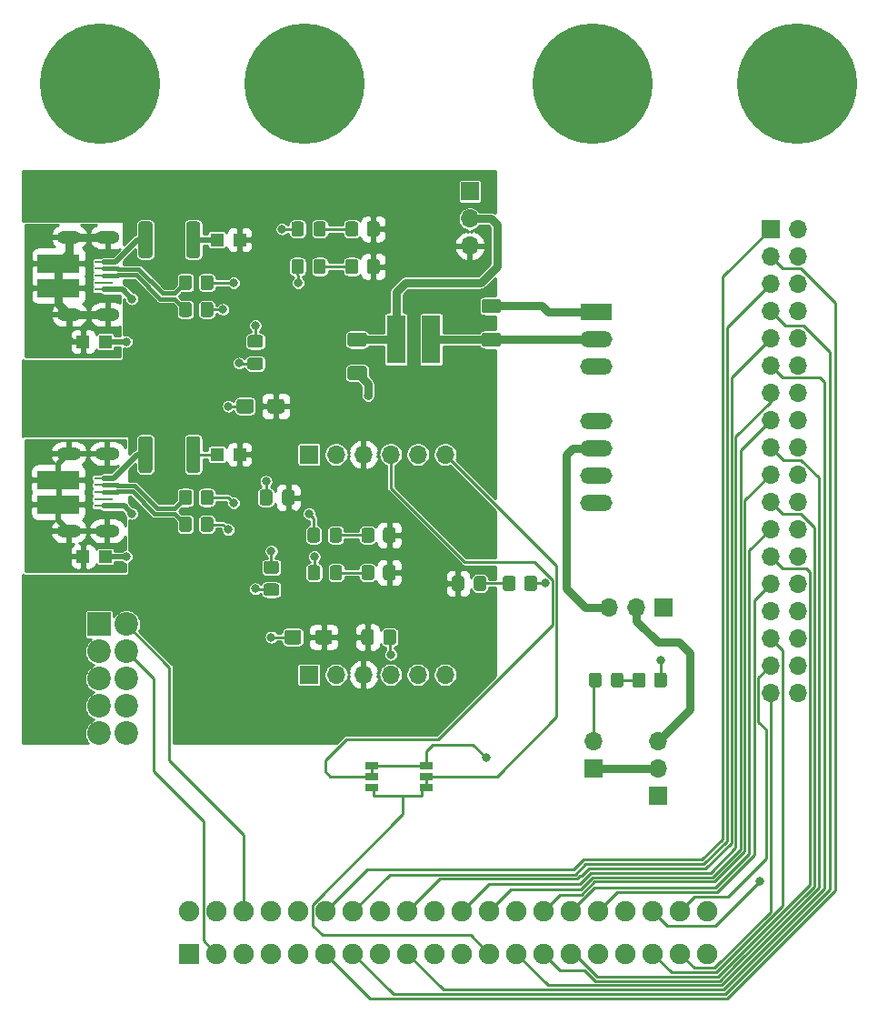
<source format=gtl>
%TF.GenerationSoftware,KiCad,Pcbnew,(5.1.7)-1*%
%TF.CreationDate,2020-11-29T12:14:47-06:00*%
%TF.ProjectId,Programmer Board,50726f67-7261-46d6-9d65-7220426f6172,A*%
%TF.SameCoordinates,Original*%
%TF.FileFunction,Copper,L1,Top*%
%TF.FilePolarity,Positive*%
%FSLAX46Y46*%
G04 Gerber Fmt 4.6, Leading zero omitted, Abs format (unit mm)*
G04 Created by KiCad (PCBNEW (5.1.7)-1) date 2020-11-29 12:14:47*
%MOMM*%
%LPD*%
G01*
G04 APERTURE LIST*
%TA.AperFunction,EtchedComponent*%
%ADD10C,0.254000*%
%TD*%
%TA.AperFunction,SMDPad,CuDef*%
%ADD11R,1.750000X4.500000*%
%TD*%
%TA.AperFunction,ComponentPad*%
%ADD12O,1.700000X1.700000*%
%TD*%
%TA.AperFunction,ComponentPad*%
%ADD13R,1.700000X1.700000*%
%TD*%
%TA.AperFunction,SMDPad,CuDef*%
%ADD14R,1.700000X0.250000*%
%TD*%
%TA.AperFunction,ComponentPad*%
%ADD15O,2.300000X1.200000*%
%TD*%
%TA.AperFunction,SMDPad,CuDef*%
%ADD16R,3.900000X1.800000*%
%TD*%
%TA.AperFunction,SMDPad,CuDef*%
%ADD17R,1.200000X1.200000*%
%TD*%
%TA.AperFunction,ComponentPad*%
%ADD18C,11.200000*%
%TD*%
%TA.AperFunction,ComponentPad*%
%ADD19C,2.200000*%
%TD*%
%TA.AperFunction,ComponentPad*%
%ADD20R,2.200000X2.200000*%
%TD*%
%TA.AperFunction,ComponentPad*%
%ADD21C,1.900000*%
%TD*%
%TA.AperFunction,ComponentPad*%
%ADD22R,1.900000X1.900000*%
%TD*%
%TA.AperFunction,SMDPad,CuDef*%
%ADD23R,1.270000X0.635000*%
%TD*%
%TA.AperFunction,ComponentPad*%
%ADD24O,3.000000X1.500000*%
%TD*%
%TA.AperFunction,ComponentPad*%
%ADD25R,3.000000X1.500000*%
%TD*%
%TA.AperFunction,ViaPad*%
%ADD26C,0.800000*%
%TD*%
%TA.AperFunction,Conductor*%
%ADD27C,0.500000*%
%TD*%
%TA.AperFunction,Conductor*%
%ADD28C,0.250000*%
%TD*%
%TA.AperFunction,Conductor*%
%ADD29C,0.750000*%
%TD*%
%TA.AperFunction,Conductor*%
%ADD30C,0.381000*%
%TD*%
%TA.AperFunction,Conductor*%
%ADD31C,0.254000*%
%TD*%
%TA.AperFunction,Conductor*%
%ADD32C,0.100000*%
%TD*%
G04 APERTURE END LIST*
D10*
%TO.C,JP2*%
X140335000Y-143764000D02*
X140335000Y-142748000D01*
%TO.C,JP1*%
X145415000Y-143764000D02*
X145415000Y-144780000D01*
%TD*%
D11*
%TO.P,L1,2*%
%TO.N,Net-(C9-Pad1)*%
X145875000Y-103050000D03*
%TO.P,L1,1*%
%TO.N,/DC-DC Converter/+V_in*%
X142625000Y-103050000D03*
%TD*%
%TO.P,R9,2*%
%TO.N,GND*%
%TA.AperFunction,SMDPad,CuDef*%
G36*
G01*
X154565001Y-126200001D02*
X154565001Y-125299999D01*
G75*
G02*
X154815000Y-125050000I249999J0D01*
G01*
X155515002Y-125050000D01*
G75*
G02*
X155765001Y-125299999I0J-249999D01*
G01*
X155765001Y-126200001D01*
G75*
G02*
X155515002Y-126450000I-249999J0D01*
G01*
X154815000Y-126450000D01*
G75*
G02*
X154565001Y-126200001I0J249999D01*
G01*
G37*
%TD.AperFunction*%
%TO.P,R9,1*%
%TO.N,Net-(D2-Pad1)*%
%TA.AperFunction,SMDPad,CuDef*%
G36*
G01*
X152565001Y-126200001D02*
X152565001Y-125299999D01*
G75*
G02*
X152815000Y-125050000I249999J0D01*
G01*
X153515002Y-125050000D01*
G75*
G02*
X153765001Y-125299999I0J-249999D01*
G01*
X153765001Y-126200001D01*
G75*
G02*
X153515002Y-126450000I-249999J0D01*
G01*
X152815000Y-126450000D01*
G75*
G02*
X152565001Y-126200001I0J249999D01*
G01*
G37*
%TD.AperFunction*%
%TD*%
%TO.P,D2,2*%
%TO.N,/+5_USB*%
%TA.AperFunction,SMDPad,CuDef*%
G36*
G01*
X148970001Y-125299999D02*
X148970001Y-126200001D01*
G75*
G02*
X148720002Y-126450000I-249999J0D01*
G01*
X148070000Y-126450000D01*
G75*
G02*
X147820001Y-126200001I0J249999D01*
G01*
X147820001Y-125299999D01*
G75*
G02*
X148070000Y-125050000I249999J0D01*
G01*
X148720002Y-125050000D01*
G75*
G02*
X148970001Y-125299999I0J-249999D01*
G01*
G37*
%TD.AperFunction*%
%TO.P,D2,1*%
%TO.N,Net-(D2-Pad1)*%
%TA.AperFunction,SMDPad,CuDef*%
G36*
G01*
X151020001Y-125299999D02*
X151020001Y-126200001D01*
G75*
G02*
X150770002Y-126450000I-249999J0D01*
G01*
X150120000Y-126450000D01*
G75*
G02*
X149870001Y-126200001I0J249999D01*
G01*
X149870001Y-125299999D01*
G75*
G02*
X150120000Y-125050000I249999J0D01*
G01*
X150770002Y-125050000D01*
G75*
G02*
X151020001Y-125299999I0J-249999D01*
G01*
G37*
%TD.AperFunction*%
%TD*%
%TO.P,R8,2*%
%TO.N,/sheet5FC8868D/IN_USBD_N*%
%TA.AperFunction,SMDPad,CuDef*%
G36*
G01*
X123600000Y-117299999D02*
X123600000Y-118200001D01*
G75*
G02*
X123350001Y-118450000I-249999J0D01*
G01*
X122649999Y-118450000D01*
G75*
G02*
X122400000Y-118200001I0J249999D01*
G01*
X122400000Y-117299999D01*
G75*
G02*
X122649999Y-117050000I249999J0D01*
G01*
X123350001Y-117050000D01*
G75*
G02*
X123600000Y-117299999I0J-249999D01*
G01*
G37*
%TD.AperFunction*%
%TO.P,R8,1*%
%TO.N,/sheet5FC8868D/USBD_N*%
%TA.AperFunction,SMDPad,CuDef*%
G36*
G01*
X125600000Y-117299999D02*
X125600000Y-118200001D01*
G75*
G02*
X125350001Y-118450000I-249999J0D01*
G01*
X124649999Y-118450000D01*
G75*
G02*
X124400000Y-118200001I0J249999D01*
G01*
X124400000Y-117299999D01*
G75*
G02*
X124649999Y-117050000I249999J0D01*
G01*
X125350001Y-117050000D01*
G75*
G02*
X125600000Y-117299999I0J-249999D01*
G01*
G37*
%TD.AperFunction*%
%TD*%
%TO.P,R7,2*%
%TO.N,Net-(D6-Pad2)*%
%TA.AperFunction,SMDPad,CuDef*%
G36*
G01*
X140600000Y-120799999D02*
X140600000Y-121700001D01*
G75*
G02*
X140350001Y-121950000I-249999J0D01*
G01*
X139649999Y-121950000D01*
G75*
G02*
X139400000Y-121700001I0J249999D01*
G01*
X139400000Y-120799999D01*
G75*
G02*
X139649999Y-120550000I249999J0D01*
G01*
X140350001Y-120550000D01*
G75*
G02*
X140600000Y-120799999I0J-249999D01*
G01*
G37*
%TD.AperFunction*%
%TO.P,R7,1*%
%TO.N,/+5_USB*%
%TA.AperFunction,SMDPad,CuDef*%
G36*
G01*
X142600000Y-120799999D02*
X142600000Y-121700001D01*
G75*
G02*
X142350001Y-121950000I-249999J0D01*
G01*
X141649999Y-121950000D01*
G75*
G02*
X141400000Y-121700001I0J249999D01*
G01*
X141400000Y-120799999D01*
G75*
G02*
X141649999Y-120550000I249999J0D01*
G01*
X142350001Y-120550000D01*
G75*
G02*
X142600000Y-120799999I0J-249999D01*
G01*
G37*
%TD.AperFunction*%
%TD*%
%TO.P,R6,2*%
%TO.N,/sheet5FC8868D/IN_USBD_P*%
%TA.AperFunction,SMDPad,CuDef*%
G36*
G01*
X123600000Y-119799999D02*
X123600000Y-120700001D01*
G75*
G02*
X123350001Y-120950000I-249999J0D01*
G01*
X122649999Y-120950000D01*
G75*
G02*
X122400000Y-120700001I0J249999D01*
G01*
X122400000Y-119799999D01*
G75*
G02*
X122649999Y-119550000I249999J0D01*
G01*
X123350001Y-119550000D01*
G75*
G02*
X123600000Y-119799999I0J-249999D01*
G01*
G37*
%TD.AperFunction*%
%TO.P,R6,1*%
%TO.N,/sheet5FC8868D/USBD_P*%
%TA.AperFunction,SMDPad,CuDef*%
G36*
G01*
X125600000Y-119799999D02*
X125600000Y-120700001D01*
G75*
G02*
X125350001Y-120950000I-249999J0D01*
G01*
X124649999Y-120950000D01*
G75*
G02*
X124400000Y-120700001I0J249999D01*
G01*
X124400000Y-119799999D01*
G75*
G02*
X124649999Y-119550000I249999J0D01*
G01*
X125350001Y-119550000D01*
G75*
G02*
X125600000Y-119799999I0J-249999D01*
G01*
G37*
%TD.AperFunction*%
%TD*%
%TO.P,R4,2*%
%TO.N,Net-(D1-Pad2)*%
%TA.AperFunction,SMDPad,CuDef*%
G36*
G01*
X140600000Y-124299999D02*
X140600000Y-125200001D01*
G75*
G02*
X140350001Y-125450000I-249999J0D01*
G01*
X139649999Y-125450000D01*
G75*
G02*
X139400000Y-125200001I0J249999D01*
G01*
X139400000Y-124299999D01*
G75*
G02*
X139649999Y-124050000I249999J0D01*
G01*
X140350001Y-124050000D01*
G75*
G02*
X140600000Y-124299999I0J-249999D01*
G01*
G37*
%TD.AperFunction*%
%TO.P,R4,1*%
%TO.N,/+5_USB*%
%TA.AperFunction,SMDPad,CuDef*%
G36*
G01*
X142600000Y-124299999D02*
X142600000Y-125200001D01*
G75*
G02*
X142350001Y-125450000I-249999J0D01*
G01*
X141649999Y-125450000D01*
G75*
G02*
X141400000Y-125200001I0J249999D01*
G01*
X141400000Y-124299999D01*
G75*
G02*
X141649999Y-124050000I249999J0D01*
G01*
X142350001Y-124050000D01*
G75*
G02*
X142600000Y-124299999I0J-249999D01*
G01*
G37*
%TD.AperFunction*%
%TD*%
D12*
%TO.P,J8,6*%
%TO.N,/sheet5FC8868D/RXD*%
X147200000Y-134250000D03*
%TO.P,J8,5*%
%TO.N,/sheet5FC8868D/DTR*%
X144660000Y-134250000D03*
%TO.P,J8,4*%
%TO.N,/sheet5FC8868D/TXD*%
X142120000Y-134250000D03*
%TO.P,J8,3*%
%TO.N,/+5_USB*%
X139580000Y-134250000D03*
%TO.P,J8,2*%
%TO.N,/sheet5FC8868D/CTS*%
X137040000Y-134250000D03*
D13*
%TO.P,J8,1*%
%TO.N,GND*%
X134500000Y-134250000D03*
%TD*%
D14*
%TO.P,J3,5*%
%TO.N,GND*%
X115350000Y-118550000D03*
%TO.P,J3,4*%
%TO.N,N/C*%
X115350000Y-117900000D03*
%TO.P,J3,3*%
%TO.N,/sheet5FC8868D/IN_USBD_P*%
X115350000Y-117250000D03*
%TO.P,J3,2*%
%TO.N,/sheet5FC8868D/IN_USBD_N*%
X115350000Y-116600000D03*
%TO.P,J3,1*%
%TO.N,Net-(F4-Pad2)*%
X115350000Y-115950000D03*
D15*
%TO.P,J3,SH*%
%TO.N,/sheet5FC8868D/SH_GND*%
X115700000Y-120850000D03*
X112150000Y-120850000D03*
X115700000Y-113650000D03*
X112150000Y-113650000D03*
D16*
X111150000Y-118400000D03*
X111150000Y-116100000D03*
%TD*%
D12*
%TO.P,J1,6*%
%TO.N,/Card Edge Conn/GPS.TXD*%
X147200000Y-113750000D03*
%TO.P,J1,5*%
%TO.N,/USB to UART1/DTR*%
X144660000Y-113750000D03*
%TO.P,J1,4*%
%TO.N,/Card Edge Conn/GPS.RXD*%
X142120000Y-113750000D03*
%TO.P,J1,3*%
%TO.N,/+5_USB*%
X139580000Y-113750000D03*
%TO.P,J1,2*%
%TO.N,/USB to UART1/CTS*%
X137040000Y-113750000D03*
D13*
%TO.P,J1,1*%
%TO.N,GND*%
X134500000Y-113750000D03*
%TD*%
D17*
%TO.P,FB4,1*%
%TO.N,Net-(F4-Pad1)*%
X125950000Y-113750000D03*
%TO.P,FB4,2*%
%TO.N,/+5_USB*%
X128050000Y-113750000D03*
%TD*%
%TO.P,FB3,1*%
%TO.N,/sheet5FC8868D/SH_GND*%
X113450000Y-123250000D03*
%TO.P,FB3,2*%
%TO.N,GND*%
X115550000Y-123250000D03*
%TD*%
%TO.P,F4,2*%
%TO.N,Net-(F4-Pad2)*%
%TA.AperFunction,SMDPad,CuDef*%
G36*
G01*
X119925000Y-112300000D02*
X119925000Y-115200000D01*
G75*
G02*
X119675000Y-115450000I-250000J0D01*
G01*
X118875000Y-115450000D01*
G75*
G02*
X118625000Y-115200000I0J250000D01*
G01*
X118625000Y-112300000D01*
G75*
G02*
X118875000Y-112050000I250000J0D01*
G01*
X119675000Y-112050000D01*
G75*
G02*
X119925000Y-112300000I0J-250000D01*
G01*
G37*
%TD.AperFunction*%
%TO.P,F4,1*%
%TO.N,Net-(F4-Pad1)*%
%TA.AperFunction,SMDPad,CuDef*%
G36*
G01*
X124375000Y-112300000D02*
X124375000Y-115200000D01*
G75*
G02*
X124125000Y-115450000I-250000J0D01*
G01*
X123325000Y-115450000D01*
G75*
G02*
X123075000Y-115200000I0J250000D01*
G01*
X123075000Y-112300000D01*
G75*
G02*
X123325000Y-112050000I250000J0D01*
G01*
X124125000Y-112050000D01*
G75*
G02*
X124375000Y-112300000I0J-250000D01*
G01*
G37*
%TD.AperFunction*%
%TD*%
%TO.P,D6,2*%
%TO.N,Net-(D6-Pad2)*%
%TA.AperFunction,SMDPad,CuDef*%
G36*
G01*
X136425000Y-121700001D02*
X136425000Y-120799999D01*
G75*
G02*
X136674999Y-120550000I249999J0D01*
G01*
X137325001Y-120550000D01*
G75*
G02*
X137575000Y-120799999I0J-249999D01*
G01*
X137575000Y-121700001D01*
G75*
G02*
X137325001Y-121950000I-249999J0D01*
G01*
X136674999Y-121950000D01*
G75*
G02*
X136425000Y-121700001I0J249999D01*
G01*
G37*
%TD.AperFunction*%
%TO.P,D6,1*%
%TO.N,/sheet5FC8868D/RXLED*%
%TA.AperFunction,SMDPad,CuDef*%
G36*
G01*
X134375000Y-121700001D02*
X134375000Y-120799999D01*
G75*
G02*
X134624999Y-120550000I249999J0D01*
G01*
X135275001Y-120550000D01*
G75*
G02*
X135525000Y-120799999I0J-249999D01*
G01*
X135525000Y-121700001D01*
G75*
G02*
X135275001Y-121950000I-249999J0D01*
G01*
X134624999Y-121950000D01*
G75*
G02*
X134375000Y-121700001I0J249999D01*
G01*
G37*
%TD.AperFunction*%
%TD*%
%TO.P,D1,2*%
%TO.N,Net-(D1-Pad2)*%
%TA.AperFunction,SMDPad,CuDef*%
G36*
G01*
X136450000Y-125200001D02*
X136450000Y-124299999D01*
G75*
G02*
X136699999Y-124050000I249999J0D01*
G01*
X137350001Y-124050000D01*
G75*
G02*
X137600000Y-124299999I0J-249999D01*
G01*
X137600000Y-125200001D01*
G75*
G02*
X137350001Y-125450000I-249999J0D01*
G01*
X136699999Y-125450000D01*
G75*
G02*
X136450000Y-125200001I0J249999D01*
G01*
G37*
%TD.AperFunction*%
%TO.P,D1,1*%
%TO.N,/sheet5FC8868D/TXLED*%
%TA.AperFunction,SMDPad,CuDef*%
G36*
G01*
X134400000Y-125200001D02*
X134400000Y-124299999D01*
G75*
G02*
X134649999Y-124050000I249999J0D01*
G01*
X135300001Y-124050000D01*
G75*
G02*
X135550000Y-124299999I0J-249999D01*
G01*
X135550000Y-125200001D01*
G75*
G02*
X135300001Y-125450000I-249999J0D01*
G01*
X134649999Y-125450000D01*
G75*
G02*
X134400000Y-125200001I0J249999D01*
G01*
G37*
%TD.AperFunction*%
%TD*%
%TO.P,C10,2*%
%TO.N,GND*%
%TA.AperFunction,SMDPad,CuDef*%
G36*
G01*
X133787500Y-130324999D02*
X133787500Y-131175001D01*
G75*
G02*
X133537501Y-131425000I-249999J0D01*
G01*
X132462499Y-131425000D01*
G75*
G02*
X132212500Y-131175001I0J249999D01*
G01*
X132212500Y-130324999D01*
G75*
G02*
X132462499Y-130075000I249999J0D01*
G01*
X133537501Y-130075000D01*
G75*
G02*
X133787500Y-130324999I0J-249999D01*
G01*
G37*
%TD.AperFunction*%
%TO.P,C10,1*%
%TO.N,/+5_USB*%
%TA.AperFunction,SMDPad,CuDef*%
G36*
G01*
X136662500Y-130324999D02*
X136662500Y-131175001D01*
G75*
G02*
X136412501Y-131425000I-249999J0D01*
G01*
X135337499Y-131425000D01*
G75*
G02*
X135087500Y-131175001I0J249999D01*
G01*
X135087500Y-130324999D01*
G75*
G02*
X135337499Y-130075000I249999J0D01*
G01*
X136412501Y-130075000D01*
G75*
G02*
X136662500Y-130324999I0J-249999D01*
G01*
G37*
%TD.AperFunction*%
%TD*%
%TO.P,C2,2*%
%TO.N,GND*%
%TA.AperFunction,SMDPad,CuDef*%
G36*
G01*
X130525000Y-125737500D02*
X131475000Y-125737500D01*
G75*
G02*
X131725000Y-125987500I0J-250000D01*
G01*
X131725000Y-126662500D01*
G75*
G02*
X131475000Y-126912500I-250000J0D01*
G01*
X130525000Y-126912500D01*
G75*
G02*
X130275000Y-126662500I0J250000D01*
G01*
X130275000Y-125987500D01*
G75*
G02*
X130525000Y-125737500I250000J0D01*
G01*
G37*
%TD.AperFunction*%
%TO.P,C2,1*%
%TO.N,/sheet5FC8868D/3V3OUT*%
%TA.AperFunction,SMDPad,CuDef*%
G36*
G01*
X130525000Y-123662500D02*
X131475000Y-123662500D01*
G75*
G02*
X131725000Y-123912500I0J-250000D01*
G01*
X131725000Y-124587500D01*
G75*
G02*
X131475000Y-124837500I-250000J0D01*
G01*
X130525000Y-124837500D01*
G75*
G02*
X130275000Y-124587500I0J250000D01*
G01*
X130275000Y-123912500D01*
G75*
G02*
X130525000Y-123662500I250000J0D01*
G01*
G37*
%TD.AperFunction*%
%TD*%
%TO.P,C1,2*%
%TO.N,GND*%
%TA.AperFunction,SMDPad,CuDef*%
G36*
G01*
X131087500Y-117275000D02*
X131087500Y-118225000D01*
G75*
G02*
X130837500Y-118475000I-250000J0D01*
G01*
X130162500Y-118475000D01*
G75*
G02*
X129912500Y-118225000I0J250000D01*
G01*
X129912500Y-117275000D01*
G75*
G02*
X130162500Y-117025000I250000J0D01*
G01*
X130837500Y-117025000D01*
G75*
G02*
X131087500Y-117275000I0J-250000D01*
G01*
G37*
%TD.AperFunction*%
%TO.P,C1,1*%
%TO.N,/+5_USB*%
%TA.AperFunction,SMDPad,CuDef*%
G36*
G01*
X133162500Y-117275000D02*
X133162500Y-118225000D01*
G75*
G02*
X132912500Y-118475000I-250000J0D01*
G01*
X132237500Y-118475000D01*
G75*
G02*
X131987500Y-118225000I0J250000D01*
G01*
X131987500Y-117275000D01*
G75*
G02*
X132237500Y-117025000I250000J0D01*
G01*
X132912500Y-117025000D01*
G75*
G02*
X133162500Y-117275000I0J-250000D01*
G01*
G37*
%TD.AperFunction*%
%TD*%
D18*
%TO.P,E1,1*%
%TO.N,Net-(E1-Pad1)*%
X115000000Y-79250000D03*
%TD*%
%TO.P,E4,1*%
%TO.N,GND*%
X180000000Y-79250000D03*
%TD*%
%TO.P,E3,1*%
%TO.N,Net-(E3-Pad1)*%
X160950000Y-79250000D03*
%TD*%
%TO.P,E2,1*%
%TO.N,GND*%
X134050000Y-79250000D03*
%TD*%
D14*
%TO.P,J4,5*%
%TO.N,GND*%
X115385000Y-98400000D03*
%TO.P,J4,4*%
%TO.N,N/C*%
X115385000Y-97750000D03*
%TO.P,J4,3*%
%TO.N,/USB to UART1/IN_USBD_P*%
X115385000Y-97100000D03*
%TO.P,J4,2*%
%TO.N,/USB to UART1/IN_USBD_N*%
X115385000Y-96450000D03*
%TO.P,J4,1*%
%TO.N,Net-(F3-Pad2)*%
X115385000Y-95800000D03*
D15*
%TO.P,J4,SH*%
%TO.N,/USB to UART1/SH_GND*%
X115735000Y-100700000D03*
X112185000Y-100700000D03*
X115735000Y-93500000D03*
X112185000Y-93500000D03*
D16*
X111185000Y-98250000D03*
X111185000Y-95950000D03*
%TD*%
%TO.P,F3,2*%
%TO.N,Net-(F3-Pad2)*%
%TA.AperFunction,SMDPad,CuDef*%
G36*
G01*
X119925000Y-92300000D02*
X119925000Y-95200000D01*
G75*
G02*
X119675000Y-95450000I-250000J0D01*
G01*
X118875000Y-95450000D01*
G75*
G02*
X118625000Y-95200000I0J250000D01*
G01*
X118625000Y-92300000D01*
G75*
G02*
X118875000Y-92050000I250000J0D01*
G01*
X119675000Y-92050000D01*
G75*
G02*
X119925000Y-92300000I0J-250000D01*
G01*
G37*
%TD.AperFunction*%
%TO.P,F3,1*%
%TO.N,Net-(F3-Pad1)*%
%TA.AperFunction,SMDPad,CuDef*%
G36*
G01*
X124375000Y-92300000D02*
X124375000Y-95200000D01*
G75*
G02*
X124125000Y-95450000I-250000J0D01*
G01*
X123325000Y-95450000D01*
G75*
G02*
X123075000Y-95200000I0J250000D01*
G01*
X123075000Y-92300000D01*
G75*
G02*
X123325000Y-92050000I250000J0D01*
G01*
X124125000Y-92050000D01*
G75*
G02*
X124375000Y-92300000I0J-250000D01*
G01*
G37*
%TD.AperFunction*%
%TD*%
%TO.P,R5,2*%
%TO.N,Net-(D5-Pad2)*%
%TA.AperFunction,SMDPad,CuDef*%
G36*
G01*
X139100000Y-92299999D02*
X139100000Y-93200001D01*
G75*
G02*
X138850001Y-93450000I-249999J0D01*
G01*
X138149999Y-93450000D01*
G75*
G02*
X137900000Y-93200001I0J249999D01*
G01*
X137900000Y-92299999D01*
G75*
G02*
X138149999Y-92050000I249999J0D01*
G01*
X138850001Y-92050000D01*
G75*
G02*
X139100000Y-92299999I0J-249999D01*
G01*
G37*
%TD.AperFunction*%
%TO.P,R5,1*%
%TO.N,/+5_USB*%
%TA.AperFunction,SMDPad,CuDef*%
G36*
G01*
X141100000Y-92299999D02*
X141100000Y-93200001D01*
G75*
G02*
X140850001Y-93450000I-249999J0D01*
G01*
X140149999Y-93450000D01*
G75*
G02*
X139900000Y-93200001I0J249999D01*
G01*
X139900000Y-92299999D01*
G75*
G02*
X140149999Y-92050000I249999J0D01*
G01*
X140850001Y-92050000D01*
G75*
G02*
X141100000Y-92299999I0J-249999D01*
G01*
G37*
%TD.AperFunction*%
%TD*%
%TO.P,R3,2*%
%TO.N,Net-(D4-Pad2)*%
%TA.AperFunction,SMDPad,CuDef*%
G36*
G01*
X139100000Y-95799999D02*
X139100000Y-96700001D01*
G75*
G02*
X138850001Y-96950000I-249999J0D01*
G01*
X138149999Y-96950000D01*
G75*
G02*
X137900000Y-96700001I0J249999D01*
G01*
X137900000Y-95799999D01*
G75*
G02*
X138149999Y-95550000I249999J0D01*
G01*
X138850001Y-95550000D01*
G75*
G02*
X139100000Y-95799999I0J-249999D01*
G01*
G37*
%TD.AperFunction*%
%TO.P,R3,1*%
%TO.N,/+5_USB*%
%TA.AperFunction,SMDPad,CuDef*%
G36*
G01*
X141100000Y-95799999D02*
X141100000Y-96700001D01*
G75*
G02*
X140850001Y-96950000I-249999J0D01*
G01*
X140149999Y-96950000D01*
G75*
G02*
X139900000Y-96700001I0J249999D01*
G01*
X139900000Y-95799999D01*
G75*
G02*
X140149999Y-95550000I249999J0D01*
G01*
X140850001Y-95550000D01*
G75*
G02*
X141100000Y-95799999I0J-249999D01*
G01*
G37*
%TD.AperFunction*%
%TD*%
%TO.P,D5,2*%
%TO.N,Net-(D5-Pad2)*%
%TA.AperFunction,SMDPad,CuDef*%
G36*
G01*
X134925000Y-93200001D02*
X134925000Y-92299999D01*
G75*
G02*
X135174999Y-92050000I249999J0D01*
G01*
X135825001Y-92050000D01*
G75*
G02*
X136075000Y-92299999I0J-249999D01*
G01*
X136075000Y-93200001D01*
G75*
G02*
X135825001Y-93450000I-249999J0D01*
G01*
X135174999Y-93450000D01*
G75*
G02*
X134925000Y-93200001I0J249999D01*
G01*
G37*
%TD.AperFunction*%
%TO.P,D5,1*%
%TO.N,/USB to UART1/RXLED*%
%TA.AperFunction,SMDPad,CuDef*%
G36*
G01*
X132875000Y-93200001D02*
X132875000Y-92299999D01*
G75*
G02*
X133124999Y-92050000I249999J0D01*
G01*
X133775001Y-92050000D01*
G75*
G02*
X134025000Y-92299999I0J-249999D01*
G01*
X134025000Y-93200001D01*
G75*
G02*
X133775001Y-93450000I-249999J0D01*
G01*
X133124999Y-93450000D01*
G75*
G02*
X132875000Y-93200001I0J249999D01*
G01*
G37*
%TD.AperFunction*%
%TD*%
%TO.P,D4,2*%
%TO.N,Net-(D4-Pad2)*%
%TA.AperFunction,SMDPad,CuDef*%
G36*
G01*
X134925000Y-96700001D02*
X134925000Y-95799999D01*
G75*
G02*
X135174999Y-95550000I249999J0D01*
G01*
X135825001Y-95550000D01*
G75*
G02*
X136075000Y-95799999I0J-249999D01*
G01*
X136075000Y-96700001D01*
G75*
G02*
X135825001Y-96950000I-249999J0D01*
G01*
X135174999Y-96950000D01*
G75*
G02*
X134925000Y-96700001I0J249999D01*
G01*
G37*
%TD.AperFunction*%
%TO.P,D4,1*%
%TO.N,/USB to UART1/TXLED*%
%TA.AperFunction,SMDPad,CuDef*%
G36*
G01*
X132875000Y-96700001D02*
X132875000Y-95799999D01*
G75*
G02*
X133124999Y-95550000I249999J0D01*
G01*
X133775001Y-95550000D01*
G75*
G02*
X134025000Y-95799999I0J-249999D01*
G01*
X134025000Y-96700001D01*
G75*
G02*
X133775001Y-96950000I-249999J0D01*
G01*
X133124999Y-96950000D01*
G75*
G02*
X132875000Y-96700001I0J249999D01*
G01*
G37*
%TD.AperFunction*%
%TD*%
%TO.P,C6,2*%
%TO.N,GND*%
%TA.AperFunction,SMDPad,CuDef*%
G36*
G01*
X129025000Y-104700000D02*
X129975000Y-104700000D01*
G75*
G02*
X130225000Y-104950000I0J-250000D01*
G01*
X130225000Y-105625000D01*
G75*
G02*
X129975000Y-105875000I-250000J0D01*
G01*
X129025000Y-105875000D01*
G75*
G02*
X128775000Y-105625000I0J250000D01*
G01*
X128775000Y-104950000D01*
G75*
G02*
X129025000Y-104700000I250000J0D01*
G01*
G37*
%TD.AperFunction*%
%TO.P,C6,1*%
%TO.N,/USB to UART1/3V3OUT*%
%TA.AperFunction,SMDPad,CuDef*%
G36*
G01*
X129025000Y-102625000D02*
X129975000Y-102625000D01*
G75*
G02*
X130225000Y-102875000I0J-250000D01*
G01*
X130225000Y-103550000D01*
G75*
G02*
X129975000Y-103800000I-250000J0D01*
G01*
X129025000Y-103800000D01*
G75*
G02*
X128775000Y-103550000I0J250000D01*
G01*
X128775000Y-102875000D01*
G75*
G02*
X129025000Y-102625000I250000J0D01*
G01*
G37*
%TD.AperFunction*%
%TD*%
%TO.P,C3,2*%
%TO.N,GND*%
%TA.AperFunction,SMDPad,CuDef*%
G36*
G01*
X141450000Y-131225000D02*
X141450000Y-130275000D01*
G75*
G02*
X141700000Y-130025000I250000J0D01*
G01*
X142375000Y-130025000D01*
G75*
G02*
X142625000Y-130275000I0J-250000D01*
G01*
X142625000Y-131225000D01*
G75*
G02*
X142375000Y-131475000I-250000J0D01*
G01*
X141700000Y-131475000D01*
G75*
G02*
X141450000Y-131225000I0J250000D01*
G01*
G37*
%TD.AperFunction*%
%TO.P,C3,1*%
%TO.N,/+5_USB*%
%TA.AperFunction,SMDPad,CuDef*%
G36*
G01*
X139375000Y-131225000D02*
X139375000Y-130275000D01*
G75*
G02*
X139625000Y-130025000I250000J0D01*
G01*
X140300000Y-130025000D01*
G75*
G02*
X140550000Y-130275000I0J-250000D01*
G01*
X140550000Y-131225000D01*
G75*
G02*
X140300000Y-131475000I-250000J0D01*
G01*
X139625000Y-131475000D01*
G75*
G02*
X139375000Y-131225000I0J250000D01*
G01*
G37*
%TD.AperFunction*%
%TD*%
D19*
%TO.P,J7,9*%
%TO.N,N/C*%
X114960000Y-139710000D03*
%TO.P,J7,10*%
%TO.N,GND*%
X117500000Y-139710000D03*
%TO.P,J7,7*%
%TO.N,VDD*%
X114960000Y-137170000D03*
%TO.P,J7,8*%
%TO.N,/Card Edge Conn/ST7-ICCSEL*%
X117500000Y-137170000D03*
%TO.P,J7,5*%
%TO.N,GND*%
X114960000Y-134630000D03*
%TO.P,J7,6*%
%TO.N,/Card Edge Conn/ST7-RESET*%
X117500000Y-134630000D03*
%TO.P,J7,3*%
%TO.N,GND*%
X114960000Y-132090000D03*
%TO.P,J7,4*%
%TO.N,/Card Edge Conn/ST7-ICCCLK*%
X117500000Y-132090000D03*
D20*
%TO.P,J7,1*%
%TO.N,GND*%
X114960000Y-129550000D03*
D19*
%TO.P,J7,2*%
%TO.N,/Card Edge Conn/ST7-ICCDATA*%
X117500000Y-129550000D03*
%TD*%
%TO.P,D3,2*%
%TO.N,Net-(D3-Pad2)*%
%TA.AperFunction,SMDPad,CuDef*%
G36*
G01*
X161750000Y-134299999D02*
X161750000Y-135200001D01*
G75*
G02*
X161500001Y-135450000I-249999J0D01*
G01*
X160849999Y-135450000D01*
G75*
G02*
X160600000Y-135200001I0J249999D01*
G01*
X160600000Y-134299999D01*
G75*
G02*
X160849999Y-134050000I249999J0D01*
G01*
X161500001Y-134050000D01*
G75*
G02*
X161750000Y-134299999I0J-249999D01*
G01*
G37*
%TD.AperFunction*%
%TO.P,D3,1*%
%TO.N,Net-(D3-Pad1)*%
%TA.AperFunction,SMDPad,CuDef*%
G36*
G01*
X163800000Y-134299999D02*
X163800000Y-135200001D01*
G75*
G02*
X163550001Y-135450000I-249999J0D01*
G01*
X162899999Y-135450000D01*
G75*
G02*
X162650000Y-135200001I0J249999D01*
G01*
X162650000Y-134299999D01*
G75*
G02*
X162899999Y-134050000I249999J0D01*
G01*
X163550001Y-134050000D01*
G75*
G02*
X163800000Y-134299999I0J-249999D01*
G01*
G37*
%TD.AperFunction*%
%TD*%
D21*
%TO.P,J5,24*%
%TO.N,/Card Edge Conn/HEADER1.3*%
X151310000Y-156270000D03*
%TO.P,J5,27*%
%TO.N,/Card Edge Conn/HEADER1.6*%
X156390000Y-160230000D03*
%TO.P,J5,22*%
%TO.N,/Card Edge Conn/HEADER1.2*%
X148770000Y-156270000D03*
%TO.P,J5,21*%
%TO.N,/Card Edge Conn/U3.19*%
X148770000Y-160230000D03*
%TO.P,J5,23*%
%TO.N,Net-(J5-Pad23)*%
X151310000Y-160230000D03*
%TO.P,J5,30*%
%TO.N,/Card Edge Conn/U22.3*%
X158930000Y-156270000D03*
%TO.P,J5,33*%
%TO.N,GND*%
X164010000Y-160230000D03*
%TO.P,J5,28*%
%TO.N,/Card Edge Conn/HEADER1.4*%
X156390000Y-156270000D03*
%TO.P,J5,32*%
%TO.N,/Card Edge Conn/J5.3*%
X161470000Y-156270000D03*
%TO.P,J5,34*%
%TO.N,GND*%
X164010000Y-156270000D03*
%TO.P,J5,38*%
%TO.N,/Card Edge Conn/U3.18*%
X169090000Y-156270000D03*
%TO.P,J5,40*%
%TO.N,+9V*%
X171630000Y-156270000D03*
%TO.P,J5,25*%
%TO.N,/Card Edge Conn/HEADER1.5*%
X153850000Y-160230000D03*
%TO.P,J5,29*%
%TO.N,/Card Edge Conn/HEADER1.7*%
X158930000Y-160230000D03*
%TO.P,J5,26*%
%TO.N,Net-(J5-Pad26)*%
X153850000Y-156270000D03*
%TO.P,J5,36*%
%TO.N,/Card Edge Conn/SW1.3*%
X166550000Y-156270000D03*
%TO.P,J5,31*%
%TO.N,+BATT*%
X161470000Y-160230000D03*
%TO.P,J5,35*%
%TO.N,/Card Edge Conn/HEADER1.9*%
X166550000Y-160230000D03*
%TO.P,J5,39*%
%TO.N,+9V*%
X171630000Y-160230000D03*
%TO.P,J5,37*%
%TO.N,/Card Edge Conn/HEADER1.10*%
X169090000Y-160230000D03*
%TO.P,J5,20*%
%TO.N,GND*%
X146230000Y-156270000D03*
%TO.P,J5,18*%
%TO.N,/Card Edge Conn/SW1.1*%
X143690000Y-156270000D03*
%TO.P,J5,17*%
%TO.N,/Card Edge Conn/SW1.2*%
X143690000Y-160230000D03*
%TO.P,J5,19*%
%TO.N,GND*%
X146230000Y-160230000D03*
%TO.P,J5,12*%
%TO.N,/Card Edge Conn/U21.20-DCLK*%
X136070000Y-156270000D03*
%TO.P,J5,15*%
%TO.N,GND*%
X141150000Y-160230000D03*
%TO.P,J5,10*%
X133530000Y-156270000D03*
%TO.P,J5,9*%
X133530000Y-160230000D03*
%TO.P,J5,11*%
%TO.N,/Card Edge Conn/J5.2*%
X136070000Y-160230000D03*
%TO.P,J5,16*%
%TO.N,GND*%
X141150000Y-156270000D03*
%TO.P,J5,13*%
%TO.N,/Card Edge Conn/SW1.4*%
X138610000Y-160230000D03*
%TO.P,J5,14*%
%TO.N,/Card Edge Conn/HEADER1.1*%
X138610000Y-156270000D03*
%TO.P,J5,8*%
%TO.N,VDD*%
X130990000Y-156270000D03*
%TO.P,J5,6*%
%TO.N,/Card Edge Conn/ST7-ICCDATA*%
X128450000Y-156270000D03*
%TO.P,J5,5*%
%TO.N,/Card Edge Conn/ST7-RESET*%
X128450000Y-160230000D03*
%TO.P,J5,7*%
%TO.N,VDD*%
X130990000Y-160230000D03*
%TO.P,J5,4*%
%TO.N,/Card Edge Conn/ST7-ICCSEL*%
X125910000Y-156270000D03*
%TO.P,J5,3*%
%TO.N,/Card Edge Conn/ST7-ICCCLK*%
X125910000Y-160230000D03*
%TO.P,J5,2*%
%TO.N,VDD*%
X123370000Y-156270000D03*
D22*
%TO.P,J5,1*%
X123370000Y-160230000D03*
%TD*%
D23*
%TO.P,JP2,3*%
%TO.N,Net-(J5-Pad26)*%
X140335000Y-142748000D03*
%TO.P,JP2,2*%
%TO.N,/Card Edge Conn/GPS.RXD*%
X140335000Y-143764000D03*
%TO.P,JP2,1*%
%TO.N,Net-(J5-Pad23)*%
X140335000Y-144780000D03*
%TD*%
%TO.P,JP1,3*%
%TO.N,Net-(J5-Pad23)*%
X145415000Y-144780000D03*
%TO.P,JP1,2*%
%TO.N,/Card Edge Conn/GPS.TXD*%
X145415000Y-143764000D03*
%TO.P,JP1,1*%
%TO.N,Net-(J5-Pad26)*%
X145415000Y-142748000D03*
%TD*%
D24*
%TO.P,U2,8*%
%TO.N,N/C*%
X161250000Y-118280000D03*
%TO.P,U2,7*%
%TO.N,GND*%
X161250000Y-115740000D03*
%TO.P,U2,3*%
%TO.N,N/C*%
X161250000Y-105580000D03*
%TO.P,U2,6*%
%TO.N,/DC-DC Converter/+V_out*%
X161250000Y-113200000D03*
%TO.P,U2,5*%
%TO.N,N/C*%
X161250000Y-110660000D03*
%TO.P,U2,2*%
%TO.N,Net-(C9-Pad1)*%
X161250000Y-103040000D03*
D25*
%TO.P,U2,1*%
%TO.N,GND*%
X161250000Y-100500000D03*
%TD*%
%TO.P,R12,2*%
%TO.N,GND*%
%TA.AperFunction,SMDPad,CuDef*%
G36*
G01*
X166650000Y-135200001D02*
X166650000Y-134299999D01*
G75*
G02*
X166899999Y-134050000I249999J0D01*
G01*
X167600001Y-134050000D01*
G75*
G02*
X167850000Y-134299999I0J-249999D01*
G01*
X167850000Y-135200001D01*
G75*
G02*
X167600001Y-135450000I-249999J0D01*
G01*
X166899999Y-135450000D01*
G75*
G02*
X166650000Y-135200001I0J249999D01*
G01*
G37*
%TD.AperFunction*%
%TO.P,R12,1*%
%TO.N,Net-(D3-Pad1)*%
%TA.AperFunction,SMDPad,CuDef*%
G36*
G01*
X164650000Y-135200001D02*
X164650000Y-134299999D01*
G75*
G02*
X164899999Y-134050000I249999J0D01*
G01*
X165600001Y-134050000D01*
G75*
G02*
X165850000Y-134299999I0J-249999D01*
G01*
X165850000Y-135200001D01*
G75*
G02*
X165600001Y-135450000I-249999J0D01*
G01*
X164899999Y-135450000D01*
G75*
G02*
X164650000Y-135200001I0J249999D01*
G01*
G37*
%TD.AperFunction*%
%TD*%
%TO.P,R2,2*%
%TO.N,/USB to UART1/IN_USBD_N*%
%TA.AperFunction,SMDPad,CuDef*%
G36*
G01*
X123600000Y-97299999D02*
X123600000Y-98200001D01*
G75*
G02*
X123350001Y-98450000I-249999J0D01*
G01*
X122649999Y-98450000D01*
G75*
G02*
X122400000Y-98200001I0J249999D01*
G01*
X122400000Y-97299999D01*
G75*
G02*
X122649999Y-97050000I249999J0D01*
G01*
X123350001Y-97050000D01*
G75*
G02*
X123600000Y-97299999I0J-249999D01*
G01*
G37*
%TD.AperFunction*%
%TO.P,R2,1*%
%TO.N,/USB to UART1/USBD_N*%
%TA.AperFunction,SMDPad,CuDef*%
G36*
G01*
X125600000Y-97299999D02*
X125600000Y-98200001D01*
G75*
G02*
X125350001Y-98450000I-249999J0D01*
G01*
X124649999Y-98450000D01*
G75*
G02*
X124400000Y-98200001I0J249999D01*
G01*
X124400000Y-97299999D01*
G75*
G02*
X124649999Y-97050000I249999J0D01*
G01*
X125350001Y-97050000D01*
G75*
G02*
X125600000Y-97299999I0J-249999D01*
G01*
G37*
%TD.AperFunction*%
%TD*%
%TO.P,R1,2*%
%TO.N,/USB to UART1/IN_USBD_P*%
%TA.AperFunction,SMDPad,CuDef*%
G36*
G01*
X123600000Y-99799600D02*
X123600000Y-100700400D01*
G75*
G02*
X123350400Y-100950000I-249600J0D01*
G01*
X122649600Y-100950000D01*
G75*
G02*
X122400000Y-100700400I0J249600D01*
G01*
X122400000Y-99799600D01*
G75*
G02*
X122649600Y-99550000I249600J0D01*
G01*
X123350400Y-99550000D01*
G75*
G02*
X123600000Y-99799600I0J-249600D01*
G01*
G37*
%TD.AperFunction*%
%TO.P,R1,1*%
%TO.N,/USB to UART1/USBD_P*%
%TA.AperFunction,SMDPad,CuDef*%
G36*
G01*
X125600000Y-99799999D02*
X125600000Y-100700001D01*
G75*
G02*
X125350001Y-100950000I-249999J0D01*
G01*
X124649999Y-100950000D01*
G75*
G02*
X124400000Y-100700001I0J249999D01*
G01*
X124400000Y-99799999D01*
G75*
G02*
X124649999Y-99550000I249999J0D01*
G01*
X125350001Y-99550000D01*
G75*
G02*
X125600000Y-99799999I0J-249999D01*
G01*
G37*
%TD.AperFunction*%
%TD*%
D12*
%TO.P,J13,2*%
%TO.N,Net-(D3-Pad2)*%
X161000000Y-140460000D03*
D13*
%TO.P,J13,1*%
%TO.N,+9V*%
X161000000Y-143000000D03*
%TD*%
D12*
%TO.P,J10,3*%
%TO.N,/DC-DC Converter/+V_out*%
X162460000Y-128000000D03*
%TO.P,J10,2*%
%TO.N,/Card Edge Conn/9V_PS*%
X165000000Y-128000000D03*
D13*
%TO.P,J10,1*%
%TO.N,Net-(F2-Pad1)*%
X167540000Y-128000000D03*
%TD*%
D12*
%TO.P,J9,36*%
%TO.N,GND*%
X180040000Y-135930000D03*
%TO.P,J9,35*%
%TO.N,/Card Edge Conn/HEADER1.10*%
X177500000Y-135930000D03*
%TO.P,J9,34*%
%TO.N,GND*%
X180040000Y-133390000D03*
%TO.P,J9,33*%
%TO.N,/Card Edge Conn/U3.18*%
X177500000Y-133390000D03*
%TO.P,J9,32*%
%TO.N,GND*%
X180040000Y-130850000D03*
%TO.P,J9,31*%
%TO.N,/Card Edge Conn/HEADER1.9*%
X177500000Y-130850000D03*
%TO.P,J9,30*%
%TO.N,GND*%
X180040000Y-128310000D03*
%TO.P,J9,29*%
%TO.N,/Card Edge Conn/SW1.3*%
X177500000Y-128310000D03*
%TO.P,J9,28*%
%TO.N,GND*%
X180040000Y-125770000D03*
%TO.P,J9,27*%
%TO.N,/Card Edge Conn/J5.3*%
X177500000Y-125770000D03*
%TO.P,J9,26*%
%TO.N,GND*%
X180040000Y-123230000D03*
%TO.P,J9,25*%
%TO.N,/Card Edge Conn/HEADER1.7*%
X177500000Y-123230000D03*
%TO.P,J9,24*%
%TO.N,GND*%
X180040000Y-120690000D03*
%TO.P,J9,23*%
%TO.N,/Card Edge Conn/U22.3*%
X177500000Y-120690000D03*
%TO.P,J9,22*%
%TO.N,GND*%
X180040000Y-118150000D03*
%TO.P,J9,21*%
%TO.N,/Card Edge Conn/HEADER1.6*%
X177500000Y-118150000D03*
%TO.P,J9,20*%
%TO.N,GND*%
X180040000Y-115610000D03*
%TO.P,J9,19*%
%TO.N,/Card Edge Conn/HEADER1.4*%
X177500000Y-115610000D03*
%TO.P,J9,18*%
%TO.N,GND*%
X180040000Y-113070000D03*
%TO.P,J9,17*%
%TO.N,/Card Edge Conn/HEADER1.5*%
X177500000Y-113070000D03*
%TO.P,J9,16*%
%TO.N,GND*%
X180040000Y-110530000D03*
%TO.P,J9,15*%
%TO.N,/Card Edge Conn/HEADER1.3*%
X177500000Y-110530000D03*
%TO.P,J9,14*%
%TO.N,GND*%
X180040000Y-107990000D03*
%TO.P,J9,13*%
%TO.N,/Card Edge Conn/HEADER1.2*%
X177500000Y-107990000D03*
%TO.P,J9,12*%
%TO.N,GND*%
X180040000Y-105450000D03*
%TO.P,J9,11*%
%TO.N,/Card Edge Conn/SW1.2*%
X177500000Y-105450000D03*
%TO.P,J9,10*%
%TO.N,GND*%
X180040000Y-102910000D03*
%TO.P,J9,9*%
%TO.N,/Card Edge Conn/SW1.1*%
X177500000Y-102910000D03*
%TO.P,J9,8*%
%TO.N,GND*%
X180040000Y-100370000D03*
%TO.P,J9,7*%
%TO.N,/Card Edge Conn/SW1.4*%
X177500000Y-100370000D03*
%TO.P,J9,6*%
%TO.N,GND*%
X180040000Y-97830000D03*
%TO.P,J9,5*%
%TO.N,/Card Edge Conn/HEADER1.1*%
X177500000Y-97830000D03*
%TO.P,J9,4*%
%TO.N,GND*%
X180040000Y-95290000D03*
%TO.P,J9,3*%
%TO.N,/Card Edge Conn/J5.2*%
X177500000Y-95290000D03*
%TO.P,J9,2*%
%TO.N,GND*%
X180040000Y-92750000D03*
D13*
%TO.P,J9,1*%
%TO.N,/Card Edge Conn/U21.20-DCLK*%
X177500000Y-92750000D03*
%TD*%
D12*
%TO.P,J6,3*%
%TO.N,/Card Edge Conn/9V_PS*%
X167000000Y-140470000D03*
%TO.P,J6,2*%
%TO.N,+9V*%
X167000000Y-143010000D03*
D13*
%TO.P,J6,1*%
%TO.N,+BATT*%
X167000000Y-145550000D03*
%TD*%
D12*
%TO.P,J2,3*%
%TO.N,/+5_USB*%
X149500000Y-94330000D03*
%TO.P,J2,2*%
%TO.N,/DC-DC Converter/+V_in*%
X149500000Y-91790000D03*
D13*
%TO.P,J2,1*%
%TO.N,/+PS*%
X149500000Y-89250000D03*
%TD*%
D17*
%TO.P,FB2,1*%
%TO.N,Net-(F3-Pad1)*%
X125950000Y-93750000D03*
%TO.P,FB2,2*%
%TO.N,/+5_USB*%
X128050000Y-93750000D03*
%TD*%
%TO.P,FB1,1*%
%TO.N,/USB to UART1/SH_GND*%
X113450000Y-103250000D03*
%TO.P,FB1,2*%
%TO.N,GND*%
X115550000Y-103250000D03*
%TD*%
%TO.P,C9,2*%
%TO.N,GND*%
%TA.AperFunction,SMDPad,CuDef*%
G36*
G01*
X152150003Y-100587500D02*
X150849997Y-100587500D01*
G75*
G02*
X150600000Y-100337503I0J249997D01*
G01*
X150600000Y-99512497D01*
G75*
G02*
X150849997Y-99262500I249997J0D01*
G01*
X152150003Y-99262500D01*
G75*
G02*
X152400000Y-99512497I0J-249997D01*
G01*
X152400000Y-100337503D01*
G75*
G02*
X152150003Y-100587500I-249997J0D01*
G01*
G37*
%TD.AperFunction*%
%TO.P,C9,1*%
%TO.N,Net-(C9-Pad1)*%
%TA.AperFunction,SMDPad,CuDef*%
G36*
G01*
X152150003Y-103712500D02*
X150849997Y-103712500D01*
G75*
G02*
X150600000Y-103462503I0J249997D01*
G01*
X150600000Y-102637497D01*
G75*
G02*
X150849997Y-102387500I249997J0D01*
G01*
X152150003Y-102387500D01*
G75*
G02*
X152400000Y-102637497I0J-249997D01*
G01*
X152400000Y-103462503D01*
G75*
G02*
X152150003Y-103712500I-249997J0D01*
G01*
G37*
%TD.AperFunction*%
%TD*%
%TO.P,C8,2*%
%TO.N,GND*%
%TA.AperFunction,SMDPad,CuDef*%
G36*
G01*
X138349997Y-105512500D02*
X139650003Y-105512500D01*
G75*
G02*
X139900000Y-105762497I0J-249997D01*
G01*
X139900000Y-106587503D01*
G75*
G02*
X139650003Y-106837500I-249997J0D01*
G01*
X138349997Y-106837500D01*
G75*
G02*
X138100000Y-106587503I0J249997D01*
G01*
X138100000Y-105762497D01*
G75*
G02*
X138349997Y-105512500I249997J0D01*
G01*
G37*
%TD.AperFunction*%
%TO.P,C8,1*%
%TO.N,/DC-DC Converter/+V_in*%
%TA.AperFunction,SMDPad,CuDef*%
G36*
G01*
X138349997Y-102387500D02*
X139650003Y-102387500D01*
G75*
G02*
X139900000Y-102637497I0J-249997D01*
G01*
X139900000Y-103462503D01*
G75*
G02*
X139650003Y-103712500I-249997J0D01*
G01*
X138349997Y-103712500D01*
G75*
G02*
X138100000Y-103462503I0J249997D01*
G01*
X138100000Y-102637497D01*
G75*
G02*
X138349997Y-102387500I249997J0D01*
G01*
G37*
%TD.AperFunction*%
%TD*%
%TO.P,C7,2*%
%TO.N,GND*%
%TA.AperFunction,SMDPad,CuDef*%
G36*
G01*
X129350000Y-108824999D02*
X129350000Y-109675001D01*
G75*
G02*
X129100001Y-109925000I-249999J0D01*
G01*
X128024999Y-109925000D01*
G75*
G02*
X127775000Y-109675001I0J249999D01*
G01*
X127775000Y-108824999D01*
G75*
G02*
X128024999Y-108575000I249999J0D01*
G01*
X129100001Y-108575000D01*
G75*
G02*
X129350000Y-108824999I0J-249999D01*
G01*
G37*
%TD.AperFunction*%
%TO.P,C7,1*%
%TO.N,/+5_USB*%
%TA.AperFunction,SMDPad,CuDef*%
G36*
G01*
X132225000Y-108824999D02*
X132225000Y-109675001D01*
G75*
G02*
X131975001Y-109925000I-249999J0D01*
G01*
X130899999Y-109925000D01*
G75*
G02*
X130650000Y-109675001I0J249999D01*
G01*
X130650000Y-108824999D01*
G75*
G02*
X130899999Y-108575000I249999J0D01*
G01*
X131975001Y-108575000D01*
G75*
G02*
X132225000Y-108824999I0J-249999D01*
G01*
G37*
%TD.AperFunction*%
%TD*%
D26*
%TO.N,GND*%
X156500000Y-125750000D03*
X117500000Y-123250000D03*
X117500000Y-103250000D03*
X118000000Y-99250000D03*
X167250000Y-132900000D03*
X131000000Y-130750000D03*
X142120000Y-132370000D03*
X129500000Y-126250000D03*
X140000000Y-108250000D03*
X128000000Y-105250000D03*
X127000000Y-109250000D03*
X130500000Y-116250000D03*
X118000000Y-119250000D03*
%TO.N,/Card Edge Conn/SW1.3*%
X176500000Y-153500000D03*
%TO.N,Net-(J5-Pad26)*%
X151000000Y-142000000D03*
%TO.N,/USB to UART1/USBD_P*%
X126500000Y-100250000D03*
%TO.N,/USB to UART1/USBD_N*%
X127500000Y-97750000D03*
%TO.N,/USB to UART1/TXLED*%
X133500000Y-97750000D03*
%TO.N,/USB to UART1/RXLED*%
X132000000Y-92750000D03*
%TO.N,/sheet5FC8868D/TXLED*%
X135000000Y-123250000D03*
%TO.N,/sheet5FC8868D/RXLED*%
X134500000Y-119250000D03*
%TO.N,/sheet5FC8868D/USBD_P*%
X127000000Y-120750000D03*
%TO.N,/sheet5FC8868D/USBD_N*%
X127500000Y-118250000D03*
%TO.N,/sheet5FC8868D/3V3OUT*%
X131000000Y-122750000D03*
%TO.N,/USB to UART1/3V3OUT*%
X129500000Y-101750000D03*
%TO.N,/+5_USB*%
X138000000Y-130750000D03*
X135000000Y-109750000D03*
X133000000Y-119250000D03*
X131500000Y-97750000D03*
%TD*%
D27*
%TO.N,GND*%
X115550000Y-103250000D02*
X117500000Y-103250000D01*
X118000000Y-99250000D02*
X117150000Y-98400000D01*
X117150000Y-98400000D02*
X115385000Y-98400000D01*
D28*
X167250000Y-134750000D02*
X167250000Y-132900000D01*
D27*
X115550000Y-123250000D02*
X117500000Y-123250000D01*
D28*
X155165001Y-125750000D02*
X156500000Y-125750000D01*
X133000000Y-130750000D02*
X131000000Y-130750000D01*
X142037500Y-132287500D02*
X142120000Y-132370000D01*
X142037500Y-130750000D02*
X142037500Y-132287500D01*
X129575000Y-126325000D02*
X129500000Y-126250000D01*
X131000000Y-126325000D02*
X129575000Y-126325000D01*
D29*
X140000000Y-108250000D02*
X140000000Y-107175000D01*
X140000000Y-107175000D02*
X139000000Y-106175000D01*
D28*
X128037500Y-105287500D02*
X128000000Y-105250000D01*
X129500000Y-105287500D02*
X128037500Y-105287500D01*
X128562500Y-109250000D02*
X127000000Y-109250000D01*
D29*
X151500000Y-99925000D02*
X156175000Y-99925000D01*
X156175000Y-99925000D02*
X156750000Y-100500000D01*
X156750000Y-100500000D02*
X161250000Y-100500000D01*
D28*
X130500000Y-117750000D02*
X130500000Y-116250000D01*
D27*
X115350000Y-118550000D02*
X117300000Y-118550000D01*
X117300000Y-118550000D02*
X118000000Y-119250000D01*
D29*
%TO.N,/DC-DC Converter/+V_in*%
X143500000Y-97750000D02*
X142625000Y-98625000D01*
X151460000Y-91790000D02*
X152000000Y-92330000D01*
X152000000Y-92330000D02*
X152000000Y-94290000D01*
X149500000Y-91790000D02*
X151460000Y-91790000D01*
X152000000Y-94290000D02*
X152000000Y-96250000D01*
X152000000Y-96250000D02*
X150500000Y-97750000D01*
X150500000Y-97750000D02*
X143500000Y-97750000D01*
X142625000Y-98625000D02*
X142625000Y-103050000D01*
X139000000Y-103050000D02*
X142625000Y-103050000D01*
%TO.N,Net-(C9-Pad1)*%
X145875000Y-103050000D02*
X151500000Y-103050000D01*
D28*
X161240000Y-103050000D02*
X161250000Y-103040000D01*
D29*
X151500000Y-103050000D02*
X161240000Y-103050000D01*
D28*
%TO.N,Net-(D3-Pad1)*%
X163225000Y-134750000D02*
X165250000Y-134750000D01*
%TO.N,Net-(D3-Pad2)*%
X161150000Y-140310000D02*
X161000000Y-140460000D01*
X161000000Y-134925000D02*
X161175000Y-134750000D01*
X161000000Y-140460000D02*
X161000000Y-134925000D01*
D29*
%TO.N,/Card Edge Conn/9V_PS*%
X165000000Y-128000000D02*
X165000000Y-129250000D01*
X170000000Y-132250000D02*
X170000000Y-137470000D01*
X170000000Y-137470000D02*
X167000000Y-140470000D01*
X169000000Y-131250000D02*
X170000000Y-132250000D01*
X167000000Y-131250000D02*
X169000000Y-131250000D01*
X165000000Y-129250000D02*
X167000000Y-131250000D01*
%TO.N,+9V*%
X161290000Y-143290000D02*
X161000000Y-143000000D01*
X166990000Y-143000000D02*
X167000000Y-143010000D01*
X161000000Y-143000000D02*
X166990000Y-143000000D01*
D28*
%TO.N,/Card Edge Conn/ST7-ICCCLK*%
X124682599Y-159002599D02*
X124682599Y-147932599D01*
X125910000Y-160230000D02*
X124682599Y-159002599D01*
X124682599Y-147932599D02*
X120000000Y-143250000D01*
X120000000Y-134590000D02*
X117500000Y-132090000D01*
X120000000Y-143250000D02*
X120000000Y-134590000D01*
%TO.N,/Card Edge Conn/ST7-ICCDATA*%
X117500000Y-129550000D02*
X121500000Y-133550000D01*
X121500000Y-133550000D02*
X121500000Y-142250000D01*
X128450000Y-149200000D02*
X128450000Y-156270000D01*
X121500000Y-142250000D02*
X128450000Y-149200000D01*
%TO.N,/Card Edge Conn/U22.3*%
X161102410Y-154097590D02*
X158930000Y-156270000D01*
X172333318Y-154097590D02*
X161102410Y-154097590D01*
X175500000Y-150930908D02*
X172333318Y-154097590D01*
X175500000Y-122690000D02*
X175500000Y-150930908D01*
X177500000Y-120690000D02*
X175500000Y-122690000D01*
%TO.N,/Card Edge Conn/U21.20-DCLK*%
X173042770Y-149569046D02*
X173042770Y-97207230D01*
X171123866Y-151487950D02*
X173042770Y-149569046D01*
X160123865Y-151487950D02*
X171123866Y-151487950D01*
X159361816Y-152250000D02*
X160123865Y-151487950D01*
X159306996Y-152250000D02*
X159361816Y-152250000D01*
X173042770Y-97207230D02*
X177500000Y-92750000D01*
X159153498Y-152403498D02*
X159306996Y-152250000D01*
X139936502Y-152403498D02*
X159153498Y-152403498D01*
X136070000Y-156270000D02*
X139936502Y-152403498D01*
%TO.N,/Card Edge Conn/J5.3*%
X172500000Y-154500000D02*
X163240000Y-154500000D01*
X175970189Y-151029811D02*
X172500000Y-154500000D01*
X175970189Y-127299811D02*
X175970189Y-151029811D01*
X163240000Y-154500000D02*
X161470000Y-156270000D01*
X177500000Y-125770000D02*
X175970189Y-127299811D01*
%TO.N,/Card Edge Conn/J5.2*%
X180295955Y-96417401D02*
X178627401Y-96417401D01*
X183500000Y-99621446D02*
X180295955Y-96417401D01*
X178627401Y-96417401D02*
X177500000Y-95290000D01*
X183500000Y-154308205D02*
X183500000Y-99621446D01*
X173433934Y-164374271D02*
X183500000Y-154308205D01*
X140214271Y-164374271D02*
X173433934Y-164374271D01*
X136070000Y-160230000D02*
X140214271Y-164374271D01*
%TO.N,/Card Edge Conn/U3.18*%
X176372599Y-138622599D02*
X177097590Y-139347590D01*
X176372599Y-134517401D02*
X176372599Y-138622599D01*
X177500000Y-133390000D02*
X176372599Y-134517401D01*
X177097590Y-139347590D02*
X177097590Y-151402410D01*
X170417401Y-154942599D02*
X169090000Y-156270000D01*
X173557401Y-154942599D02*
X170417401Y-154942599D01*
X177097590Y-151402410D02*
X173557401Y-154942599D01*
%TO.N,/Card Edge Conn/HEADER1.10*%
X177500000Y-156324554D02*
X177500000Y-135930000D01*
X172267153Y-161557401D02*
X177500000Y-156324554D01*
X170417401Y-161557401D02*
X172267153Y-161557401D01*
X169090000Y-160230000D02*
X170417401Y-161557401D01*
%TO.N,/Card Edge Conn/HEADER1.9*%
X178627401Y-131977401D02*
X177500000Y-130850000D01*
X178627401Y-155766246D02*
X178627401Y-131977401D01*
X172433836Y-161959811D02*
X178627401Y-155766246D01*
X168279811Y-161959811D02*
X172433836Y-161959811D01*
X166550000Y-160230000D02*
X168279811Y-161959811D01*
%TO.N,/Card Edge Conn/HEADER1.7*%
X178627401Y-124357401D02*
X180857401Y-124357401D01*
X177500000Y-123230000D02*
X178627401Y-124357401D01*
X172600519Y-162362221D02*
X161362221Y-162362221D01*
X181167401Y-153795339D02*
X172600519Y-162362221D01*
X181167401Y-124667401D02*
X181167401Y-153795339D01*
X180857401Y-124357401D02*
X181167401Y-124667401D01*
X159230000Y-160230000D02*
X158930000Y-160230000D01*
X161362221Y-162362221D02*
X159230000Y-160230000D01*
%TO.N,/Card Edge Conn/HEADER1.6*%
X178627401Y-119277401D02*
X177500000Y-118150000D01*
X180295955Y-119277401D02*
X178627401Y-119277401D01*
X181569811Y-120551257D02*
X180295955Y-119277401D01*
X181569811Y-153962022D02*
X181569811Y-120551257D01*
X174250000Y-161281832D02*
X181569811Y-153962022D01*
X172767202Y-162764631D02*
X174250000Y-161281832D01*
X161195538Y-162764631D02*
X172767202Y-162764631D01*
X160180908Y-161750000D02*
X161195538Y-162764631D01*
X157910000Y-161750000D02*
X160180908Y-161750000D01*
X156390000Y-160230000D02*
X157910000Y-161750000D01*
%TO.N,/Card Edge Conn/HEADER1.5*%
X178680000Y-114250000D02*
X177500000Y-113070000D01*
X180348554Y-114250000D02*
X178680000Y-114250000D01*
X182000000Y-115901446D02*
X180348554Y-114250000D01*
X182000000Y-154100926D02*
X182000000Y-115901446D01*
X156787041Y-163167041D02*
X172933885Y-163167041D01*
X172933885Y-163167041D02*
X182000000Y-154100926D01*
X153850000Y-160230000D02*
X156787041Y-163167041D01*
%TO.N,/Card Edge Conn/HEADER1.4*%
X175097590Y-150652410D02*
X175097590Y-118012410D01*
X175097590Y-118012410D02*
X177500000Y-115610000D01*
X172250000Y-153500000D02*
X175097590Y-150652410D01*
X161130908Y-153500000D02*
X172250000Y-153500000D01*
X159880908Y-154750000D02*
X161130908Y-153500000D01*
X157910000Y-154750000D02*
X159880908Y-154750000D01*
X156390000Y-156270000D02*
X157910000Y-154750000D01*
%TO.N,/Card Edge Conn/HEADER1.3*%
X174695180Y-113334820D02*
X177500000Y-110530000D01*
X174695180Y-150485728D02*
X174695180Y-113334820D01*
X172083318Y-153097590D02*
X174695180Y-150485728D01*
X160964225Y-153097590D02*
X172083318Y-153097590D01*
X159811816Y-154250000D02*
X160964225Y-153097590D01*
X153330000Y-154250000D02*
X159811816Y-154250000D01*
X151310000Y-156270000D02*
X153330000Y-154250000D01*
%TO.N,/Card Edge Conn/HEADER1.2*%
X177500000Y-108861446D02*
X177500000Y-107990000D01*
X174250000Y-112111446D02*
X177500000Y-108861446D01*
X160797542Y-152695180D02*
X171916636Y-152695180D01*
X174250000Y-150361816D02*
X174250000Y-112111446D01*
X159742723Y-153750000D02*
X160797542Y-152695180D01*
X151290000Y-153750000D02*
X159742723Y-153750000D01*
X171916636Y-152695180D02*
X174250000Y-150361816D01*
X148770000Y-156270000D02*
X151290000Y-153750000D01*
%TO.N,/Card Edge Conn/HEADER1.1*%
X173445180Y-101884820D02*
X177500000Y-97830000D01*
X173445180Y-149735728D02*
X173445180Y-101884820D01*
X171290548Y-151890360D02*
X173445180Y-149735728D01*
X160290548Y-151890360D02*
X171290548Y-151890360D01*
X159333318Y-152847590D02*
X160290548Y-151890360D01*
X142032410Y-152847590D02*
X159333318Y-152847590D01*
X138610000Y-156270000D02*
X142032410Y-152847590D01*
%TO.N,/Card Edge Conn/SW1.4*%
X178880000Y-101750000D02*
X177500000Y-100370000D01*
X180548554Y-101750000D02*
X178880000Y-101750000D01*
X183000000Y-154239112D02*
X183000000Y-104201446D01*
X173267251Y-163971861D02*
X183000000Y-154239112D01*
X142351861Y-163971861D02*
X173267251Y-163971861D01*
X183000000Y-104201446D02*
X180548554Y-101750000D01*
X138610000Y-160230000D02*
X142351861Y-163971861D01*
%TO.N,/Card Edge Conn/SW1.3*%
X167877401Y-157597401D02*
X172402599Y-157597401D01*
X166550000Y-156270000D02*
X167877401Y-157597401D01*
X172402599Y-157597401D02*
X176500000Y-153500000D01*
%TO.N,/Card Edge Conn/SW1.2*%
X182077401Y-106577401D02*
X178627401Y-106577401D01*
X178627401Y-106577401D02*
X177500000Y-105450000D01*
X182500000Y-107000000D02*
X182077401Y-106577401D01*
X182500000Y-154170019D02*
X182500000Y-107000000D01*
X173100568Y-163569451D02*
X182500000Y-154170019D01*
X147029451Y-163569451D02*
X173100568Y-163569451D01*
X143690000Y-160230000D02*
X147029451Y-163569451D01*
%TO.N,/Card Edge Conn/SW1.1*%
X173847590Y-106562410D02*
X177500000Y-102910000D01*
X160630859Y-152292770D02*
X171457230Y-152292770D01*
X171457230Y-152292770D02*
X173847590Y-149902410D01*
X159923630Y-153000000D02*
X160630859Y-152292770D01*
X159750000Y-153000000D02*
X159923630Y-153000000D01*
X159500000Y-153250000D02*
X159750000Y-153000000D01*
X146710000Y-153250000D02*
X159500000Y-153250000D01*
X173847590Y-149902410D02*
X173847590Y-106562410D01*
X143690000Y-156270000D02*
X146710000Y-153250000D01*
D29*
%TO.N,/DC-DC Converter/+V_out*%
X160250000Y-128000000D02*
X162460000Y-128000000D01*
X161250000Y-113200000D02*
X159050000Y-113200000D01*
X159050000Y-113200000D02*
X158500000Y-113750000D01*
X158500000Y-113750000D02*
X158500000Y-126250000D01*
X158500000Y-126250000D02*
X160250000Y-128000000D01*
D28*
%TO.N,/Card Edge Conn/GPS.RXD*%
X139500000Y-143750000D02*
X139930590Y-143750000D01*
X136500000Y-143750000D02*
X139500000Y-143750000D01*
X136000000Y-143250000D02*
X136500000Y-143750000D01*
X136000000Y-142250000D02*
X136000000Y-143250000D01*
X138000000Y-140250000D02*
X136000000Y-142250000D01*
X146500000Y-140250000D02*
X138000000Y-140250000D01*
X157177401Y-129572599D02*
X146500000Y-140250000D01*
X157177401Y-125424847D02*
X157177401Y-129572599D01*
X155502554Y-123750000D02*
X157177401Y-125424847D01*
X149000000Y-123750000D02*
X155502554Y-123750000D01*
X142120000Y-116870000D02*
X149000000Y-123750000D01*
X142120000Y-113750000D02*
X142120000Y-116870000D01*
%TO.N,/Card Edge Conn/GPS.TXD*%
X146500000Y-143750000D02*
X146000000Y-143750000D01*
X152000000Y-143750000D02*
X146500000Y-143750000D01*
X157579811Y-138170189D02*
X152000000Y-143750000D01*
X157579811Y-124129811D02*
X157579811Y-138170189D01*
X147200000Y-113750000D02*
X157579811Y-124129811D01*
%TO.N,Net-(J5-Pad23)*%
X144962990Y-144967228D02*
X144962990Y-144780000D01*
X134842599Y-155680847D02*
X143273446Y-147250000D01*
X135750000Y-158500000D02*
X134842599Y-157592599D01*
X134842599Y-157592599D02*
X134842599Y-155680847D01*
X149580000Y-158500000D02*
X135750000Y-158500000D01*
X151310000Y-160230000D02*
X149580000Y-158500000D01*
X145000000Y-145500000D02*
X145000000Y-145000000D01*
X140500000Y-144945000D02*
X140500000Y-145500000D01*
X140335000Y-144780000D02*
X140500000Y-144945000D01*
X143273446Y-145523446D02*
X143250000Y-145500000D01*
X143273446Y-147250000D02*
X143273446Y-145523446D01*
X143250000Y-145500000D02*
X145000000Y-145500000D01*
X140500000Y-145500000D02*
X143250000Y-145500000D01*
%TO.N,Net-(J5-Pad26)*%
X143129000Y-142748000D02*
X140787010Y-142748000D01*
X145415000Y-142748000D02*
X143129000Y-142748000D01*
X145415000Y-141335000D02*
X145415000Y-142748000D01*
X146000000Y-140750000D02*
X145415000Y-141335000D01*
X149750000Y-140750000D02*
X146000000Y-140750000D01*
X151000000Y-142000000D02*
X149750000Y-140750000D01*
%TO.N,Net-(D4-Pad2)*%
X135500000Y-96250000D02*
X138500000Y-96250000D01*
%TO.N,Net-(D5-Pad2)*%
X135500000Y-92750000D02*
X138500000Y-92750000D01*
%TO.N,Net-(D6-Pad2)*%
X137000000Y-121250000D02*
X140000000Y-121250000D01*
D30*
%TO.N,/USB to UART1/IN_USBD_P*%
X116718301Y-97041700D02*
X118414528Y-97041700D01*
X116660001Y-97100000D02*
X116718301Y-97041700D01*
X115385000Y-97100000D02*
X116660001Y-97100000D01*
X122016700Y-99266700D02*
X123000000Y-100250000D01*
X120639528Y-99266700D02*
X122016700Y-99266700D01*
X118414528Y-97041700D02*
X120639528Y-99266700D01*
%TO.N,/USB to UART1/IN_USBD_N*%
X116718301Y-96508300D02*
X118635472Y-96508300D01*
X116660001Y-96450000D02*
X116718301Y-96508300D01*
X115385000Y-96450000D02*
X116660001Y-96450000D01*
X122016700Y-98733300D02*
X123000000Y-97750000D01*
X120860472Y-98733300D02*
X122016700Y-98733300D01*
X118635472Y-96508300D02*
X120860472Y-98733300D01*
D28*
%TO.N,/USB to UART1/USBD_P*%
X125000000Y-100250000D02*
X126500000Y-100250000D01*
X126500000Y-100250000D02*
X126500000Y-100250000D01*
%TO.N,/USB to UART1/USBD_N*%
X125000000Y-97750000D02*
X127500000Y-97750000D01*
X127500000Y-97750000D02*
X127500000Y-97750000D01*
%TO.N,/USB to UART1/TXLED*%
X133450000Y-96250000D02*
X133500000Y-97750000D01*
X133500000Y-97750000D02*
X133450000Y-97700000D01*
%TO.N,/USB to UART1/RXLED*%
X133450000Y-92750000D02*
X132500000Y-92750000D01*
X132500000Y-92750000D02*
X132000000Y-92750000D01*
X132000000Y-92750000D02*
X132000000Y-92750000D01*
D27*
%TO.N,Net-(F3-Pad2)*%
X115385000Y-95800000D02*
X116450000Y-95800000D01*
X116450000Y-95800000D02*
X118500000Y-93750000D01*
X118500000Y-93750000D02*
X119275000Y-93750000D01*
%TO.N,Net-(F3-Pad1)*%
X123725000Y-93750000D02*
X125950000Y-93750000D01*
D28*
%TO.N,/sheet5FC8868D/TXLED*%
X134975000Y-124750000D02*
X135000000Y-123250000D01*
X135000000Y-123250000D02*
X134975000Y-123275000D01*
%TO.N,/sheet5FC8868D/RXLED*%
X134950000Y-121250000D02*
X134950000Y-119700000D01*
X134950000Y-119700000D02*
X134500000Y-119250000D01*
X134500000Y-119250000D02*
X134500000Y-119250000D01*
D27*
%TO.N,Net-(F4-Pad2)*%
X115350000Y-115950000D02*
X116300000Y-115950000D01*
X116300000Y-115950000D02*
X118500000Y-113750000D01*
X118500000Y-113750000D02*
X119275000Y-113750000D01*
D28*
%TO.N,Net-(F4-Pad1)*%
X123725000Y-113750000D02*
X125950000Y-113750000D01*
D30*
%TO.N,/sheet5FC8868D/IN_USBD_P*%
X116683301Y-117191700D02*
X118064528Y-117191700D01*
X116625001Y-117250000D02*
X116683301Y-117191700D01*
X115350000Y-117250000D02*
X116625001Y-117250000D01*
X122016700Y-119266700D02*
X123000000Y-120250000D01*
X120139528Y-119266700D02*
X122016700Y-119266700D01*
X118064528Y-117191700D02*
X120139528Y-119266700D01*
%TO.N,/sheet5FC8868D/IN_USBD_N*%
X116683301Y-116658300D02*
X118285472Y-116658300D01*
X116625001Y-116600000D02*
X116683301Y-116658300D01*
X115350000Y-116600000D02*
X116625001Y-116600000D01*
X122016700Y-118733300D02*
X123000000Y-117750000D01*
X120360472Y-118733300D02*
X122016700Y-118733300D01*
X118285472Y-116658300D02*
X120360472Y-118733300D01*
D28*
%TO.N,/sheet5FC8868D/USBD_P*%
X125000000Y-120250000D02*
X126500000Y-120250000D01*
X126500000Y-120250000D02*
X127000000Y-120750000D01*
X127000000Y-120750000D02*
X127000000Y-120750000D01*
%TO.N,/sheet5FC8868D/USBD_N*%
X125000000Y-117750000D02*
X127000000Y-117750000D01*
X127000000Y-117750000D02*
X127500000Y-118250000D01*
X127500000Y-118250000D02*
X127500000Y-118250000D01*
%TO.N,/sheet5FC8868D/3V3OUT*%
X131000000Y-122750000D02*
X131000000Y-124250000D01*
%TO.N,/USB to UART1/3V3OUT*%
X129500000Y-101750000D02*
X129500000Y-103212500D01*
D29*
%TO.N,/USB to UART1/SH_GND*%
X115735000Y-93500000D02*
X112185000Y-93500000D01*
X112185000Y-94950000D02*
X111185000Y-95950000D01*
X112185000Y-93500000D02*
X112185000Y-94950000D01*
X111185000Y-95950000D02*
X111185000Y-98250000D01*
X111185000Y-99700000D02*
X112185000Y-100700000D01*
X111185000Y-98250000D02*
X111185000Y-99700000D01*
X112185000Y-100700000D02*
X115735000Y-100700000D01*
D27*
X113450000Y-103250000D02*
X112500000Y-103250000D01*
X112500000Y-103250000D02*
X112185000Y-102935000D01*
X112185000Y-102935000D02*
X112185000Y-100700000D01*
%TO.N,/sheet5FC8868D/SH_GND*%
X115700000Y-113650000D02*
X112150000Y-113650000D01*
X112150000Y-113650000D02*
X112100000Y-113650000D01*
X111150000Y-114600000D02*
X111150000Y-116100000D01*
X112100000Y-113650000D02*
X111150000Y-114600000D01*
D28*
X111150000Y-116100000D02*
X111150000Y-118400000D01*
D27*
X111150000Y-119850000D02*
X112150000Y-120850000D01*
X111150000Y-118400000D02*
X111150000Y-119850000D01*
D28*
X112150000Y-120850000D02*
X115700000Y-120850000D01*
%TO.N,Net-(D1-Pad2)*%
X137025000Y-124750000D02*
X140000000Y-124750000D01*
%TO.N,Net-(D2-Pad1)*%
X150445001Y-125750000D02*
X153165001Y-125750000D01*
%TD*%
D31*
%TO.N,/USB to UART1/SH_GND*%
X111045054Y-92407610D02*
X110843275Y-92543693D01*
X110671922Y-92716526D01*
X110537579Y-92919467D01*
X110445409Y-93144718D01*
X110441538Y-93182391D01*
X110566269Y-93373000D01*
X112058000Y-93373000D01*
X112058000Y-93353000D01*
X112312000Y-93353000D01*
X112312000Y-93373000D01*
X113803731Y-93373000D01*
X113928462Y-93182391D01*
X113924591Y-93144718D01*
X113832421Y-92919467D01*
X113698078Y-92716526D01*
X113526725Y-92543693D01*
X113324946Y-92407610D01*
X113251936Y-92377000D01*
X114668064Y-92377000D01*
X114595054Y-92407610D01*
X114393275Y-92543693D01*
X114221922Y-92716526D01*
X114087579Y-92919467D01*
X113995409Y-93144718D01*
X113991538Y-93182391D01*
X114116269Y-93373000D01*
X115608000Y-93373000D01*
X115608000Y-93353000D01*
X115862000Y-93353000D01*
X115862000Y-93373000D01*
X115882000Y-93373000D01*
X115882000Y-93627000D01*
X115862000Y-93627000D01*
X115862000Y-94735000D01*
X116412000Y-94735000D01*
X116650496Y-94686493D01*
X116873000Y-94593206D01*
X116873000Y-94628316D01*
X116230716Y-95270600D01*
X115358997Y-95270600D01*
X115281220Y-95278260D01*
X115181427Y-95308532D01*
X115089458Y-95357691D01*
X115044912Y-95394249D01*
X114535000Y-95394249D01*
X114480228Y-95399644D01*
X114427561Y-95415620D01*
X114379023Y-95441564D01*
X114336479Y-95476479D01*
X114301564Y-95519023D01*
X114275620Y-95567561D01*
X114259644Y-95620228D01*
X114254249Y-95675000D01*
X114254249Y-95925000D01*
X114259644Y-95979772D01*
X114275620Y-96032439D01*
X114301564Y-96080977D01*
X114336479Y-96123521D01*
X114338281Y-96125000D01*
X114336479Y-96126479D01*
X114301564Y-96169023D01*
X114275620Y-96217561D01*
X114259644Y-96270228D01*
X114254249Y-96325000D01*
X114254249Y-96575000D01*
X114259644Y-96629772D01*
X114275620Y-96682439D01*
X114301564Y-96730977D01*
X114336479Y-96773521D01*
X114338281Y-96775000D01*
X114336479Y-96776479D01*
X114301564Y-96819023D01*
X114275620Y-96867561D01*
X114259644Y-96920228D01*
X114254249Y-96975000D01*
X114254249Y-97225000D01*
X114259644Y-97279772D01*
X114275620Y-97332439D01*
X114301564Y-97380977D01*
X114336479Y-97423521D01*
X114338281Y-97425000D01*
X114336479Y-97426479D01*
X114301564Y-97469023D01*
X114275620Y-97517561D01*
X114259644Y-97570228D01*
X114254249Y-97625000D01*
X114254249Y-97875000D01*
X114259644Y-97929772D01*
X114275620Y-97982439D01*
X114301564Y-98030977D01*
X114336479Y-98073521D01*
X114338281Y-98075000D01*
X114336479Y-98076479D01*
X114301564Y-98119023D01*
X114275620Y-98167561D01*
X114259644Y-98220228D01*
X114254249Y-98275000D01*
X114254249Y-98525000D01*
X114259644Y-98579772D01*
X114275620Y-98632439D01*
X114301564Y-98680977D01*
X114336479Y-98723521D01*
X114379023Y-98758436D01*
X114427561Y-98784380D01*
X114480228Y-98800356D01*
X114535000Y-98805751D01*
X115044912Y-98805751D01*
X115089458Y-98842309D01*
X115181427Y-98891468D01*
X115281220Y-98921740D01*
X115358997Y-98929400D01*
X116873000Y-98929400D01*
X116873000Y-99606794D01*
X116650496Y-99513507D01*
X116412000Y-99465000D01*
X115862000Y-99465000D01*
X115862000Y-100573000D01*
X115882000Y-100573000D01*
X115882000Y-100827000D01*
X115862000Y-100827000D01*
X115862000Y-101935000D01*
X116412000Y-101935000D01*
X116650496Y-101886493D01*
X116873000Y-101793206D01*
X116873000Y-102720600D01*
X116430751Y-102720600D01*
X116430751Y-102650000D01*
X116425356Y-102595228D01*
X116409380Y-102542561D01*
X116383436Y-102494023D01*
X116348521Y-102451479D01*
X116305977Y-102416564D01*
X116257439Y-102390620D01*
X116204772Y-102374644D01*
X116150000Y-102369249D01*
X114950000Y-102369249D01*
X114895228Y-102374644D01*
X114842561Y-102390620D01*
X114794023Y-102416564D01*
X114751479Y-102451479D01*
X114716564Y-102494023D01*
X114690620Y-102542561D01*
X114680709Y-102575235D01*
X114675812Y-102525518D01*
X114639502Y-102405820D01*
X114580537Y-102295506D01*
X114501185Y-102198815D01*
X114404494Y-102119463D01*
X114294180Y-102060498D01*
X114174482Y-102024188D01*
X114050000Y-102011928D01*
X113735750Y-102015000D01*
X113577000Y-102173750D01*
X113577000Y-103123000D01*
X113597000Y-103123000D01*
X113597000Y-103377000D01*
X113577000Y-103377000D01*
X113577000Y-104326250D01*
X113735750Y-104485000D01*
X114050000Y-104488072D01*
X114174482Y-104475812D01*
X114294180Y-104439502D01*
X114404494Y-104380537D01*
X114501185Y-104301185D01*
X114580537Y-104204494D01*
X114639502Y-104094180D01*
X114675812Y-103974482D01*
X114680709Y-103924765D01*
X114690620Y-103957439D01*
X114716564Y-104005977D01*
X114751479Y-104048521D01*
X114794023Y-104083436D01*
X114842561Y-104109380D01*
X114895228Y-104125356D01*
X114950000Y-104130751D01*
X116150000Y-104130751D01*
X116204772Y-104125356D01*
X116257439Y-104109380D01*
X116305977Y-104083436D01*
X116348521Y-104048521D01*
X116383436Y-104005977D01*
X116409380Y-103957439D01*
X116425356Y-103904772D01*
X116430751Y-103850000D01*
X116430751Y-103779400D01*
X116873000Y-103779400D01*
X116873000Y-104623000D01*
X108127000Y-104623000D01*
X108127000Y-103850000D01*
X112211928Y-103850000D01*
X112224188Y-103974482D01*
X112260498Y-104094180D01*
X112319463Y-104204494D01*
X112398815Y-104301185D01*
X112495506Y-104380537D01*
X112605820Y-104439502D01*
X112725518Y-104475812D01*
X112850000Y-104488072D01*
X113164250Y-104485000D01*
X113323000Y-104326250D01*
X113323000Y-103377000D01*
X112373750Y-103377000D01*
X112215000Y-103535750D01*
X112211928Y-103850000D01*
X108127000Y-103850000D01*
X108127000Y-102650000D01*
X112211928Y-102650000D01*
X112215000Y-102964250D01*
X112373750Y-103123000D01*
X113323000Y-103123000D01*
X113323000Y-102173750D01*
X113164250Y-102015000D01*
X112850000Y-102011928D01*
X112725518Y-102024188D01*
X112605820Y-102060498D01*
X112495506Y-102119463D01*
X112398815Y-102198815D01*
X112319463Y-102295506D01*
X112260498Y-102405820D01*
X112224188Y-102525518D01*
X112211928Y-102650000D01*
X108127000Y-102650000D01*
X108127000Y-101017609D01*
X110441538Y-101017609D01*
X110445409Y-101055282D01*
X110537579Y-101280533D01*
X110671922Y-101483474D01*
X110843275Y-101656307D01*
X111045054Y-101792390D01*
X111269504Y-101886493D01*
X111508000Y-101935000D01*
X112058000Y-101935000D01*
X112058000Y-100827000D01*
X112312000Y-100827000D01*
X112312000Y-101935000D01*
X112862000Y-101935000D01*
X113100496Y-101886493D01*
X113324946Y-101792390D01*
X113526725Y-101656307D01*
X113698078Y-101483474D01*
X113832421Y-101280533D01*
X113924591Y-101055282D01*
X113928462Y-101017609D01*
X113991538Y-101017609D01*
X113995409Y-101055282D01*
X114087579Y-101280533D01*
X114221922Y-101483474D01*
X114393275Y-101656307D01*
X114595054Y-101792390D01*
X114819504Y-101886493D01*
X115058000Y-101935000D01*
X115608000Y-101935000D01*
X115608000Y-100827000D01*
X114116269Y-100827000D01*
X113991538Y-101017609D01*
X113928462Y-101017609D01*
X113803731Y-100827000D01*
X112312000Y-100827000D01*
X112058000Y-100827000D01*
X110566269Y-100827000D01*
X110441538Y-101017609D01*
X108127000Y-101017609D01*
X108127000Y-99150000D01*
X108596928Y-99150000D01*
X108609188Y-99274482D01*
X108645498Y-99394180D01*
X108704463Y-99504494D01*
X108783815Y-99601185D01*
X108880506Y-99680537D01*
X108990820Y-99739502D01*
X109110518Y-99775812D01*
X109235000Y-99788072D01*
X110802144Y-99785179D01*
X110671922Y-99916526D01*
X110537579Y-100119467D01*
X110445409Y-100344718D01*
X110441538Y-100382391D01*
X110566269Y-100573000D01*
X112058000Y-100573000D01*
X112058000Y-100553000D01*
X112312000Y-100553000D01*
X112312000Y-100573000D01*
X113803731Y-100573000D01*
X113928462Y-100382391D01*
X113991538Y-100382391D01*
X114116269Y-100573000D01*
X115608000Y-100573000D01*
X115608000Y-99465000D01*
X115058000Y-99465000D01*
X114819504Y-99513507D01*
X114595054Y-99607610D01*
X114393275Y-99743693D01*
X114221922Y-99916526D01*
X114087579Y-100119467D01*
X113995409Y-100344718D01*
X113991538Y-100382391D01*
X113928462Y-100382391D01*
X113924591Y-100344718D01*
X113832421Y-100119467D01*
X113698078Y-99916526D01*
X113526725Y-99743693D01*
X113458023Y-99697359D01*
X113489494Y-99680537D01*
X113586185Y-99601185D01*
X113665537Y-99504494D01*
X113724502Y-99394180D01*
X113760812Y-99274482D01*
X113773072Y-99150000D01*
X113770000Y-98535750D01*
X113611250Y-98377000D01*
X111312000Y-98377000D01*
X111312000Y-98397000D01*
X111058000Y-98397000D01*
X111058000Y-98377000D01*
X108758750Y-98377000D01*
X108600000Y-98535750D01*
X108596928Y-99150000D01*
X108127000Y-99150000D01*
X108127000Y-96850000D01*
X108596928Y-96850000D01*
X108609188Y-96974482D01*
X108645498Y-97094180D01*
X108648609Y-97100000D01*
X108645498Y-97105820D01*
X108609188Y-97225518D01*
X108596928Y-97350000D01*
X108600000Y-97964250D01*
X108758750Y-98123000D01*
X111058000Y-98123000D01*
X111058000Y-96077000D01*
X111312000Y-96077000D01*
X111312000Y-98123000D01*
X113611250Y-98123000D01*
X113770000Y-97964250D01*
X113773072Y-97350000D01*
X113760812Y-97225518D01*
X113724502Y-97105820D01*
X113721391Y-97100000D01*
X113724502Y-97094180D01*
X113760812Y-96974482D01*
X113773072Y-96850000D01*
X113770000Y-96235750D01*
X113611250Y-96077000D01*
X111312000Y-96077000D01*
X111058000Y-96077000D01*
X108758750Y-96077000D01*
X108600000Y-96235750D01*
X108596928Y-96850000D01*
X108127000Y-96850000D01*
X108127000Y-95050000D01*
X108596928Y-95050000D01*
X108600000Y-95664250D01*
X108758750Y-95823000D01*
X111058000Y-95823000D01*
X111058000Y-95803000D01*
X111312000Y-95803000D01*
X111312000Y-95823000D01*
X113611250Y-95823000D01*
X113770000Y-95664250D01*
X113773072Y-95050000D01*
X113760812Y-94925518D01*
X113724502Y-94805820D01*
X113665537Y-94695506D01*
X113586185Y-94598815D01*
X113489494Y-94519463D01*
X113458023Y-94502641D01*
X113526725Y-94456307D01*
X113698078Y-94283474D01*
X113832421Y-94080533D01*
X113924591Y-93855282D01*
X113928462Y-93817609D01*
X113991538Y-93817609D01*
X113995409Y-93855282D01*
X114087579Y-94080533D01*
X114221922Y-94283474D01*
X114393275Y-94456307D01*
X114595054Y-94592390D01*
X114819504Y-94686493D01*
X115058000Y-94735000D01*
X115608000Y-94735000D01*
X115608000Y-93627000D01*
X114116269Y-93627000D01*
X113991538Y-93817609D01*
X113928462Y-93817609D01*
X113803731Y-93627000D01*
X112312000Y-93627000D01*
X112312000Y-93647000D01*
X112058000Y-93647000D01*
X112058000Y-93627000D01*
X110566269Y-93627000D01*
X110441538Y-93817609D01*
X110445409Y-93855282D01*
X110537579Y-94080533D01*
X110671922Y-94283474D01*
X110802144Y-94414821D01*
X109235000Y-94411928D01*
X109110518Y-94424188D01*
X108990820Y-94460498D01*
X108880506Y-94519463D01*
X108783815Y-94598815D01*
X108704463Y-94695506D01*
X108645498Y-94805820D01*
X108609188Y-94925518D01*
X108596928Y-95050000D01*
X108127000Y-95050000D01*
X108127000Y-92377000D01*
X111118064Y-92377000D01*
X111045054Y-92407610D01*
%TA.AperFunction,Conductor*%
D32*
G36*
X111045054Y-92407610D02*
G01*
X110843275Y-92543693D01*
X110671922Y-92716526D01*
X110537579Y-92919467D01*
X110445409Y-93144718D01*
X110441538Y-93182391D01*
X110566269Y-93373000D01*
X112058000Y-93373000D01*
X112058000Y-93353000D01*
X112312000Y-93353000D01*
X112312000Y-93373000D01*
X113803731Y-93373000D01*
X113928462Y-93182391D01*
X113924591Y-93144718D01*
X113832421Y-92919467D01*
X113698078Y-92716526D01*
X113526725Y-92543693D01*
X113324946Y-92407610D01*
X113251936Y-92377000D01*
X114668064Y-92377000D01*
X114595054Y-92407610D01*
X114393275Y-92543693D01*
X114221922Y-92716526D01*
X114087579Y-92919467D01*
X113995409Y-93144718D01*
X113991538Y-93182391D01*
X114116269Y-93373000D01*
X115608000Y-93373000D01*
X115608000Y-93353000D01*
X115862000Y-93353000D01*
X115862000Y-93373000D01*
X115882000Y-93373000D01*
X115882000Y-93627000D01*
X115862000Y-93627000D01*
X115862000Y-94735000D01*
X116412000Y-94735000D01*
X116650496Y-94686493D01*
X116873000Y-94593206D01*
X116873000Y-94628316D01*
X116230716Y-95270600D01*
X115358997Y-95270600D01*
X115281220Y-95278260D01*
X115181427Y-95308532D01*
X115089458Y-95357691D01*
X115044912Y-95394249D01*
X114535000Y-95394249D01*
X114480228Y-95399644D01*
X114427561Y-95415620D01*
X114379023Y-95441564D01*
X114336479Y-95476479D01*
X114301564Y-95519023D01*
X114275620Y-95567561D01*
X114259644Y-95620228D01*
X114254249Y-95675000D01*
X114254249Y-95925000D01*
X114259644Y-95979772D01*
X114275620Y-96032439D01*
X114301564Y-96080977D01*
X114336479Y-96123521D01*
X114338281Y-96125000D01*
X114336479Y-96126479D01*
X114301564Y-96169023D01*
X114275620Y-96217561D01*
X114259644Y-96270228D01*
X114254249Y-96325000D01*
X114254249Y-96575000D01*
X114259644Y-96629772D01*
X114275620Y-96682439D01*
X114301564Y-96730977D01*
X114336479Y-96773521D01*
X114338281Y-96775000D01*
X114336479Y-96776479D01*
X114301564Y-96819023D01*
X114275620Y-96867561D01*
X114259644Y-96920228D01*
X114254249Y-96975000D01*
X114254249Y-97225000D01*
X114259644Y-97279772D01*
X114275620Y-97332439D01*
X114301564Y-97380977D01*
X114336479Y-97423521D01*
X114338281Y-97425000D01*
X114336479Y-97426479D01*
X114301564Y-97469023D01*
X114275620Y-97517561D01*
X114259644Y-97570228D01*
X114254249Y-97625000D01*
X114254249Y-97875000D01*
X114259644Y-97929772D01*
X114275620Y-97982439D01*
X114301564Y-98030977D01*
X114336479Y-98073521D01*
X114338281Y-98075000D01*
X114336479Y-98076479D01*
X114301564Y-98119023D01*
X114275620Y-98167561D01*
X114259644Y-98220228D01*
X114254249Y-98275000D01*
X114254249Y-98525000D01*
X114259644Y-98579772D01*
X114275620Y-98632439D01*
X114301564Y-98680977D01*
X114336479Y-98723521D01*
X114379023Y-98758436D01*
X114427561Y-98784380D01*
X114480228Y-98800356D01*
X114535000Y-98805751D01*
X115044912Y-98805751D01*
X115089458Y-98842309D01*
X115181427Y-98891468D01*
X115281220Y-98921740D01*
X115358997Y-98929400D01*
X116873000Y-98929400D01*
X116873000Y-99606794D01*
X116650496Y-99513507D01*
X116412000Y-99465000D01*
X115862000Y-99465000D01*
X115862000Y-100573000D01*
X115882000Y-100573000D01*
X115882000Y-100827000D01*
X115862000Y-100827000D01*
X115862000Y-101935000D01*
X116412000Y-101935000D01*
X116650496Y-101886493D01*
X116873000Y-101793206D01*
X116873000Y-102720600D01*
X116430751Y-102720600D01*
X116430751Y-102650000D01*
X116425356Y-102595228D01*
X116409380Y-102542561D01*
X116383436Y-102494023D01*
X116348521Y-102451479D01*
X116305977Y-102416564D01*
X116257439Y-102390620D01*
X116204772Y-102374644D01*
X116150000Y-102369249D01*
X114950000Y-102369249D01*
X114895228Y-102374644D01*
X114842561Y-102390620D01*
X114794023Y-102416564D01*
X114751479Y-102451479D01*
X114716564Y-102494023D01*
X114690620Y-102542561D01*
X114680709Y-102575235D01*
X114675812Y-102525518D01*
X114639502Y-102405820D01*
X114580537Y-102295506D01*
X114501185Y-102198815D01*
X114404494Y-102119463D01*
X114294180Y-102060498D01*
X114174482Y-102024188D01*
X114050000Y-102011928D01*
X113735750Y-102015000D01*
X113577000Y-102173750D01*
X113577000Y-103123000D01*
X113597000Y-103123000D01*
X113597000Y-103377000D01*
X113577000Y-103377000D01*
X113577000Y-104326250D01*
X113735750Y-104485000D01*
X114050000Y-104488072D01*
X114174482Y-104475812D01*
X114294180Y-104439502D01*
X114404494Y-104380537D01*
X114501185Y-104301185D01*
X114580537Y-104204494D01*
X114639502Y-104094180D01*
X114675812Y-103974482D01*
X114680709Y-103924765D01*
X114690620Y-103957439D01*
X114716564Y-104005977D01*
X114751479Y-104048521D01*
X114794023Y-104083436D01*
X114842561Y-104109380D01*
X114895228Y-104125356D01*
X114950000Y-104130751D01*
X116150000Y-104130751D01*
X116204772Y-104125356D01*
X116257439Y-104109380D01*
X116305977Y-104083436D01*
X116348521Y-104048521D01*
X116383436Y-104005977D01*
X116409380Y-103957439D01*
X116425356Y-103904772D01*
X116430751Y-103850000D01*
X116430751Y-103779400D01*
X116873000Y-103779400D01*
X116873000Y-104623000D01*
X108127000Y-104623000D01*
X108127000Y-103850000D01*
X112211928Y-103850000D01*
X112224188Y-103974482D01*
X112260498Y-104094180D01*
X112319463Y-104204494D01*
X112398815Y-104301185D01*
X112495506Y-104380537D01*
X112605820Y-104439502D01*
X112725518Y-104475812D01*
X112850000Y-104488072D01*
X113164250Y-104485000D01*
X113323000Y-104326250D01*
X113323000Y-103377000D01*
X112373750Y-103377000D01*
X112215000Y-103535750D01*
X112211928Y-103850000D01*
X108127000Y-103850000D01*
X108127000Y-102650000D01*
X112211928Y-102650000D01*
X112215000Y-102964250D01*
X112373750Y-103123000D01*
X113323000Y-103123000D01*
X113323000Y-102173750D01*
X113164250Y-102015000D01*
X112850000Y-102011928D01*
X112725518Y-102024188D01*
X112605820Y-102060498D01*
X112495506Y-102119463D01*
X112398815Y-102198815D01*
X112319463Y-102295506D01*
X112260498Y-102405820D01*
X112224188Y-102525518D01*
X112211928Y-102650000D01*
X108127000Y-102650000D01*
X108127000Y-101017609D01*
X110441538Y-101017609D01*
X110445409Y-101055282D01*
X110537579Y-101280533D01*
X110671922Y-101483474D01*
X110843275Y-101656307D01*
X111045054Y-101792390D01*
X111269504Y-101886493D01*
X111508000Y-101935000D01*
X112058000Y-101935000D01*
X112058000Y-100827000D01*
X112312000Y-100827000D01*
X112312000Y-101935000D01*
X112862000Y-101935000D01*
X113100496Y-101886493D01*
X113324946Y-101792390D01*
X113526725Y-101656307D01*
X113698078Y-101483474D01*
X113832421Y-101280533D01*
X113924591Y-101055282D01*
X113928462Y-101017609D01*
X113991538Y-101017609D01*
X113995409Y-101055282D01*
X114087579Y-101280533D01*
X114221922Y-101483474D01*
X114393275Y-101656307D01*
X114595054Y-101792390D01*
X114819504Y-101886493D01*
X115058000Y-101935000D01*
X115608000Y-101935000D01*
X115608000Y-100827000D01*
X114116269Y-100827000D01*
X113991538Y-101017609D01*
X113928462Y-101017609D01*
X113803731Y-100827000D01*
X112312000Y-100827000D01*
X112058000Y-100827000D01*
X110566269Y-100827000D01*
X110441538Y-101017609D01*
X108127000Y-101017609D01*
X108127000Y-99150000D01*
X108596928Y-99150000D01*
X108609188Y-99274482D01*
X108645498Y-99394180D01*
X108704463Y-99504494D01*
X108783815Y-99601185D01*
X108880506Y-99680537D01*
X108990820Y-99739502D01*
X109110518Y-99775812D01*
X109235000Y-99788072D01*
X110802144Y-99785179D01*
X110671922Y-99916526D01*
X110537579Y-100119467D01*
X110445409Y-100344718D01*
X110441538Y-100382391D01*
X110566269Y-100573000D01*
X112058000Y-100573000D01*
X112058000Y-100553000D01*
X112312000Y-100553000D01*
X112312000Y-100573000D01*
X113803731Y-100573000D01*
X113928462Y-100382391D01*
X113991538Y-100382391D01*
X114116269Y-100573000D01*
X115608000Y-100573000D01*
X115608000Y-99465000D01*
X115058000Y-99465000D01*
X114819504Y-99513507D01*
X114595054Y-99607610D01*
X114393275Y-99743693D01*
X114221922Y-99916526D01*
X114087579Y-100119467D01*
X113995409Y-100344718D01*
X113991538Y-100382391D01*
X113928462Y-100382391D01*
X113924591Y-100344718D01*
X113832421Y-100119467D01*
X113698078Y-99916526D01*
X113526725Y-99743693D01*
X113458023Y-99697359D01*
X113489494Y-99680537D01*
X113586185Y-99601185D01*
X113665537Y-99504494D01*
X113724502Y-99394180D01*
X113760812Y-99274482D01*
X113773072Y-99150000D01*
X113770000Y-98535750D01*
X113611250Y-98377000D01*
X111312000Y-98377000D01*
X111312000Y-98397000D01*
X111058000Y-98397000D01*
X111058000Y-98377000D01*
X108758750Y-98377000D01*
X108600000Y-98535750D01*
X108596928Y-99150000D01*
X108127000Y-99150000D01*
X108127000Y-96850000D01*
X108596928Y-96850000D01*
X108609188Y-96974482D01*
X108645498Y-97094180D01*
X108648609Y-97100000D01*
X108645498Y-97105820D01*
X108609188Y-97225518D01*
X108596928Y-97350000D01*
X108600000Y-97964250D01*
X108758750Y-98123000D01*
X111058000Y-98123000D01*
X111058000Y-96077000D01*
X111312000Y-96077000D01*
X111312000Y-98123000D01*
X113611250Y-98123000D01*
X113770000Y-97964250D01*
X113773072Y-97350000D01*
X113760812Y-97225518D01*
X113724502Y-97105820D01*
X113721391Y-97100000D01*
X113724502Y-97094180D01*
X113760812Y-96974482D01*
X113773072Y-96850000D01*
X113770000Y-96235750D01*
X113611250Y-96077000D01*
X111312000Y-96077000D01*
X111058000Y-96077000D01*
X108758750Y-96077000D01*
X108600000Y-96235750D01*
X108596928Y-96850000D01*
X108127000Y-96850000D01*
X108127000Y-95050000D01*
X108596928Y-95050000D01*
X108600000Y-95664250D01*
X108758750Y-95823000D01*
X111058000Y-95823000D01*
X111058000Y-95803000D01*
X111312000Y-95803000D01*
X111312000Y-95823000D01*
X113611250Y-95823000D01*
X113770000Y-95664250D01*
X113773072Y-95050000D01*
X113760812Y-94925518D01*
X113724502Y-94805820D01*
X113665537Y-94695506D01*
X113586185Y-94598815D01*
X113489494Y-94519463D01*
X113458023Y-94502641D01*
X113526725Y-94456307D01*
X113698078Y-94283474D01*
X113832421Y-94080533D01*
X113924591Y-93855282D01*
X113928462Y-93817609D01*
X113991538Y-93817609D01*
X113995409Y-93855282D01*
X114087579Y-94080533D01*
X114221922Y-94283474D01*
X114393275Y-94456307D01*
X114595054Y-94592390D01*
X114819504Y-94686493D01*
X115058000Y-94735000D01*
X115608000Y-94735000D01*
X115608000Y-93627000D01*
X114116269Y-93627000D01*
X113991538Y-93817609D01*
X113928462Y-93817609D01*
X113803731Y-93627000D01*
X112312000Y-93627000D01*
X112312000Y-93647000D01*
X112058000Y-93647000D01*
X112058000Y-93627000D01*
X110566269Y-93627000D01*
X110441538Y-93817609D01*
X110445409Y-93855282D01*
X110537579Y-94080533D01*
X110671922Y-94283474D01*
X110802144Y-94414821D01*
X109235000Y-94411928D01*
X109110518Y-94424188D01*
X108990820Y-94460498D01*
X108880506Y-94519463D01*
X108783815Y-94598815D01*
X108704463Y-94695506D01*
X108645498Y-94805820D01*
X108609188Y-94925518D01*
X108596928Y-95050000D01*
X108127000Y-95050000D01*
X108127000Y-92377000D01*
X111118064Y-92377000D01*
X111045054Y-92407610D01*
G37*
%TD.AperFunction*%
%TD*%
D31*
%TO.N,/sheet5FC8868D/SH_GND*%
X117373000Y-113131979D02*
X117347421Y-113069467D01*
X117213078Y-112866526D01*
X117041725Y-112693693D01*
X116839946Y-112557610D01*
X116615496Y-112463507D01*
X116377000Y-112415000D01*
X115827000Y-112415000D01*
X115827000Y-113523000D01*
X115847000Y-113523000D01*
X115847000Y-113777000D01*
X115827000Y-113777000D01*
X115827000Y-114885000D01*
X116377000Y-114885000D01*
X116615496Y-114836493D01*
X116700434Y-114800882D01*
X116080716Y-115420600D01*
X115323997Y-115420600D01*
X115246220Y-115428260D01*
X115146427Y-115458532D01*
X115054458Y-115507691D01*
X115009912Y-115544249D01*
X114500000Y-115544249D01*
X114445228Y-115549644D01*
X114392561Y-115565620D01*
X114344023Y-115591564D01*
X114301479Y-115626479D01*
X114266564Y-115669023D01*
X114240620Y-115717561D01*
X114224644Y-115770228D01*
X114219249Y-115825000D01*
X114219249Y-116075000D01*
X114224644Y-116129772D01*
X114240620Y-116182439D01*
X114266564Y-116230977D01*
X114301479Y-116273521D01*
X114303281Y-116275000D01*
X114301479Y-116276479D01*
X114266564Y-116319023D01*
X114240620Y-116367561D01*
X114224644Y-116420228D01*
X114219249Y-116475000D01*
X114219249Y-116725000D01*
X114224644Y-116779772D01*
X114240620Y-116832439D01*
X114266564Y-116880977D01*
X114301479Y-116923521D01*
X114303281Y-116925000D01*
X114301479Y-116926479D01*
X114266564Y-116969023D01*
X114240620Y-117017561D01*
X114224644Y-117070228D01*
X114219249Y-117125000D01*
X114219249Y-117375000D01*
X114224644Y-117429772D01*
X114240620Y-117482439D01*
X114266564Y-117530977D01*
X114301479Y-117573521D01*
X114303281Y-117575000D01*
X114301479Y-117576479D01*
X114266564Y-117619023D01*
X114240620Y-117667561D01*
X114224644Y-117720228D01*
X114219249Y-117775000D01*
X114219249Y-118025000D01*
X114224644Y-118079772D01*
X114240620Y-118132439D01*
X114266564Y-118180977D01*
X114301479Y-118223521D01*
X114303281Y-118225000D01*
X114301479Y-118226479D01*
X114266564Y-118269023D01*
X114240620Y-118317561D01*
X114224644Y-118370228D01*
X114219249Y-118425000D01*
X114219249Y-118675000D01*
X114224644Y-118729772D01*
X114240620Y-118782439D01*
X114266564Y-118830977D01*
X114301479Y-118873521D01*
X114344023Y-118908436D01*
X114392561Y-118934380D01*
X114445228Y-118950356D01*
X114500000Y-118955751D01*
X115009912Y-118955751D01*
X115054458Y-118992309D01*
X115146427Y-119041468D01*
X115246220Y-119071740D01*
X115323997Y-119079400D01*
X117080716Y-119079400D01*
X117321188Y-119319872D01*
X117346709Y-119448174D01*
X117373000Y-119511645D01*
X117373000Y-120331979D01*
X117347421Y-120269467D01*
X117213078Y-120066526D01*
X117041725Y-119893693D01*
X116839946Y-119757610D01*
X116615496Y-119663507D01*
X116377000Y-119615000D01*
X115827000Y-119615000D01*
X115827000Y-120723000D01*
X115847000Y-120723000D01*
X115847000Y-120977000D01*
X115827000Y-120977000D01*
X115827000Y-122085000D01*
X116377000Y-122085000D01*
X116615496Y-122036493D01*
X116839946Y-121942390D01*
X117041725Y-121806307D01*
X117213078Y-121633474D01*
X117347421Y-121430533D01*
X117373000Y-121368021D01*
X117373000Y-122582552D01*
X117301826Y-122596709D01*
X117178184Y-122647924D01*
X117069416Y-122720600D01*
X116430751Y-122720600D01*
X116430751Y-122650000D01*
X116425356Y-122595228D01*
X116409380Y-122542561D01*
X116383436Y-122494023D01*
X116348521Y-122451479D01*
X116305977Y-122416564D01*
X116257439Y-122390620D01*
X116204772Y-122374644D01*
X116150000Y-122369249D01*
X114950000Y-122369249D01*
X114895228Y-122374644D01*
X114842561Y-122390620D01*
X114794023Y-122416564D01*
X114751479Y-122451479D01*
X114716564Y-122494023D01*
X114690620Y-122542561D01*
X114680709Y-122575235D01*
X114675812Y-122525518D01*
X114639502Y-122405820D01*
X114580537Y-122295506D01*
X114501185Y-122198815D01*
X114404494Y-122119463D01*
X114294180Y-122060498D01*
X114174482Y-122024188D01*
X114050000Y-122011928D01*
X113735750Y-122015000D01*
X113577000Y-122173750D01*
X113577000Y-123123000D01*
X113597000Y-123123000D01*
X113597000Y-123377000D01*
X113577000Y-123377000D01*
X113577000Y-124326250D01*
X113735750Y-124485000D01*
X114050000Y-124488072D01*
X114174482Y-124475812D01*
X114294180Y-124439502D01*
X114404494Y-124380537D01*
X114501185Y-124301185D01*
X114580537Y-124204494D01*
X114639502Y-124094180D01*
X114675812Y-123974482D01*
X114680709Y-123924765D01*
X114690620Y-123957439D01*
X114716564Y-124005977D01*
X114751479Y-124048521D01*
X114794023Y-124083436D01*
X114842561Y-124109380D01*
X114895228Y-124125356D01*
X114950000Y-124130751D01*
X116150000Y-124130751D01*
X116204772Y-124125356D01*
X116257439Y-124109380D01*
X116305977Y-124083436D01*
X116348521Y-124048521D01*
X116383436Y-124005977D01*
X116409380Y-123957439D01*
X116425356Y-123904772D01*
X116430751Y-123850000D01*
X116430751Y-123779400D01*
X117069416Y-123779400D01*
X117178184Y-123852076D01*
X117301826Y-123903291D01*
X117373000Y-123917448D01*
X117373000Y-124623000D01*
X108127000Y-124623000D01*
X108127000Y-123850000D01*
X112211928Y-123850000D01*
X112224188Y-123974482D01*
X112260498Y-124094180D01*
X112319463Y-124204494D01*
X112398815Y-124301185D01*
X112495506Y-124380537D01*
X112605820Y-124439502D01*
X112725518Y-124475812D01*
X112850000Y-124488072D01*
X113164250Y-124485000D01*
X113323000Y-124326250D01*
X113323000Y-123377000D01*
X112373750Y-123377000D01*
X112215000Y-123535750D01*
X112211928Y-123850000D01*
X108127000Y-123850000D01*
X108127000Y-122650000D01*
X112211928Y-122650000D01*
X112215000Y-122964250D01*
X112373750Y-123123000D01*
X113323000Y-123123000D01*
X113323000Y-122173750D01*
X113164250Y-122015000D01*
X113117842Y-122014546D01*
X113289946Y-121942390D01*
X113491725Y-121806307D01*
X113663078Y-121633474D01*
X113797421Y-121430533D01*
X113889591Y-121205282D01*
X113893462Y-121167609D01*
X113956538Y-121167609D01*
X113960409Y-121205282D01*
X114052579Y-121430533D01*
X114186922Y-121633474D01*
X114358275Y-121806307D01*
X114560054Y-121942390D01*
X114784504Y-122036493D01*
X115023000Y-122085000D01*
X115573000Y-122085000D01*
X115573000Y-120977000D01*
X114081269Y-120977000D01*
X113956538Y-121167609D01*
X113893462Y-121167609D01*
X113768731Y-120977000D01*
X112277000Y-120977000D01*
X112277000Y-122085000D01*
X112559981Y-122085000D01*
X112495506Y-122119463D01*
X112398815Y-122198815D01*
X112319463Y-122295506D01*
X112260498Y-122405820D01*
X112224188Y-122525518D01*
X112211928Y-122650000D01*
X108127000Y-122650000D01*
X108127000Y-121167609D01*
X110406538Y-121167609D01*
X110410409Y-121205282D01*
X110502579Y-121430533D01*
X110636922Y-121633474D01*
X110808275Y-121806307D01*
X111010054Y-121942390D01*
X111234504Y-122036493D01*
X111473000Y-122085000D01*
X112023000Y-122085000D01*
X112023000Y-120977000D01*
X110531269Y-120977000D01*
X110406538Y-121167609D01*
X108127000Y-121167609D01*
X108127000Y-119300000D01*
X108561928Y-119300000D01*
X108574188Y-119424482D01*
X108610498Y-119544180D01*
X108669463Y-119654494D01*
X108748815Y-119751185D01*
X108845506Y-119830537D01*
X108955820Y-119889502D01*
X109075518Y-119925812D01*
X109200000Y-119938072D01*
X110767144Y-119935179D01*
X110636922Y-120066526D01*
X110502579Y-120269467D01*
X110410409Y-120494718D01*
X110406538Y-120532391D01*
X110531269Y-120723000D01*
X112023000Y-120723000D01*
X112023000Y-120703000D01*
X112277000Y-120703000D01*
X112277000Y-120723000D01*
X113768731Y-120723000D01*
X113893462Y-120532391D01*
X113956538Y-120532391D01*
X114081269Y-120723000D01*
X115573000Y-120723000D01*
X115573000Y-119615000D01*
X115023000Y-119615000D01*
X114784504Y-119663507D01*
X114560054Y-119757610D01*
X114358275Y-119893693D01*
X114186922Y-120066526D01*
X114052579Y-120269467D01*
X113960409Y-120494718D01*
X113956538Y-120532391D01*
X113893462Y-120532391D01*
X113889591Y-120494718D01*
X113797421Y-120269467D01*
X113663078Y-120066526D01*
X113491725Y-119893693D01*
X113423023Y-119847359D01*
X113454494Y-119830537D01*
X113551185Y-119751185D01*
X113630537Y-119654494D01*
X113689502Y-119544180D01*
X113725812Y-119424482D01*
X113738072Y-119300000D01*
X113735000Y-118685750D01*
X113576250Y-118527000D01*
X111277000Y-118527000D01*
X111277000Y-118547000D01*
X111023000Y-118547000D01*
X111023000Y-118527000D01*
X108723750Y-118527000D01*
X108565000Y-118685750D01*
X108561928Y-119300000D01*
X108127000Y-119300000D01*
X108127000Y-117000000D01*
X108561928Y-117000000D01*
X108574188Y-117124482D01*
X108610498Y-117244180D01*
X108613609Y-117250000D01*
X108610498Y-117255820D01*
X108574188Y-117375518D01*
X108561928Y-117500000D01*
X108565000Y-118114250D01*
X108723750Y-118273000D01*
X111023000Y-118273000D01*
X111023000Y-116227000D01*
X111277000Y-116227000D01*
X111277000Y-118273000D01*
X113576250Y-118273000D01*
X113735000Y-118114250D01*
X113738072Y-117500000D01*
X113725812Y-117375518D01*
X113689502Y-117255820D01*
X113686391Y-117250000D01*
X113689502Y-117244180D01*
X113725812Y-117124482D01*
X113738072Y-117000000D01*
X113735000Y-116385750D01*
X113576250Y-116227000D01*
X111277000Y-116227000D01*
X111023000Y-116227000D01*
X108723750Y-116227000D01*
X108565000Y-116385750D01*
X108561928Y-117000000D01*
X108127000Y-117000000D01*
X108127000Y-115200000D01*
X108561928Y-115200000D01*
X108565000Y-115814250D01*
X108723750Y-115973000D01*
X111023000Y-115973000D01*
X111023000Y-115953000D01*
X111277000Y-115953000D01*
X111277000Y-115973000D01*
X113576250Y-115973000D01*
X113735000Y-115814250D01*
X113738072Y-115200000D01*
X113725812Y-115075518D01*
X113689502Y-114955820D01*
X113630537Y-114845506D01*
X113551185Y-114748815D01*
X113454494Y-114669463D01*
X113423023Y-114652641D01*
X113491725Y-114606307D01*
X113663078Y-114433474D01*
X113797421Y-114230533D01*
X113889591Y-114005282D01*
X113893462Y-113967609D01*
X113956538Y-113967609D01*
X113960409Y-114005282D01*
X114052579Y-114230533D01*
X114186922Y-114433474D01*
X114358275Y-114606307D01*
X114560054Y-114742390D01*
X114784504Y-114836493D01*
X115023000Y-114885000D01*
X115573000Y-114885000D01*
X115573000Y-113777000D01*
X114081269Y-113777000D01*
X113956538Y-113967609D01*
X113893462Y-113967609D01*
X113768731Y-113777000D01*
X112277000Y-113777000D01*
X112277000Y-113797000D01*
X112023000Y-113797000D01*
X112023000Y-113777000D01*
X110531269Y-113777000D01*
X110406538Y-113967609D01*
X110410409Y-114005282D01*
X110502579Y-114230533D01*
X110636922Y-114433474D01*
X110767144Y-114564821D01*
X109200000Y-114561928D01*
X109075518Y-114574188D01*
X108955820Y-114610498D01*
X108845506Y-114669463D01*
X108748815Y-114748815D01*
X108669463Y-114845506D01*
X108610498Y-114955820D01*
X108574188Y-115075518D01*
X108561928Y-115200000D01*
X108127000Y-115200000D01*
X108127000Y-113332391D01*
X110406538Y-113332391D01*
X110531269Y-113523000D01*
X112023000Y-113523000D01*
X112023000Y-112415000D01*
X112277000Y-112415000D01*
X112277000Y-113523000D01*
X113768731Y-113523000D01*
X113893462Y-113332391D01*
X113956538Y-113332391D01*
X114081269Y-113523000D01*
X115573000Y-113523000D01*
X115573000Y-112415000D01*
X115023000Y-112415000D01*
X114784504Y-112463507D01*
X114560054Y-112557610D01*
X114358275Y-112693693D01*
X114186922Y-112866526D01*
X114052579Y-113069467D01*
X113960409Y-113294718D01*
X113956538Y-113332391D01*
X113893462Y-113332391D01*
X113889591Y-113294718D01*
X113797421Y-113069467D01*
X113663078Y-112866526D01*
X113491725Y-112693693D01*
X113289946Y-112557610D01*
X113065496Y-112463507D01*
X112827000Y-112415000D01*
X112277000Y-112415000D01*
X112023000Y-112415000D01*
X111473000Y-112415000D01*
X111234504Y-112463507D01*
X111010054Y-112557610D01*
X110808275Y-112693693D01*
X110636922Y-112866526D01*
X110502579Y-113069467D01*
X110410409Y-113294718D01*
X110406538Y-113332391D01*
X108127000Y-113332391D01*
X108127000Y-112377000D01*
X117373000Y-112377000D01*
X117373000Y-113131979D01*
%TA.AperFunction,Conductor*%
D32*
G36*
X117373000Y-113131979D02*
G01*
X117347421Y-113069467D01*
X117213078Y-112866526D01*
X117041725Y-112693693D01*
X116839946Y-112557610D01*
X116615496Y-112463507D01*
X116377000Y-112415000D01*
X115827000Y-112415000D01*
X115827000Y-113523000D01*
X115847000Y-113523000D01*
X115847000Y-113777000D01*
X115827000Y-113777000D01*
X115827000Y-114885000D01*
X116377000Y-114885000D01*
X116615496Y-114836493D01*
X116700434Y-114800882D01*
X116080716Y-115420600D01*
X115323997Y-115420600D01*
X115246220Y-115428260D01*
X115146427Y-115458532D01*
X115054458Y-115507691D01*
X115009912Y-115544249D01*
X114500000Y-115544249D01*
X114445228Y-115549644D01*
X114392561Y-115565620D01*
X114344023Y-115591564D01*
X114301479Y-115626479D01*
X114266564Y-115669023D01*
X114240620Y-115717561D01*
X114224644Y-115770228D01*
X114219249Y-115825000D01*
X114219249Y-116075000D01*
X114224644Y-116129772D01*
X114240620Y-116182439D01*
X114266564Y-116230977D01*
X114301479Y-116273521D01*
X114303281Y-116275000D01*
X114301479Y-116276479D01*
X114266564Y-116319023D01*
X114240620Y-116367561D01*
X114224644Y-116420228D01*
X114219249Y-116475000D01*
X114219249Y-116725000D01*
X114224644Y-116779772D01*
X114240620Y-116832439D01*
X114266564Y-116880977D01*
X114301479Y-116923521D01*
X114303281Y-116925000D01*
X114301479Y-116926479D01*
X114266564Y-116969023D01*
X114240620Y-117017561D01*
X114224644Y-117070228D01*
X114219249Y-117125000D01*
X114219249Y-117375000D01*
X114224644Y-117429772D01*
X114240620Y-117482439D01*
X114266564Y-117530977D01*
X114301479Y-117573521D01*
X114303281Y-117575000D01*
X114301479Y-117576479D01*
X114266564Y-117619023D01*
X114240620Y-117667561D01*
X114224644Y-117720228D01*
X114219249Y-117775000D01*
X114219249Y-118025000D01*
X114224644Y-118079772D01*
X114240620Y-118132439D01*
X114266564Y-118180977D01*
X114301479Y-118223521D01*
X114303281Y-118225000D01*
X114301479Y-118226479D01*
X114266564Y-118269023D01*
X114240620Y-118317561D01*
X114224644Y-118370228D01*
X114219249Y-118425000D01*
X114219249Y-118675000D01*
X114224644Y-118729772D01*
X114240620Y-118782439D01*
X114266564Y-118830977D01*
X114301479Y-118873521D01*
X114344023Y-118908436D01*
X114392561Y-118934380D01*
X114445228Y-118950356D01*
X114500000Y-118955751D01*
X115009912Y-118955751D01*
X115054458Y-118992309D01*
X115146427Y-119041468D01*
X115246220Y-119071740D01*
X115323997Y-119079400D01*
X117080716Y-119079400D01*
X117321188Y-119319872D01*
X117346709Y-119448174D01*
X117373000Y-119511645D01*
X117373000Y-120331979D01*
X117347421Y-120269467D01*
X117213078Y-120066526D01*
X117041725Y-119893693D01*
X116839946Y-119757610D01*
X116615496Y-119663507D01*
X116377000Y-119615000D01*
X115827000Y-119615000D01*
X115827000Y-120723000D01*
X115847000Y-120723000D01*
X115847000Y-120977000D01*
X115827000Y-120977000D01*
X115827000Y-122085000D01*
X116377000Y-122085000D01*
X116615496Y-122036493D01*
X116839946Y-121942390D01*
X117041725Y-121806307D01*
X117213078Y-121633474D01*
X117347421Y-121430533D01*
X117373000Y-121368021D01*
X117373000Y-122582552D01*
X117301826Y-122596709D01*
X117178184Y-122647924D01*
X117069416Y-122720600D01*
X116430751Y-122720600D01*
X116430751Y-122650000D01*
X116425356Y-122595228D01*
X116409380Y-122542561D01*
X116383436Y-122494023D01*
X116348521Y-122451479D01*
X116305977Y-122416564D01*
X116257439Y-122390620D01*
X116204772Y-122374644D01*
X116150000Y-122369249D01*
X114950000Y-122369249D01*
X114895228Y-122374644D01*
X114842561Y-122390620D01*
X114794023Y-122416564D01*
X114751479Y-122451479D01*
X114716564Y-122494023D01*
X114690620Y-122542561D01*
X114680709Y-122575235D01*
X114675812Y-122525518D01*
X114639502Y-122405820D01*
X114580537Y-122295506D01*
X114501185Y-122198815D01*
X114404494Y-122119463D01*
X114294180Y-122060498D01*
X114174482Y-122024188D01*
X114050000Y-122011928D01*
X113735750Y-122015000D01*
X113577000Y-122173750D01*
X113577000Y-123123000D01*
X113597000Y-123123000D01*
X113597000Y-123377000D01*
X113577000Y-123377000D01*
X113577000Y-124326250D01*
X113735750Y-124485000D01*
X114050000Y-124488072D01*
X114174482Y-124475812D01*
X114294180Y-124439502D01*
X114404494Y-124380537D01*
X114501185Y-124301185D01*
X114580537Y-124204494D01*
X114639502Y-124094180D01*
X114675812Y-123974482D01*
X114680709Y-123924765D01*
X114690620Y-123957439D01*
X114716564Y-124005977D01*
X114751479Y-124048521D01*
X114794023Y-124083436D01*
X114842561Y-124109380D01*
X114895228Y-124125356D01*
X114950000Y-124130751D01*
X116150000Y-124130751D01*
X116204772Y-124125356D01*
X116257439Y-124109380D01*
X116305977Y-124083436D01*
X116348521Y-124048521D01*
X116383436Y-124005977D01*
X116409380Y-123957439D01*
X116425356Y-123904772D01*
X116430751Y-123850000D01*
X116430751Y-123779400D01*
X117069416Y-123779400D01*
X117178184Y-123852076D01*
X117301826Y-123903291D01*
X117373000Y-123917448D01*
X117373000Y-124623000D01*
X108127000Y-124623000D01*
X108127000Y-123850000D01*
X112211928Y-123850000D01*
X112224188Y-123974482D01*
X112260498Y-124094180D01*
X112319463Y-124204494D01*
X112398815Y-124301185D01*
X112495506Y-124380537D01*
X112605820Y-124439502D01*
X112725518Y-124475812D01*
X112850000Y-124488072D01*
X113164250Y-124485000D01*
X113323000Y-124326250D01*
X113323000Y-123377000D01*
X112373750Y-123377000D01*
X112215000Y-123535750D01*
X112211928Y-123850000D01*
X108127000Y-123850000D01*
X108127000Y-122650000D01*
X112211928Y-122650000D01*
X112215000Y-122964250D01*
X112373750Y-123123000D01*
X113323000Y-123123000D01*
X113323000Y-122173750D01*
X113164250Y-122015000D01*
X113117842Y-122014546D01*
X113289946Y-121942390D01*
X113491725Y-121806307D01*
X113663078Y-121633474D01*
X113797421Y-121430533D01*
X113889591Y-121205282D01*
X113893462Y-121167609D01*
X113956538Y-121167609D01*
X113960409Y-121205282D01*
X114052579Y-121430533D01*
X114186922Y-121633474D01*
X114358275Y-121806307D01*
X114560054Y-121942390D01*
X114784504Y-122036493D01*
X115023000Y-122085000D01*
X115573000Y-122085000D01*
X115573000Y-120977000D01*
X114081269Y-120977000D01*
X113956538Y-121167609D01*
X113893462Y-121167609D01*
X113768731Y-120977000D01*
X112277000Y-120977000D01*
X112277000Y-122085000D01*
X112559981Y-122085000D01*
X112495506Y-122119463D01*
X112398815Y-122198815D01*
X112319463Y-122295506D01*
X112260498Y-122405820D01*
X112224188Y-122525518D01*
X112211928Y-122650000D01*
X108127000Y-122650000D01*
X108127000Y-121167609D01*
X110406538Y-121167609D01*
X110410409Y-121205282D01*
X110502579Y-121430533D01*
X110636922Y-121633474D01*
X110808275Y-121806307D01*
X111010054Y-121942390D01*
X111234504Y-122036493D01*
X111473000Y-122085000D01*
X112023000Y-122085000D01*
X112023000Y-120977000D01*
X110531269Y-120977000D01*
X110406538Y-121167609D01*
X108127000Y-121167609D01*
X108127000Y-119300000D01*
X108561928Y-119300000D01*
X108574188Y-119424482D01*
X108610498Y-119544180D01*
X108669463Y-119654494D01*
X108748815Y-119751185D01*
X108845506Y-119830537D01*
X108955820Y-119889502D01*
X109075518Y-119925812D01*
X109200000Y-119938072D01*
X110767144Y-119935179D01*
X110636922Y-120066526D01*
X110502579Y-120269467D01*
X110410409Y-120494718D01*
X110406538Y-120532391D01*
X110531269Y-120723000D01*
X112023000Y-120723000D01*
X112023000Y-120703000D01*
X112277000Y-120703000D01*
X112277000Y-120723000D01*
X113768731Y-120723000D01*
X113893462Y-120532391D01*
X113956538Y-120532391D01*
X114081269Y-120723000D01*
X115573000Y-120723000D01*
X115573000Y-119615000D01*
X115023000Y-119615000D01*
X114784504Y-119663507D01*
X114560054Y-119757610D01*
X114358275Y-119893693D01*
X114186922Y-120066526D01*
X114052579Y-120269467D01*
X113960409Y-120494718D01*
X113956538Y-120532391D01*
X113893462Y-120532391D01*
X113889591Y-120494718D01*
X113797421Y-120269467D01*
X113663078Y-120066526D01*
X113491725Y-119893693D01*
X113423023Y-119847359D01*
X113454494Y-119830537D01*
X113551185Y-119751185D01*
X113630537Y-119654494D01*
X113689502Y-119544180D01*
X113725812Y-119424482D01*
X113738072Y-119300000D01*
X113735000Y-118685750D01*
X113576250Y-118527000D01*
X111277000Y-118527000D01*
X111277000Y-118547000D01*
X111023000Y-118547000D01*
X111023000Y-118527000D01*
X108723750Y-118527000D01*
X108565000Y-118685750D01*
X108561928Y-119300000D01*
X108127000Y-119300000D01*
X108127000Y-117000000D01*
X108561928Y-117000000D01*
X108574188Y-117124482D01*
X108610498Y-117244180D01*
X108613609Y-117250000D01*
X108610498Y-117255820D01*
X108574188Y-117375518D01*
X108561928Y-117500000D01*
X108565000Y-118114250D01*
X108723750Y-118273000D01*
X111023000Y-118273000D01*
X111023000Y-116227000D01*
X111277000Y-116227000D01*
X111277000Y-118273000D01*
X113576250Y-118273000D01*
X113735000Y-118114250D01*
X113738072Y-117500000D01*
X113725812Y-117375518D01*
X113689502Y-117255820D01*
X113686391Y-117250000D01*
X113689502Y-117244180D01*
X113725812Y-117124482D01*
X113738072Y-117000000D01*
X113735000Y-116385750D01*
X113576250Y-116227000D01*
X111277000Y-116227000D01*
X111023000Y-116227000D01*
X108723750Y-116227000D01*
X108565000Y-116385750D01*
X108561928Y-117000000D01*
X108127000Y-117000000D01*
X108127000Y-115200000D01*
X108561928Y-115200000D01*
X108565000Y-115814250D01*
X108723750Y-115973000D01*
X111023000Y-115973000D01*
X111023000Y-115953000D01*
X111277000Y-115953000D01*
X111277000Y-115973000D01*
X113576250Y-115973000D01*
X113735000Y-115814250D01*
X113738072Y-115200000D01*
X113725812Y-115075518D01*
X113689502Y-114955820D01*
X113630537Y-114845506D01*
X113551185Y-114748815D01*
X113454494Y-114669463D01*
X113423023Y-114652641D01*
X113491725Y-114606307D01*
X113663078Y-114433474D01*
X113797421Y-114230533D01*
X113889591Y-114005282D01*
X113893462Y-113967609D01*
X113956538Y-113967609D01*
X113960409Y-114005282D01*
X114052579Y-114230533D01*
X114186922Y-114433474D01*
X114358275Y-114606307D01*
X114560054Y-114742390D01*
X114784504Y-114836493D01*
X115023000Y-114885000D01*
X115573000Y-114885000D01*
X115573000Y-113777000D01*
X114081269Y-113777000D01*
X113956538Y-113967609D01*
X113893462Y-113967609D01*
X113768731Y-113777000D01*
X112277000Y-113777000D01*
X112277000Y-113797000D01*
X112023000Y-113797000D01*
X112023000Y-113777000D01*
X110531269Y-113777000D01*
X110406538Y-113967609D01*
X110410409Y-114005282D01*
X110502579Y-114230533D01*
X110636922Y-114433474D01*
X110767144Y-114564821D01*
X109200000Y-114561928D01*
X109075518Y-114574188D01*
X108955820Y-114610498D01*
X108845506Y-114669463D01*
X108748815Y-114748815D01*
X108669463Y-114845506D01*
X108610498Y-114955820D01*
X108574188Y-115075518D01*
X108561928Y-115200000D01*
X108127000Y-115200000D01*
X108127000Y-113332391D01*
X110406538Y-113332391D01*
X110531269Y-113523000D01*
X112023000Y-113523000D01*
X112023000Y-112415000D01*
X112277000Y-112415000D01*
X112277000Y-113523000D01*
X113768731Y-113523000D01*
X113893462Y-113332391D01*
X113956538Y-113332391D01*
X114081269Y-113523000D01*
X115573000Y-113523000D01*
X115573000Y-112415000D01*
X115023000Y-112415000D01*
X114784504Y-112463507D01*
X114560054Y-112557610D01*
X114358275Y-112693693D01*
X114186922Y-112866526D01*
X114052579Y-113069467D01*
X113960409Y-113294718D01*
X113956538Y-113332391D01*
X113893462Y-113332391D01*
X113889591Y-113294718D01*
X113797421Y-113069467D01*
X113663078Y-112866526D01*
X113491725Y-112693693D01*
X113289946Y-112557610D01*
X113065496Y-112463507D01*
X112827000Y-112415000D01*
X112277000Y-112415000D01*
X112023000Y-112415000D01*
X111473000Y-112415000D01*
X111234504Y-112463507D01*
X111010054Y-112557610D01*
X110808275Y-112693693D01*
X110636922Y-112866526D01*
X110502579Y-113069467D01*
X110410409Y-113294718D01*
X110406538Y-113332391D01*
X108127000Y-113332391D01*
X108127000Y-112377000D01*
X117373000Y-112377000D01*
X117373000Y-113131979D01*
G37*
%TD.AperFunction*%
%TD*%
D31*
%TO.N,/+5_USB*%
X151873000Y-91282381D02*
X151825324Y-91243254D01*
X151711640Y-91182488D01*
X151588285Y-91145069D01*
X151492145Y-91135600D01*
X151492134Y-91135600D01*
X151460000Y-91132435D01*
X151427866Y-91135600D01*
X150421063Y-91135600D01*
X150377263Y-91070049D01*
X150219951Y-90912737D01*
X150034972Y-90789138D01*
X149829434Y-90704002D01*
X149611236Y-90660600D01*
X149388764Y-90660600D01*
X149170566Y-90704002D01*
X148965028Y-90789138D01*
X148780049Y-90912737D01*
X148622737Y-91070049D01*
X148499138Y-91255028D01*
X148414002Y-91460566D01*
X148370600Y-91678764D01*
X148370600Y-91901236D01*
X148414002Y-92119434D01*
X148499138Y-92324972D01*
X148622737Y-92509951D01*
X148780049Y-92667263D01*
X148965028Y-92790862D01*
X149170566Y-92875998D01*
X149372998Y-92916264D01*
X149372998Y-93009185D01*
X149143109Y-92888519D01*
X148868748Y-92985843D01*
X148618645Y-93134822D01*
X148402412Y-93329731D01*
X148228359Y-93563080D01*
X148103175Y-93825901D01*
X148058524Y-93973110D01*
X148179845Y-94203000D01*
X149373000Y-94203000D01*
X149373000Y-94183000D01*
X149627000Y-94183000D01*
X149627000Y-94203000D01*
X150820155Y-94203000D01*
X150941476Y-93973110D01*
X150896825Y-93825901D01*
X150771641Y-93563080D01*
X150597588Y-93329731D01*
X150381355Y-93134822D01*
X150131252Y-92985843D01*
X149856891Y-92888519D01*
X149627002Y-93009185D01*
X149627002Y-92916264D01*
X149829434Y-92875998D01*
X150034972Y-92790862D01*
X150219951Y-92667263D01*
X150377263Y-92509951D01*
X150421063Y-92444400D01*
X151188940Y-92444400D01*
X151345600Y-92601061D01*
X151345601Y-94257846D01*
X151345600Y-94257856D01*
X151345601Y-95978938D01*
X150228940Y-97095600D01*
X143532134Y-97095600D01*
X143500000Y-97092435D01*
X143467865Y-97095600D01*
X143467855Y-97095600D01*
X143371715Y-97105069D01*
X143248360Y-97142488D01*
X143134676Y-97203254D01*
X143086781Y-97242561D01*
X143035031Y-97285031D01*
X143014541Y-97309998D01*
X142185003Y-98139537D01*
X142160031Y-98160031D01*
X142078254Y-98259677D01*
X142017488Y-98373361D01*
X141980069Y-98496716D01*
X141970600Y-98592856D01*
X141970600Y-98592866D01*
X141967435Y-98625000D01*
X141970600Y-98657135D01*
X141970600Y-100519249D01*
X141750000Y-100519249D01*
X141695228Y-100524644D01*
X141642561Y-100540620D01*
X141594023Y-100566564D01*
X141551479Y-100601479D01*
X141516564Y-100644023D01*
X141490620Y-100692561D01*
X141474644Y-100745228D01*
X141469249Y-100800000D01*
X141469249Y-102395600D01*
X140119617Y-102395600D01*
X140091304Y-102342629D01*
X140025299Y-102262201D01*
X139944871Y-102196196D01*
X139853111Y-102147150D01*
X139753547Y-102116947D01*
X139650003Y-102106749D01*
X138349997Y-102106749D01*
X138246453Y-102116947D01*
X138146889Y-102147150D01*
X138055129Y-102196196D01*
X137974701Y-102262201D01*
X137908696Y-102342629D01*
X137859650Y-102434389D01*
X137829447Y-102533953D01*
X137819249Y-102637497D01*
X137819249Y-103462503D01*
X137829447Y-103566047D01*
X137859650Y-103665611D01*
X137908696Y-103757371D01*
X137974701Y-103837799D01*
X138055129Y-103903804D01*
X138146889Y-103952850D01*
X138246453Y-103983053D01*
X138349997Y-103993251D01*
X139650003Y-103993251D01*
X139753547Y-103983053D01*
X139853111Y-103952850D01*
X139944871Y-103903804D01*
X140025299Y-103837799D01*
X140091304Y-103757371D01*
X140119617Y-103704400D01*
X141469249Y-103704400D01*
X141469249Y-105300000D01*
X141474644Y-105354772D01*
X141490620Y-105407439D01*
X141516564Y-105455977D01*
X141551479Y-105498521D01*
X141594023Y-105533436D01*
X141642561Y-105559380D01*
X141695228Y-105575356D01*
X141750000Y-105580751D01*
X143500000Y-105580751D01*
X143554772Y-105575356D01*
X143607439Y-105559380D01*
X143655977Y-105533436D01*
X143698521Y-105498521D01*
X143733436Y-105455977D01*
X143759380Y-105407439D01*
X143775356Y-105354772D01*
X143780751Y-105300000D01*
X143780751Y-100800000D01*
X143775356Y-100745228D01*
X143759380Y-100692561D01*
X143733436Y-100644023D01*
X143698521Y-100601479D01*
X143655977Y-100566564D01*
X143607439Y-100540620D01*
X143554772Y-100524644D01*
X143500000Y-100519249D01*
X143279400Y-100519249D01*
X143279400Y-98896060D01*
X143771061Y-98404400D01*
X150467866Y-98404400D01*
X150500000Y-98407565D01*
X150532134Y-98404400D01*
X150532145Y-98404400D01*
X150628285Y-98394931D01*
X150751640Y-98357512D01*
X150865324Y-98296746D01*
X150964969Y-98214969D01*
X150985463Y-98189997D01*
X151873000Y-97302461D01*
X151873000Y-98981749D01*
X150849997Y-98981749D01*
X150746453Y-98991947D01*
X150646889Y-99022150D01*
X150555129Y-99071196D01*
X150474701Y-99137201D01*
X150408696Y-99217629D01*
X150359650Y-99309389D01*
X150329447Y-99408953D01*
X150319249Y-99512497D01*
X150319249Y-100337503D01*
X150329447Y-100441047D01*
X150359650Y-100540611D01*
X150408696Y-100632371D01*
X150474701Y-100712799D01*
X150555129Y-100778804D01*
X150646889Y-100827850D01*
X150746453Y-100858053D01*
X150849997Y-100868251D01*
X151873000Y-100868251D01*
X151873000Y-102106749D01*
X150849997Y-102106749D01*
X150746453Y-102116947D01*
X150646889Y-102147150D01*
X150555129Y-102196196D01*
X150474701Y-102262201D01*
X150408696Y-102342629D01*
X150380383Y-102395600D01*
X147030751Y-102395600D01*
X147030751Y-100800000D01*
X147025356Y-100745228D01*
X147009380Y-100692561D01*
X146983436Y-100644023D01*
X146948521Y-100601479D01*
X146905977Y-100566564D01*
X146857439Y-100540620D01*
X146804772Y-100524644D01*
X146750000Y-100519249D01*
X145000000Y-100519249D01*
X144945228Y-100524644D01*
X144892561Y-100540620D01*
X144844023Y-100566564D01*
X144801479Y-100601479D01*
X144766564Y-100644023D01*
X144740620Y-100692561D01*
X144724644Y-100745228D01*
X144719249Y-100800000D01*
X144719249Y-105300000D01*
X144724644Y-105354772D01*
X144740620Y-105407439D01*
X144766564Y-105455977D01*
X144801479Y-105498521D01*
X144844023Y-105533436D01*
X144892561Y-105559380D01*
X144945228Y-105575356D01*
X145000000Y-105580751D01*
X146750000Y-105580751D01*
X146804772Y-105575356D01*
X146857439Y-105559380D01*
X146905977Y-105533436D01*
X146948521Y-105498521D01*
X146983436Y-105455977D01*
X147009380Y-105407439D01*
X147025356Y-105354772D01*
X147030751Y-105300000D01*
X147030751Y-103704400D01*
X150380383Y-103704400D01*
X150408696Y-103757371D01*
X150474701Y-103837799D01*
X150555129Y-103903804D01*
X150646889Y-103952850D01*
X150746453Y-103983053D01*
X150849997Y-103993251D01*
X151873000Y-103993251D01*
X151873000Y-117851092D01*
X148231914Y-114210006D01*
X148285998Y-114079434D01*
X148329400Y-113861236D01*
X148329400Y-113638764D01*
X148285998Y-113420566D01*
X148200862Y-113215028D01*
X148077263Y-113030049D01*
X147919951Y-112872737D01*
X147734972Y-112749138D01*
X147529434Y-112664002D01*
X147311236Y-112620600D01*
X147088764Y-112620600D01*
X146870566Y-112664002D01*
X146665028Y-112749138D01*
X146480049Y-112872737D01*
X146322737Y-113030049D01*
X146199138Y-113215028D01*
X146114002Y-113420566D01*
X146070600Y-113638764D01*
X146070600Y-113861236D01*
X146114002Y-114079434D01*
X146199138Y-114284972D01*
X146322737Y-114469951D01*
X146480049Y-114627263D01*
X146665028Y-114750862D01*
X146870566Y-114835998D01*
X147088764Y-114879400D01*
X147311236Y-114879400D01*
X147529434Y-114835998D01*
X147660006Y-114781914D01*
X151873000Y-118994908D01*
X151873000Y-123345600D01*
X149167508Y-123345600D01*
X142524400Y-116702493D01*
X142524400Y-114804946D01*
X142654972Y-114750862D01*
X142839951Y-114627263D01*
X142997263Y-114469951D01*
X143120862Y-114284972D01*
X143205998Y-114079434D01*
X143249400Y-113861236D01*
X143249400Y-113638764D01*
X143530600Y-113638764D01*
X143530600Y-113861236D01*
X143574002Y-114079434D01*
X143659138Y-114284972D01*
X143782737Y-114469951D01*
X143940049Y-114627263D01*
X144125028Y-114750862D01*
X144330566Y-114835998D01*
X144548764Y-114879400D01*
X144771236Y-114879400D01*
X144989434Y-114835998D01*
X145194972Y-114750862D01*
X145379951Y-114627263D01*
X145537263Y-114469951D01*
X145660862Y-114284972D01*
X145745998Y-114079434D01*
X145789400Y-113861236D01*
X145789400Y-113638764D01*
X145745998Y-113420566D01*
X145660862Y-113215028D01*
X145537263Y-113030049D01*
X145379951Y-112872737D01*
X145194972Y-112749138D01*
X144989434Y-112664002D01*
X144771236Y-112620600D01*
X144548764Y-112620600D01*
X144330566Y-112664002D01*
X144125028Y-112749138D01*
X143940049Y-112872737D01*
X143782737Y-113030049D01*
X143659138Y-113215028D01*
X143574002Y-113420566D01*
X143530600Y-113638764D01*
X143249400Y-113638764D01*
X143205998Y-113420566D01*
X143120862Y-113215028D01*
X142997263Y-113030049D01*
X142839951Y-112872737D01*
X142654972Y-112749138D01*
X142449434Y-112664002D01*
X142231236Y-112620600D01*
X142008764Y-112620600D01*
X141790566Y-112664002D01*
X141585028Y-112749138D01*
X141400049Y-112872737D01*
X141242737Y-113030049D01*
X141119138Y-113215028D01*
X141034002Y-113420566D01*
X140993736Y-113622998D01*
X140900815Y-113622998D01*
X141021481Y-113393109D01*
X140924157Y-113118748D01*
X140775178Y-112868645D01*
X140580269Y-112652412D01*
X140346920Y-112478359D01*
X140084099Y-112353175D01*
X139936890Y-112308524D01*
X139707000Y-112429845D01*
X139707000Y-113623000D01*
X139727000Y-113623000D01*
X139727000Y-113877000D01*
X139707000Y-113877000D01*
X139707000Y-115070155D01*
X139936890Y-115191476D01*
X140084099Y-115146825D01*
X140346920Y-115021641D01*
X140580269Y-114847588D01*
X140775178Y-114631355D01*
X140924157Y-114381252D01*
X141021481Y-114106891D01*
X140900815Y-113877002D01*
X140993736Y-113877002D01*
X141034002Y-114079434D01*
X141119138Y-114284972D01*
X141242737Y-114469951D01*
X141400049Y-114627263D01*
X141585028Y-114750862D01*
X141715600Y-114804946D01*
X141715601Y-116850138D01*
X141713645Y-116870000D01*
X141721452Y-116949276D01*
X141744576Y-117025505D01*
X141782128Y-117095759D01*
X141806126Y-117125000D01*
X141832664Y-117157337D01*
X141848089Y-117169996D01*
X148700004Y-124021912D01*
X148712663Y-124037337D01*
X148774241Y-124087873D01*
X148844494Y-124125424D01*
X148920724Y-124148548D01*
X148980140Y-124154400D01*
X148980150Y-124154400D01*
X148999999Y-124156355D01*
X149019849Y-124154400D01*
X151873000Y-124154400D01*
X151873000Y-125345600D01*
X151300752Y-125345600D01*
X151300752Y-125299999D01*
X151290554Y-125196455D01*
X151260351Y-125096890D01*
X151211304Y-125005130D01*
X151145299Y-124924702D01*
X151064871Y-124858697D01*
X150973111Y-124809650D01*
X150873546Y-124779447D01*
X150770002Y-124769249D01*
X150120000Y-124769249D01*
X150016456Y-124779447D01*
X149916891Y-124809650D01*
X149825131Y-124858697D01*
X149744703Y-124924702D01*
X149678698Y-125005130D01*
X149629651Y-125096890D01*
X149607176Y-125170980D01*
X149608073Y-125050000D01*
X149595813Y-124925518D01*
X149559503Y-124805820D01*
X149500538Y-124695506D01*
X149421186Y-124598815D01*
X149324495Y-124519463D01*
X149214181Y-124460498D01*
X149094483Y-124424188D01*
X148970001Y-124411928D01*
X148680751Y-124415000D01*
X148522001Y-124573750D01*
X148522001Y-125623000D01*
X148542001Y-125623000D01*
X148542001Y-125877000D01*
X148522001Y-125877000D01*
X148522001Y-126926250D01*
X148680751Y-127085000D01*
X148970001Y-127088072D01*
X149094483Y-127075812D01*
X149214181Y-127039502D01*
X149324495Y-126980537D01*
X149421186Y-126901185D01*
X149500538Y-126804494D01*
X149559503Y-126694180D01*
X149595813Y-126574482D01*
X149608073Y-126450000D01*
X149607176Y-126329020D01*
X149629651Y-126403110D01*
X149678698Y-126494870D01*
X149744703Y-126575298D01*
X149825131Y-126641303D01*
X149916891Y-126690350D01*
X150016456Y-126720553D01*
X150120000Y-126730751D01*
X150770002Y-126730751D01*
X150873546Y-126720553D01*
X150973111Y-126690350D01*
X151064871Y-126641303D01*
X151145299Y-126575298D01*
X151211304Y-126494870D01*
X151260351Y-126403110D01*
X151290554Y-126303545D01*
X151300752Y-126200001D01*
X151300752Y-126154400D01*
X151873000Y-126154400D01*
X151873000Y-134305092D01*
X146332493Y-139845600D01*
X138019849Y-139845600D01*
X137999999Y-139843645D01*
X137980150Y-139845600D01*
X137980140Y-139845600D01*
X137920724Y-139851452D01*
X137844494Y-139874576D01*
X137774241Y-139912127D01*
X137712663Y-139962663D01*
X137700004Y-139978088D01*
X137055092Y-140623000D01*
X121904400Y-140623000D01*
X121904400Y-133569849D01*
X121906355Y-133549999D01*
X121904400Y-133530150D01*
X121904400Y-133530140D01*
X121898548Y-133470724D01*
X121877095Y-133400000D01*
X133369249Y-133400000D01*
X133369249Y-135100000D01*
X133374644Y-135154772D01*
X133390620Y-135207439D01*
X133416564Y-135255977D01*
X133451479Y-135298521D01*
X133494023Y-135333436D01*
X133542561Y-135359380D01*
X133595228Y-135375356D01*
X133650000Y-135380751D01*
X135350000Y-135380751D01*
X135404772Y-135375356D01*
X135457439Y-135359380D01*
X135505977Y-135333436D01*
X135548521Y-135298521D01*
X135583436Y-135255977D01*
X135609380Y-135207439D01*
X135625356Y-135154772D01*
X135630751Y-135100000D01*
X135630751Y-134138764D01*
X135910600Y-134138764D01*
X135910600Y-134361236D01*
X135954002Y-134579434D01*
X136039138Y-134784972D01*
X136162737Y-134969951D01*
X136320049Y-135127263D01*
X136505028Y-135250862D01*
X136710566Y-135335998D01*
X136928764Y-135379400D01*
X137151236Y-135379400D01*
X137369434Y-135335998D01*
X137574972Y-135250862D01*
X137759951Y-135127263D01*
X137917263Y-134969951D01*
X138040862Y-134784972D01*
X138125998Y-134579434D01*
X138166264Y-134377002D01*
X138259185Y-134377002D01*
X138138519Y-134606891D01*
X138235843Y-134881252D01*
X138384822Y-135131355D01*
X138579731Y-135347588D01*
X138813080Y-135521641D01*
X139075901Y-135646825D01*
X139223110Y-135691476D01*
X139453000Y-135570155D01*
X139453000Y-134377000D01*
X139433000Y-134377000D01*
X139433000Y-134123000D01*
X139453000Y-134123000D01*
X139453000Y-132929845D01*
X139707000Y-132929845D01*
X139707000Y-134123000D01*
X139727000Y-134123000D01*
X139727000Y-134377000D01*
X139707000Y-134377000D01*
X139707000Y-135570155D01*
X139936890Y-135691476D01*
X140084099Y-135646825D01*
X140346920Y-135521641D01*
X140580269Y-135347588D01*
X140775178Y-135131355D01*
X140924157Y-134881252D01*
X141021481Y-134606891D01*
X140900815Y-134377002D01*
X140993736Y-134377002D01*
X141034002Y-134579434D01*
X141119138Y-134784972D01*
X141242737Y-134969951D01*
X141400049Y-135127263D01*
X141585028Y-135250862D01*
X141790566Y-135335998D01*
X142008764Y-135379400D01*
X142231236Y-135379400D01*
X142449434Y-135335998D01*
X142654972Y-135250862D01*
X142839951Y-135127263D01*
X142997263Y-134969951D01*
X143120862Y-134784972D01*
X143205998Y-134579434D01*
X143249400Y-134361236D01*
X143249400Y-134138764D01*
X143530600Y-134138764D01*
X143530600Y-134361236D01*
X143574002Y-134579434D01*
X143659138Y-134784972D01*
X143782737Y-134969951D01*
X143940049Y-135127263D01*
X144125028Y-135250862D01*
X144330566Y-135335998D01*
X144548764Y-135379400D01*
X144771236Y-135379400D01*
X144989434Y-135335998D01*
X145194972Y-135250862D01*
X145379951Y-135127263D01*
X145537263Y-134969951D01*
X145660862Y-134784972D01*
X145745998Y-134579434D01*
X145789400Y-134361236D01*
X145789400Y-134138764D01*
X146070600Y-134138764D01*
X146070600Y-134361236D01*
X146114002Y-134579434D01*
X146199138Y-134784972D01*
X146322737Y-134969951D01*
X146480049Y-135127263D01*
X146665028Y-135250862D01*
X146870566Y-135335998D01*
X147088764Y-135379400D01*
X147311236Y-135379400D01*
X147529434Y-135335998D01*
X147734972Y-135250862D01*
X147919951Y-135127263D01*
X148077263Y-134969951D01*
X148200862Y-134784972D01*
X148285998Y-134579434D01*
X148329400Y-134361236D01*
X148329400Y-134138764D01*
X148285998Y-133920566D01*
X148200862Y-133715028D01*
X148077263Y-133530049D01*
X147919951Y-133372737D01*
X147734972Y-133249138D01*
X147529434Y-133164002D01*
X147311236Y-133120600D01*
X147088764Y-133120600D01*
X146870566Y-133164002D01*
X146665028Y-133249138D01*
X146480049Y-133372737D01*
X146322737Y-133530049D01*
X146199138Y-133715028D01*
X146114002Y-133920566D01*
X146070600Y-134138764D01*
X145789400Y-134138764D01*
X145745998Y-133920566D01*
X145660862Y-133715028D01*
X145537263Y-133530049D01*
X145379951Y-133372737D01*
X145194972Y-133249138D01*
X144989434Y-133164002D01*
X144771236Y-133120600D01*
X144548764Y-133120600D01*
X144330566Y-133164002D01*
X144125028Y-133249138D01*
X143940049Y-133372737D01*
X143782737Y-133530049D01*
X143659138Y-133715028D01*
X143574002Y-133920566D01*
X143530600Y-134138764D01*
X143249400Y-134138764D01*
X143205998Y-133920566D01*
X143120862Y-133715028D01*
X142997263Y-133530049D01*
X142839951Y-133372737D01*
X142654972Y-133249138D01*
X142449434Y-133164002D01*
X142231236Y-133120600D01*
X142008764Y-133120600D01*
X141790566Y-133164002D01*
X141585028Y-133249138D01*
X141400049Y-133372737D01*
X141242737Y-133530049D01*
X141119138Y-133715028D01*
X141034002Y-133920566D01*
X140993736Y-134122998D01*
X140900815Y-134122998D01*
X141021481Y-133893109D01*
X140924157Y-133618748D01*
X140775178Y-133368645D01*
X140580269Y-133152412D01*
X140346920Y-132978359D01*
X140084099Y-132853175D01*
X139936890Y-132808524D01*
X139707000Y-132929845D01*
X139453000Y-132929845D01*
X139223110Y-132808524D01*
X139075901Y-132853175D01*
X138813080Y-132978359D01*
X138579731Y-133152412D01*
X138384822Y-133368645D01*
X138235843Y-133618748D01*
X138138519Y-133893109D01*
X138259185Y-134122998D01*
X138166264Y-134122998D01*
X138125998Y-133920566D01*
X138040862Y-133715028D01*
X137917263Y-133530049D01*
X137759951Y-133372737D01*
X137574972Y-133249138D01*
X137369434Y-133164002D01*
X137151236Y-133120600D01*
X136928764Y-133120600D01*
X136710566Y-133164002D01*
X136505028Y-133249138D01*
X136320049Y-133372737D01*
X136162737Y-133530049D01*
X136039138Y-133715028D01*
X135954002Y-133920566D01*
X135910600Y-134138764D01*
X135630751Y-134138764D01*
X135630751Y-133400000D01*
X135625356Y-133345228D01*
X135609380Y-133292561D01*
X135583436Y-133244023D01*
X135548521Y-133201479D01*
X135505977Y-133166564D01*
X135457439Y-133140620D01*
X135404772Y-133124644D01*
X135350000Y-133119249D01*
X133650000Y-133119249D01*
X133595228Y-133124644D01*
X133542561Y-133140620D01*
X133494023Y-133166564D01*
X133451479Y-133201479D01*
X133416564Y-133244023D01*
X133390620Y-133292561D01*
X133374644Y-133345228D01*
X133369249Y-133400000D01*
X121877095Y-133400000D01*
X121875424Y-133394494D01*
X121837873Y-133324241D01*
X121787337Y-133262663D01*
X121771913Y-133250005D01*
X119204993Y-130683085D01*
X130320600Y-130683085D01*
X130320600Y-130816915D01*
X130346709Y-130948174D01*
X130397924Y-131071816D01*
X130472276Y-131183092D01*
X130566908Y-131277724D01*
X130678184Y-131352076D01*
X130801826Y-131403291D01*
X130933085Y-131429400D01*
X131066915Y-131429400D01*
X131198174Y-131403291D01*
X131321816Y-131352076D01*
X131433092Y-131277724D01*
X131527724Y-131183092D01*
X131546895Y-131154400D01*
X131931749Y-131154400D01*
X131931749Y-131175001D01*
X131941947Y-131278545D01*
X131972150Y-131378110D01*
X132021197Y-131469870D01*
X132087202Y-131550298D01*
X132167630Y-131616303D01*
X132259390Y-131665350D01*
X132358955Y-131695553D01*
X132462499Y-131705751D01*
X133537501Y-131705751D01*
X133641045Y-131695553D01*
X133740610Y-131665350D01*
X133832370Y-131616303D01*
X133912798Y-131550298D01*
X133978803Y-131469870D01*
X134002786Y-131425000D01*
X134449428Y-131425000D01*
X134461688Y-131549482D01*
X134497998Y-131669180D01*
X134556963Y-131779494D01*
X134636315Y-131876185D01*
X134733006Y-131955537D01*
X134843320Y-132014502D01*
X134963018Y-132050812D01*
X135087500Y-132063072D01*
X135589250Y-132060000D01*
X135748000Y-131901250D01*
X135748000Y-130877000D01*
X136002000Y-130877000D01*
X136002000Y-131901250D01*
X136160750Y-132060000D01*
X136662500Y-132063072D01*
X136786982Y-132050812D01*
X136906680Y-132014502D01*
X137016994Y-131955537D01*
X137113685Y-131876185D01*
X137193037Y-131779494D01*
X137252002Y-131669180D01*
X137288312Y-131549482D01*
X137295647Y-131475000D01*
X138736928Y-131475000D01*
X138749188Y-131599482D01*
X138785498Y-131719180D01*
X138844463Y-131829494D01*
X138923815Y-131926185D01*
X139020506Y-132005537D01*
X139130820Y-132064502D01*
X139250518Y-132100812D01*
X139375000Y-132113072D01*
X139676750Y-132110000D01*
X139835500Y-131951250D01*
X139835500Y-130877000D01*
X138898750Y-130877000D01*
X138740000Y-131035750D01*
X138736928Y-131475000D01*
X137295647Y-131475000D01*
X137300572Y-131425000D01*
X137297500Y-131035750D01*
X137138750Y-130877000D01*
X136002000Y-130877000D01*
X135748000Y-130877000D01*
X134611250Y-130877000D01*
X134452500Y-131035750D01*
X134449428Y-131425000D01*
X134002786Y-131425000D01*
X134027850Y-131378110D01*
X134058053Y-131278545D01*
X134068251Y-131175001D01*
X134068251Y-130324999D01*
X134058053Y-130221455D01*
X134027850Y-130121890D01*
X134002787Y-130075000D01*
X134449428Y-130075000D01*
X134452500Y-130464250D01*
X134611250Y-130623000D01*
X135748000Y-130623000D01*
X135748000Y-129598750D01*
X136002000Y-129598750D01*
X136002000Y-130623000D01*
X137138750Y-130623000D01*
X137297500Y-130464250D01*
X137300572Y-130075000D01*
X137295648Y-130025000D01*
X138736928Y-130025000D01*
X138740000Y-130464250D01*
X138898750Y-130623000D01*
X139835500Y-130623000D01*
X139835500Y-129548750D01*
X140089500Y-129548750D01*
X140089500Y-130623000D01*
X140109500Y-130623000D01*
X140109500Y-130877000D01*
X140089500Y-130877000D01*
X140089500Y-131951250D01*
X140248250Y-132110000D01*
X140550000Y-132113072D01*
X140674482Y-132100812D01*
X140794180Y-132064502D01*
X140904494Y-132005537D01*
X141001185Y-131926185D01*
X141080537Y-131829494D01*
X141139502Y-131719180D01*
X141175812Y-131599482D01*
X141188072Y-131475000D01*
X141187227Y-131354192D01*
X141209650Y-131428110D01*
X141258697Y-131519869D01*
X141324702Y-131600298D01*
X141405131Y-131666303D01*
X141496890Y-131715350D01*
X141596456Y-131745553D01*
X141633101Y-131749162D01*
X141633101Y-131896083D01*
X141592276Y-131936908D01*
X141517924Y-132048184D01*
X141466709Y-132171826D01*
X141440600Y-132303085D01*
X141440600Y-132436915D01*
X141466709Y-132568174D01*
X141517924Y-132691816D01*
X141592276Y-132803092D01*
X141686908Y-132897724D01*
X141798184Y-132972076D01*
X141921826Y-133023291D01*
X142053085Y-133049400D01*
X142186915Y-133049400D01*
X142318174Y-133023291D01*
X142441816Y-132972076D01*
X142553092Y-132897724D01*
X142647724Y-132803092D01*
X142722076Y-132691816D01*
X142773291Y-132568174D01*
X142799400Y-132436915D01*
X142799400Y-132303085D01*
X142773291Y-132171826D01*
X142722076Y-132048184D01*
X142647724Y-131936908D01*
X142553092Y-131842276D01*
X142441900Y-131767980D01*
X142441900Y-131749162D01*
X142478544Y-131745553D01*
X142578110Y-131715350D01*
X142669869Y-131666303D01*
X142750298Y-131600298D01*
X142816303Y-131519869D01*
X142865350Y-131428110D01*
X142895553Y-131328544D01*
X142905751Y-131225000D01*
X142905751Y-130275000D01*
X142895553Y-130171456D01*
X142865350Y-130071890D01*
X142816303Y-129980131D01*
X142750298Y-129899702D01*
X142669869Y-129833697D01*
X142578110Y-129784650D01*
X142478544Y-129754447D01*
X142375000Y-129744249D01*
X141700000Y-129744249D01*
X141596456Y-129754447D01*
X141496890Y-129784650D01*
X141405131Y-129833697D01*
X141324702Y-129899702D01*
X141258697Y-129980131D01*
X141209650Y-130071890D01*
X141187227Y-130145808D01*
X141188072Y-130025000D01*
X141175812Y-129900518D01*
X141139502Y-129780820D01*
X141080537Y-129670506D01*
X141001185Y-129573815D01*
X140904494Y-129494463D01*
X140794180Y-129435498D01*
X140674482Y-129399188D01*
X140550000Y-129386928D01*
X140248250Y-129390000D01*
X140089500Y-129548750D01*
X139835500Y-129548750D01*
X139676750Y-129390000D01*
X139375000Y-129386928D01*
X139250518Y-129399188D01*
X139130820Y-129435498D01*
X139020506Y-129494463D01*
X138923815Y-129573815D01*
X138844463Y-129670506D01*
X138785498Y-129780820D01*
X138749188Y-129900518D01*
X138736928Y-130025000D01*
X137295648Y-130025000D01*
X137288312Y-129950518D01*
X137252002Y-129830820D01*
X137193037Y-129720506D01*
X137113685Y-129623815D01*
X137016994Y-129544463D01*
X136906680Y-129485498D01*
X136786982Y-129449188D01*
X136662500Y-129436928D01*
X136160750Y-129440000D01*
X136002000Y-129598750D01*
X135748000Y-129598750D01*
X135589250Y-129440000D01*
X135087500Y-129436928D01*
X134963018Y-129449188D01*
X134843320Y-129485498D01*
X134733006Y-129544463D01*
X134636315Y-129623815D01*
X134556963Y-129720506D01*
X134497998Y-129830820D01*
X134461688Y-129950518D01*
X134449428Y-130075000D01*
X134002787Y-130075000D01*
X133978803Y-130030130D01*
X133912798Y-129949702D01*
X133832370Y-129883697D01*
X133740610Y-129834650D01*
X133641045Y-129804447D01*
X133537501Y-129794249D01*
X132462499Y-129794249D01*
X132358955Y-129804447D01*
X132259390Y-129834650D01*
X132167630Y-129883697D01*
X132087202Y-129949702D01*
X132021197Y-130030130D01*
X131972150Y-130121890D01*
X131941947Y-130221455D01*
X131931749Y-130324999D01*
X131931749Y-130345600D01*
X131546895Y-130345600D01*
X131527724Y-130316908D01*
X131433092Y-130222276D01*
X131321816Y-130147924D01*
X131198174Y-130096709D01*
X131066915Y-130070600D01*
X130933085Y-130070600D01*
X130801826Y-130096709D01*
X130678184Y-130147924D01*
X130566908Y-130222276D01*
X130472276Y-130316908D01*
X130397924Y-130428184D01*
X130346709Y-130551826D01*
X130320600Y-130683085D01*
X119204993Y-130683085D01*
X118723255Y-130201347D01*
X118826390Y-129952356D01*
X118879400Y-129685859D01*
X118879400Y-129414141D01*
X118826390Y-129147644D01*
X118722408Y-128896609D01*
X118571450Y-128670684D01*
X118379316Y-128478550D01*
X118153391Y-128327592D01*
X117902356Y-128223610D01*
X117635859Y-128170600D01*
X117364141Y-128170600D01*
X117097644Y-128223610D01*
X116846609Y-128327592D01*
X116620684Y-128478550D01*
X116428550Y-128670684D01*
X116340751Y-128802085D01*
X116340751Y-128450000D01*
X116335356Y-128395228D01*
X116319380Y-128342561D01*
X116293436Y-128294023D01*
X116258521Y-128251479D01*
X116215977Y-128216564D01*
X116167439Y-128190620D01*
X116114772Y-128174644D01*
X116060000Y-128169249D01*
X113860000Y-128169249D01*
X113805228Y-128174644D01*
X113752561Y-128190620D01*
X113704023Y-128216564D01*
X113661479Y-128251479D01*
X113626564Y-128294023D01*
X113600620Y-128342561D01*
X113584644Y-128395228D01*
X113579249Y-128450000D01*
X113579249Y-130650000D01*
X113584644Y-130704772D01*
X113600620Y-130757439D01*
X113626564Y-130805977D01*
X113661479Y-130848521D01*
X113704023Y-130883436D01*
X113752561Y-130909380D01*
X113805228Y-130925356D01*
X113860000Y-130930751D01*
X114212085Y-130930751D01*
X114080684Y-131018550D01*
X113888550Y-131210684D01*
X113737592Y-131436609D01*
X113633610Y-131687644D01*
X113580600Y-131954141D01*
X113580600Y-132225859D01*
X113633610Y-132492356D01*
X113737592Y-132743391D01*
X113888550Y-132969316D01*
X114080684Y-133161450D01*
X114306609Y-133312408D01*
X114421506Y-133360000D01*
X114306609Y-133407592D01*
X114080684Y-133558550D01*
X113888550Y-133750684D01*
X113737592Y-133976609D01*
X113633610Y-134227644D01*
X113580600Y-134494141D01*
X113580600Y-134765859D01*
X113633610Y-135032356D01*
X113737592Y-135283391D01*
X113888550Y-135509316D01*
X114080684Y-135701450D01*
X114306609Y-135852408D01*
X114421506Y-135900000D01*
X114306609Y-135947592D01*
X114080684Y-136098550D01*
X113888550Y-136290684D01*
X113737592Y-136516609D01*
X113633610Y-136767644D01*
X113580600Y-137034141D01*
X113580600Y-137305859D01*
X113633610Y-137572356D01*
X113737592Y-137823391D01*
X113888550Y-138049316D01*
X114080684Y-138241450D01*
X114306609Y-138392408D01*
X114421506Y-138440000D01*
X114306609Y-138487592D01*
X114080684Y-138638550D01*
X113888550Y-138830684D01*
X113737592Y-139056609D01*
X113633610Y-139307644D01*
X113580600Y-139574141D01*
X113580600Y-139845859D01*
X113633610Y-140112356D01*
X113737592Y-140363391D01*
X113888550Y-140589316D01*
X113922234Y-140623000D01*
X107804400Y-140623000D01*
X107804400Y-126183085D01*
X128820600Y-126183085D01*
X128820600Y-126316915D01*
X128846709Y-126448174D01*
X128897924Y-126571816D01*
X128972276Y-126683092D01*
X129066908Y-126777724D01*
X129178184Y-126852076D01*
X129301826Y-126903291D01*
X129433085Y-126929400D01*
X129566915Y-126929400D01*
X129698174Y-126903291D01*
X129821816Y-126852076D01*
X129933092Y-126777724D01*
X129981416Y-126729400D01*
X130000838Y-126729400D01*
X130004447Y-126766044D01*
X130034650Y-126865610D01*
X130083697Y-126957369D01*
X130149702Y-127037798D01*
X130230131Y-127103803D01*
X130321890Y-127152850D01*
X130421456Y-127183053D01*
X130525000Y-127193251D01*
X131475000Y-127193251D01*
X131578544Y-127183053D01*
X131678110Y-127152850D01*
X131769869Y-127103803D01*
X131850298Y-127037798D01*
X131916303Y-126957369D01*
X131965350Y-126865610D01*
X131995553Y-126766044D01*
X132005751Y-126662500D01*
X132005751Y-126450000D01*
X147181929Y-126450000D01*
X147194189Y-126574482D01*
X147230499Y-126694180D01*
X147289464Y-126804494D01*
X147368816Y-126901185D01*
X147465507Y-126980537D01*
X147575821Y-127039502D01*
X147695519Y-127075812D01*
X147820001Y-127088072D01*
X148109251Y-127085000D01*
X148268001Y-126926250D01*
X148268001Y-125877000D01*
X147343751Y-125877000D01*
X147185001Y-126035750D01*
X147181929Y-126450000D01*
X132005751Y-126450000D01*
X132005751Y-125987500D01*
X131995553Y-125883956D01*
X131965350Y-125784390D01*
X131916303Y-125692631D01*
X131850298Y-125612202D01*
X131769869Y-125546197D01*
X131678110Y-125497150D01*
X131578544Y-125466947D01*
X131475000Y-125456749D01*
X130525000Y-125456749D01*
X130421456Y-125466947D01*
X130321890Y-125497150D01*
X130230131Y-125546197D01*
X130149702Y-125612202D01*
X130083697Y-125692631D01*
X130034650Y-125784390D01*
X130025470Y-125814654D01*
X129933092Y-125722276D01*
X129821816Y-125647924D01*
X129698174Y-125596709D01*
X129566915Y-125570600D01*
X129433085Y-125570600D01*
X129301826Y-125596709D01*
X129178184Y-125647924D01*
X129066908Y-125722276D01*
X128972276Y-125816908D01*
X128897924Y-125928184D01*
X128846709Y-126051826D01*
X128820600Y-126183085D01*
X107804400Y-126183085D01*
X107804400Y-124949179D01*
X107844774Y-124982313D01*
X107893078Y-125008132D01*
X107945492Y-125024031D01*
X108000000Y-125029400D01*
X117500000Y-125029400D01*
X117554508Y-125024031D01*
X117606922Y-125008132D01*
X117655226Y-124982313D01*
X117697566Y-124947566D01*
X117732313Y-124905226D01*
X117758132Y-124856922D01*
X117774031Y-124804508D01*
X117779400Y-124750000D01*
X117779400Y-123912500D01*
X129994249Y-123912500D01*
X129994249Y-124587500D01*
X130004447Y-124691044D01*
X130034650Y-124790610D01*
X130083697Y-124882369D01*
X130149702Y-124962798D01*
X130230131Y-125028803D01*
X130321890Y-125077850D01*
X130421456Y-125108053D01*
X130525000Y-125118251D01*
X131475000Y-125118251D01*
X131578544Y-125108053D01*
X131678110Y-125077850D01*
X131769869Y-125028803D01*
X131850298Y-124962798D01*
X131916303Y-124882369D01*
X131965350Y-124790610D01*
X131995553Y-124691044D01*
X132005751Y-124587500D01*
X132005751Y-124299999D01*
X134119249Y-124299999D01*
X134119249Y-125200001D01*
X134129447Y-125303545D01*
X134159650Y-125403110D01*
X134208697Y-125494870D01*
X134274702Y-125575298D01*
X134355130Y-125641303D01*
X134446890Y-125690350D01*
X134546455Y-125720553D01*
X134649999Y-125730751D01*
X135300001Y-125730751D01*
X135403545Y-125720553D01*
X135503110Y-125690350D01*
X135594870Y-125641303D01*
X135675298Y-125575298D01*
X135741303Y-125494870D01*
X135790350Y-125403110D01*
X135820553Y-125303545D01*
X135830751Y-125200001D01*
X135830751Y-124299999D01*
X136169249Y-124299999D01*
X136169249Y-125200001D01*
X136179447Y-125303545D01*
X136209650Y-125403110D01*
X136258697Y-125494870D01*
X136324702Y-125575298D01*
X136405130Y-125641303D01*
X136496890Y-125690350D01*
X136596455Y-125720553D01*
X136699999Y-125730751D01*
X137350001Y-125730751D01*
X137453545Y-125720553D01*
X137553110Y-125690350D01*
X137644870Y-125641303D01*
X137725298Y-125575298D01*
X137791303Y-125494870D01*
X137840350Y-125403110D01*
X137870553Y-125303545D01*
X137880751Y-125200001D01*
X137880751Y-125154400D01*
X139119249Y-125154400D01*
X139119249Y-125200001D01*
X139129447Y-125303545D01*
X139159650Y-125403110D01*
X139208697Y-125494870D01*
X139274702Y-125575298D01*
X139355130Y-125641303D01*
X139446890Y-125690350D01*
X139546455Y-125720553D01*
X139649999Y-125730751D01*
X140350001Y-125730751D01*
X140453545Y-125720553D01*
X140553110Y-125690350D01*
X140644870Y-125641303D01*
X140725298Y-125575298D01*
X140769021Y-125522021D01*
X140774188Y-125574482D01*
X140810498Y-125694180D01*
X140869463Y-125804494D01*
X140948815Y-125901185D01*
X141045506Y-125980537D01*
X141155820Y-126039502D01*
X141275518Y-126075812D01*
X141400000Y-126088072D01*
X141714250Y-126085000D01*
X141873000Y-125926250D01*
X141873000Y-124877000D01*
X142127000Y-124877000D01*
X142127000Y-125926250D01*
X142285750Y-126085000D01*
X142600000Y-126088072D01*
X142724482Y-126075812D01*
X142844180Y-126039502D01*
X142954494Y-125980537D01*
X143051185Y-125901185D01*
X143130537Y-125804494D01*
X143189502Y-125694180D01*
X143225812Y-125574482D01*
X143238072Y-125450000D01*
X143235106Y-125050000D01*
X147181929Y-125050000D01*
X147185001Y-125464250D01*
X147343751Y-125623000D01*
X148268001Y-125623000D01*
X148268001Y-124573750D01*
X148109251Y-124415000D01*
X147820001Y-124411928D01*
X147695519Y-124424188D01*
X147575821Y-124460498D01*
X147465507Y-124519463D01*
X147368816Y-124598815D01*
X147289464Y-124695506D01*
X147230499Y-124805820D01*
X147194189Y-124925518D01*
X147181929Y-125050000D01*
X143235106Y-125050000D01*
X143235000Y-125035750D01*
X143076250Y-124877000D01*
X142127000Y-124877000D01*
X141873000Y-124877000D01*
X141853000Y-124877000D01*
X141853000Y-124623000D01*
X141873000Y-124623000D01*
X141873000Y-123573750D01*
X142127000Y-123573750D01*
X142127000Y-124623000D01*
X143076250Y-124623000D01*
X143235000Y-124464250D01*
X143238072Y-124050000D01*
X143225812Y-123925518D01*
X143189502Y-123805820D01*
X143130537Y-123695506D01*
X143051185Y-123598815D01*
X142954494Y-123519463D01*
X142844180Y-123460498D01*
X142724482Y-123424188D01*
X142600000Y-123411928D01*
X142285750Y-123415000D01*
X142127000Y-123573750D01*
X141873000Y-123573750D01*
X141714250Y-123415000D01*
X141400000Y-123411928D01*
X141275518Y-123424188D01*
X141155820Y-123460498D01*
X141045506Y-123519463D01*
X140948815Y-123598815D01*
X140869463Y-123695506D01*
X140810498Y-123805820D01*
X140774188Y-123925518D01*
X140769021Y-123977979D01*
X140725298Y-123924702D01*
X140644870Y-123858697D01*
X140553110Y-123809650D01*
X140453545Y-123779447D01*
X140350001Y-123769249D01*
X139649999Y-123769249D01*
X139546455Y-123779447D01*
X139446890Y-123809650D01*
X139355130Y-123858697D01*
X139274702Y-123924702D01*
X139208697Y-124005130D01*
X139159650Y-124096890D01*
X139129447Y-124196455D01*
X139119249Y-124299999D01*
X139119249Y-124345600D01*
X137880751Y-124345600D01*
X137880751Y-124299999D01*
X137870553Y-124196455D01*
X137840350Y-124096890D01*
X137791303Y-124005130D01*
X137725298Y-123924702D01*
X137644870Y-123858697D01*
X137553110Y-123809650D01*
X137453545Y-123779447D01*
X137350001Y-123769249D01*
X136699999Y-123769249D01*
X136596455Y-123779447D01*
X136496890Y-123809650D01*
X136405130Y-123858697D01*
X136324702Y-123924702D01*
X136258697Y-124005130D01*
X136209650Y-124096890D01*
X136179447Y-124196455D01*
X136169249Y-124299999D01*
X135830751Y-124299999D01*
X135820553Y-124196455D01*
X135790350Y-124096890D01*
X135741303Y-124005130D01*
X135675298Y-123924702D01*
X135594870Y-123858697D01*
X135503110Y-123809650D01*
X135422093Y-123785073D01*
X135433092Y-123777724D01*
X135527724Y-123683092D01*
X135602076Y-123571816D01*
X135653291Y-123448174D01*
X135679400Y-123316915D01*
X135679400Y-123183085D01*
X135653291Y-123051826D01*
X135602076Y-122928184D01*
X135527724Y-122816908D01*
X135433092Y-122722276D01*
X135321816Y-122647924D01*
X135198174Y-122596709D01*
X135066915Y-122570600D01*
X134933085Y-122570600D01*
X134801826Y-122596709D01*
X134678184Y-122647924D01*
X134566908Y-122722276D01*
X134472276Y-122816908D01*
X134397924Y-122928184D01*
X134346709Y-123051826D01*
X134320600Y-123183085D01*
X134320600Y-123316915D01*
X134346709Y-123448174D01*
X134397924Y-123571816D01*
X134472276Y-123683092D01*
X134566643Y-123777459D01*
X134546455Y-123779447D01*
X134446890Y-123809650D01*
X134355130Y-123858697D01*
X134274702Y-123924702D01*
X134208697Y-124005130D01*
X134159650Y-124096890D01*
X134129447Y-124196455D01*
X134119249Y-124299999D01*
X132005751Y-124299999D01*
X132005751Y-123912500D01*
X131995553Y-123808956D01*
X131965350Y-123709390D01*
X131916303Y-123617631D01*
X131850298Y-123537202D01*
X131769869Y-123471197D01*
X131678110Y-123422150D01*
X131578544Y-123391947D01*
X131475000Y-123381749D01*
X131404400Y-123381749D01*
X131404400Y-123296895D01*
X131433092Y-123277724D01*
X131527724Y-123183092D01*
X131602076Y-123071816D01*
X131653291Y-122948174D01*
X131679400Y-122816915D01*
X131679400Y-122683085D01*
X131653291Y-122551826D01*
X131602076Y-122428184D01*
X131527724Y-122316908D01*
X131433092Y-122222276D01*
X131321816Y-122147924D01*
X131198174Y-122096709D01*
X131066915Y-122070600D01*
X130933085Y-122070600D01*
X130801826Y-122096709D01*
X130678184Y-122147924D01*
X130566908Y-122222276D01*
X130472276Y-122316908D01*
X130397924Y-122428184D01*
X130346709Y-122551826D01*
X130320600Y-122683085D01*
X130320600Y-122816915D01*
X130346709Y-122948174D01*
X130397924Y-123071816D01*
X130472276Y-123183092D01*
X130566908Y-123277724D01*
X130595600Y-123296896D01*
X130595600Y-123381749D01*
X130525000Y-123381749D01*
X130421456Y-123391947D01*
X130321890Y-123422150D01*
X130230131Y-123471197D01*
X130149702Y-123537202D01*
X130083697Y-123617631D01*
X130034650Y-123709390D01*
X130004447Y-123808956D01*
X129994249Y-123912500D01*
X117779400Y-123912500D01*
X117779400Y-123869646D01*
X117821816Y-123852076D01*
X117933092Y-123777724D01*
X118027724Y-123683092D01*
X118102076Y-123571816D01*
X118153291Y-123448174D01*
X118179400Y-123316915D01*
X118179400Y-123183085D01*
X118153291Y-123051826D01*
X118102076Y-122928184D01*
X118027724Y-122816908D01*
X117933092Y-122722276D01*
X117821816Y-122647924D01*
X117779400Y-122630354D01*
X117779400Y-119894002D01*
X117801826Y-119903291D01*
X117933085Y-119929400D01*
X118066915Y-119929400D01*
X118198174Y-119903291D01*
X118321816Y-119852076D01*
X118433092Y-119777724D01*
X118527724Y-119683092D01*
X118602076Y-119571816D01*
X118653291Y-119448174D01*
X118679400Y-119316915D01*
X118679400Y-119183085D01*
X118653291Y-119051826D01*
X118602076Y-118928184D01*
X118527724Y-118816908D01*
X118433092Y-118722276D01*
X118321816Y-118647924D01*
X118198174Y-118596709D01*
X118069872Y-118571188D01*
X117779400Y-118280716D01*
X117779400Y-117661600D01*
X117869890Y-117661600D01*
X119790937Y-119582648D01*
X119805651Y-119600577D01*
X119877203Y-119659298D01*
X119953350Y-119699999D01*
X119958835Y-119702931D01*
X120047410Y-119729800D01*
X120139527Y-119738873D01*
X120162604Y-119736600D01*
X121822062Y-119736600D01*
X122119249Y-120033787D01*
X122119249Y-120700001D01*
X122129447Y-120803545D01*
X122159650Y-120903110D01*
X122208697Y-120994870D01*
X122274702Y-121075298D01*
X122355130Y-121141303D01*
X122446890Y-121190350D01*
X122546455Y-121220553D01*
X122649999Y-121230751D01*
X123350001Y-121230751D01*
X123453545Y-121220553D01*
X123553110Y-121190350D01*
X123644870Y-121141303D01*
X123725298Y-121075298D01*
X123791303Y-120994870D01*
X123840350Y-120903110D01*
X123870553Y-120803545D01*
X123880751Y-120700001D01*
X123880751Y-119799999D01*
X124119249Y-119799999D01*
X124119249Y-120700001D01*
X124129447Y-120803545D01*
X124159650Y-120903110D01*
X124208697Y-120994870D01*
X124274702Y-121075298D01*
X124355130Y-121141303D01*
X124446890Y-121190350D01*
X124546455Y-121220553D01*
X124649999Y-121230751D01*
X125350001Y-121230751D01*
X125453545Y-121220553D01*
X125553110Y-121190350D01*
X125644870Y-121141303D01*
X125725298Y-121075298D01*
X125791303Y-120994870D01*
X125840350Y-120903110D01*
X125870553Y-120803545D01*
X125880751Y-120700001D01*
X125880751Y-120654400D01*
X126326306Y-120654400D01*
X126320600Y-120683085D01*
X126320600Y-120816915D01*
X126346709Y-120948174D01*
X126397924Y-121071816D01*
X126472276Y-121183092D01*
X126566908Y-121277724D01*
X126678184Y-121352076D01*
X126801826Y-121403291D01*
X126933085Y-121429400D01*
X127066915Y-121429400D01*
X127198174Y-121403291D01*
X127321816Y-121352076D01*
X127433092Y-121277724D01*
X127527724Y-121183092D01*
X127602076Y-121071816D01*
X127653291Y-120948174D01*
X127679400Y-120816915D01*
X127679400Y-120683085D01*
X127653291Y-120551826D01*
X127602076Y-120428184D01*
X127527724Y-120316908D01*
X127433092Y-120222276D01*
X127321816Y-120147924D01*
X127198174Y-120096709D01*
X127066915Y-120070600D01*
X126933085Y-120070600D01*
X126899240Y-120077332D01*
X126800001Y-119978093D01*
X126787337Y-119962663D01*
X126725759Y-119912127D01*
X126655506Y-119874576D01*
X126579276Y-119851452D01*
X126519860Y-119845600D01*
X126519852Y-119845600D01*
X126500000Y-119843645D01*
X126480148Y-119845600D01*
X125880751Y-119845600D01*
X125880751Y-119799999D01*
X125870553Y-119696455D01*
X125840350Y-119596890D01*
X125791303Y-119505130D01*
X125725298Y-119424702D01*
X125644870Y-119358697D01*
X125553110Y-119309650D01*
X125453545Y-119279447D01*
X125350001Y-119269249D01*
X124649999Y-119269249D01*
X124546455Y-119279447D01*
X124446890Y-119309650D01*
X124355130Y-119358697D01*
X124274702Y-119424702D01*
X124208697Y-119505130D01*
X124159650Y-119596890D01*
X124129447Y-119696455D01*
X124119249Y-119799999D01*
X123880751Y-119799999D01*
X123870553Y-119696455D01*
X123840350Y-119596890D01*
X123791303Y-119505130D01*
X123725298Y-119424702D01*
X123644870Y-119358697D01*
X123553110Y-119309650D01*
X123453545Y-119279447D01*
X123350001Y-119269249D01*
X122683787Y-119269249D01*
X122597623Y-119183085D01*
X133820600Y-119183085D01*
X133820600Y-119316915D01*
X133846709Y-119448174D01*
X133897924Y-119571816D01*
X133972276Y-119683092D01*
X134066908Y-119777724D01*
X134178184Y-119852076D01*
X134301826Y-119903291D01*
X134433085Y-119929400D01*
X134545601Y-119929400D01*
X134545601Y-120277069D01*
X134521455Y-120279447D01*
X134421890Y-120309650D01*
X134330130Y-120358697D01*
X134249702Y-120424702D01*
X134183697Y-120505130D01*
X134134650Y-120596890D01*
X134104447Y-120696455D01*
X134094249Y-120799999D01*
X134094249Y-121700001D01*
X134104447Y-121803545D01*
X134134650Y-121903110D01*
X134183697Y-121994870D01*
X134249702Y-122075298D01*
X134330130Y-122141303D01*
X134421890Y-122190350D01*
X134521455Y-122220553D01*
X134624999Y-122230751D01*
X135275001Y-122230751D01*
X135378545Y-122220553D01*
X135478110Y-122190350D01*
X135569870Y-122141303D01*
X135650298Y-122075298D01*
X135716303Y-121994870D01*
X135765350Y-121903110D01*
X135795553Y-121803545D01*
X135805751Y-121700001D01*
X135805751Y-120799999D01*
X136144249Y-120799999D01*
X136144249Y-121700001D01*
X136154447Y-121803545D01*
X136184650Y-121903110D01*
X136233697Y-121994870D01*
X136299702Y-122075298D01*
X136380130Y-122141303D01*
X136471890Y-122190350D01*
X136571455Y-122220553D01*
X136674999Y-122230751D01*
X137325001Y-122230751D01*
X137428545Y-122220553D01*
X137528110Y-122190350D01*
X137619870Y-122141303D01*
X137700298Y-122075298D01*
X137766303Y-121994870D01*
X137815350Y-121903110D01*
X137845553Y-121803545D01*
X137855751Y-121700001D01*
X137855751Y-121654400D01*
X139119249Y-121654400D01*
X139119249Y-121700001D01*
X139129447Y-121803545D01*
X139159650Y-121903110D01*
X139208697Y-121994870D01*
X139274702Y-122075298D01*
X139355130Y-122141303D01*
X139446890Y-122190350D01*
X139546455Y-122220553D01*
X139649999Y-122230751D01*
X140350001Y-122230751D01*
X140453545Y-122220553D01*
X140553110Y-122190350D01*
X140644870Y-122141303D01*
X140725298Y-122075298D01*
X140769021Y-122022021D01*
X140774188Y-122074482D01*
X140810498Y-122194180D01*
X140869463Y-122304494D01*
X140948815Y-122401185D01*
X141045506Y-122480537D01*
X141155820Y-122539502D01*
X141275518Y-122575812D01*
X141400000Y-122588072D01*
X141714250Y-122585000D01*
X141873000Y-122426250D01*
X141873000Y-121377000D01*
X142127000Y-121377000D01*
X142127000Y-122426250D01*
X142285750Y-122585000D01*
X142600000Y-122588072D01*
X142724482Y-122575812D01*
X142844180Y-122539502D01*
X142954494Y-122480537D01*
X143051185Y-122401185D01*
X143130537Y-122304494D01*
X143189502Y-122194180D01*
X143225812Y-122074482D01*
X143238072Y-121950000D01*
X143235000Y-121535750D01*
X143076250Y-121377000D01*
X142127000Y-121377000D01*
X141873000Y-121377000D01*
X141853000Y-121377000D01*
X141853000Y-121123000D01*
X141873000Y-121123000D01*
X141873000Y-120073750D01*
X142127000Y-120073750D01*
X142127000Y-121123000D01*
X143076250Y-121123000D01*
X143235000Y-120964250D01*
X143238072Y-120550000D01*
X143225812Y-120425518D01*
X143189502Y-120305820D01*
X143130537Y-120195506D01*
X143051185Y-120098815D01*
X142954494Y-120019463D01*
X142844180Y-119960498D01*
X142724482Y-119924188D01*
X142600000Y-119911928D01*
X142285750Y-119915000D01*
X142127000Y-120073750D01*
X141873000Y-120073750D01*
X141714250Y-119915000D01*
X141400000Y-119911928D01*
X141275518Y-119924188D01*
X141155820Y-119960498D01*
X141045506Y-120019463D01*
X140948815Y-120098815D01*
X140869463Y-120195506D01*
X140810498Y-120305820D01*
X140774188Y-120425518D01*
X140769021Y-120477979D01*
X140725298Y-120424702D01*
X140644870Y-120358697D01*
X140553110Y-120309650D01*
X140453545Y-120279447D01*
X140350001Y-120269249D01*
X139649999Y-120269249D01*
X139546455Y-120279447D01*
X139446890Y-120309650D01*
X139355130Y-120358697D01*
X139274702Y-120424702D01*
X139208697Y-120505130D01*
X139159650Y-120596890D01*
X139129447Y-120696455D01*
X139119249Y-120799999D01*
X139119249Y-120845600D01*
X137855751Y-120845600D01*
X137855751Y-120799999D01*
X137845553Y-120696455D01*
X137815350Y-120596890D01*
X137766303Y-120505130D01*
X137700298Y-120424702D01*
X137619870Y-120358697D01*
X137528110Y-120309650D01*
X137428545Y-120279447D01*
X137325001Y-120269249D01*
X136674999Y-120269249D01*
X136571455Y-120279447D01*
X136471890Y-120309650D01*
X136380130Y-120358697D01*
X136299702Y-120424702D01*
X136233697Y-120505130D01*
X136184650Y-120596890D01*
X136154447Y-120696455D01*
X136144249Y-120799999D01*
X135805751Y-120799999D01*
X135795553Y-120696455D01*
X135765350Y-120596890D01*
X135716303Y-120505130D01*
X135650298Y-120424702D01*
X135569870Y-120358697D01*
X135478110Y-120309650D01*
X135378545Y-120279447D01*
X135354400Y-120277069D01*
X135354400Y-119719849D01*
X135356355Y-119699999D01*
X135354400Y-119680150D01*
X135354400Y-119680140D01*
X135348548Y-119620724D01*
X135325424Y-119544494D01*
X135287873Y-119474241D01*
X135265839Y-119447393D01*
X135249997Y-119428089D01*
X135249996Y-119428088D01*
X135237337Y-119412663D01*
X135221912Y-119400004D01*
X135172668Y-119350760D01*
X135179400Y-119316915D01*
X135179400Y-119183085D01*
X135153291Y-119051826D01*
X135102076Y-118928184D01*
X135027724Y-118816908D01*
X134933092Y-118722276D01*
X134821816Y-118647924D01*
X134698174Y-118596709D01*
X134566915Y-118570600D01*
X134433085Y-118570600D01*
X134301826Y-118596709D01*
X134178184Y-118647924D01*
X134066908Y-118722276D01*
X133972276Y-118816908D01*
X133897924Y-118928184D01*
X133846709Y-119051826D01*
X133820600Y-119183085D01*
X122597623Y-119183085D01*
X122414538Y-119000000D01*
X122683787Y-118730751D01*
X123350001Y-118730751D01*
X123453545Y-118720553D01*
X123553110Y-118690350D01*
X123644870Y-118641303D01*
X123725298Y-118575298D01*
X123791303Y-118494870D01*
X123840350Y-118403110D01*
X123870553Y-118303545D01*
X123880751Y-118200001D01*
X123880751Y-117299999D01*
X124119249Y-117299999D01*
X124119249Y-118200001D01*
X124129447Y-118303545D01*
X124159650Y-118403110D01*
X124208697Y-118494870D01*
X124274702Y-118575298D01*
X124355130Y-118641303D01*
X124446890Y-118690350D01*
X124546455Y-118720553D01*
X124649999Y-118730751D01*
X125350001Y-118730751D01*
X125453545Y-118720553D01*
X125553110Y-118690350D01*
X125644870Y-118641303D01*
X125725298Y-118575298D01*
X125791303Y-118494870D01*
X125840350Y-118403110D01*
X125870553Y-118303545D01*
X125880751Y-118200001D01*
X125880751Y-118154400D01*
X126826306Y-118154400D01*
X126820600Y-118183085D01*
X126820600Y-118316915D01*
X126846709Y-118448174D01*
X126897924Y-118571816D01*
X126972276Y-118683092D01*
X127066908Y-118777724D01*
X127178184Y-118852076D01*
X127301826Y-118903291D01*
X127433085Y-118929400D01*
X127566915Y-118929400D01*
X127698174Y-118903291D01*
X127821816Y-118852076D01*
X127933092Y-118777724D01*
X128027724Y-118683092D01*
X128102076Y-118571816D01*
X128153291Y-118448174D01*
X128179400Y-118316915D01*
X128179400Y-118183085D01*
X128153291Y-118051826D01*
X128102076Y-117928184D01*
X128027724Y-117816908D01*
X127933092Y-117722276D01*
X127821816Y-117647924D01*
X127698174Y-117596709D01*
X127566915Y-117570600D01*
X127433085Y-117570600D01*
X127399240Y-117577332D01*
X127300001Y-117478093D01*
X127287337Y-117462663D01*
X127225759Y-117412127D01*
X127155506Y-117374576D01*
X127079276Y-117351452D01*
X127019860Y-117345600D01*
X127019852Y-117345600D01*
X127000000Y-117343645D01*
X126980148Y-117345600D01*
X125880751Y-117345600D01*
X125880751Y-117299999D01*
X125878289Y-117275000D01*
X129631749Y-117275000D01*
X129631749Y-118225000D01*
X129641947Y-118328544D01*
X129672150Y-118428110D01*
X129721197Y-118519869D01*
X129787202Y-118600298D01*
X129867631Y-118666303D01*
X129959390Y-118715350D01*
X130058956Y-118745553D01*
X130162500Y-118755751D01*
X130837500Y-118755751D01*
X130941044Y-118745553D01*
X131040610Y-118715350D01*
X131132369Y-118666303D01*
X131212798Y-118600298D01*
X131278803Y-118519869D01*
X131327850Y-118428110D01*
X131350273Y-118354192D01*
X131349428Y-118475000D01*
X131361688Y-118599482D01*
X131397998Y-118719180D01*
X131456963Y-118829494D01*
X131536315Y-118926185D01*
X131633006Y-119005537D01*
X131743320Y-119064502D01*
X131863018Y-119100812D01*
X131987500Y-119113072D01*
X132289250Y-119110000D01*
X132448000Y-118951250D01*
X132448000Y-117877000D01*
X132702000Y-117877000D01*
X132702000Y-118951250D01*
X132860750Y-119110000D01*
X133162500Y-119113072D01*
X133286982Y-119100812D01*
X133406680Y-119064502D01*
X133516994Y-119005537D01*
X133613685Y-118926185D01*
X133693037Y-118829494D01*
X133752002Y-118719180D01*
X133788312Y-118599482D01*
X133800572Y-118475000D01*
X133797500Y-118035750D01*
X133638750Y-117877000D01*
X132702000Y-117877000D01*
X132448000Y-117877000D01*
X132428000Y-117877000D01*
X132428000Y-117623000D01*
X132448000Y-117623000D01*
X132448000Y-116548750D01*
X132702000Y-116548750D01*
X132702000Y-117623000D01*
X133638750Y-117623000D01*
X133797500Y-117464250D01*
X133800572Y-117025000D01*
X133788312Y-116900518D01*
X133752002Y-116780820D01*
X133693037Y-116670506D01*
X133613685Y-116573815D01*
X133516994Y-116494463D01*
X133406680Y-116435498D01*
X133286982Y-116399188D01*
X133162500Y-116386928D01*
X132860750Y-116390000D01*
X132702000Y-116548750D01*
X132448000Y-116548750D01*
X132289250Y-116390000D01*
X131987500Y-116386928D01*
X131863018Y-116399188D01*
X131743320Y-116435498D01*
X131633006Y-116494463D01*
X131536315Y-116573815D01*
X131456963Y-116670506D01*
X131397998Y-116780820D01*
X131361688Y-116900518D01*
X131349428Y-117025000D01*
X131350273Y-117145808D01*
X131327850Y-117071890D01*
X131278803Y-116980131D01*
X131212798Y-116899702D01*
X131132369Y-116833697D01*
X131040610Y-116784650D01*
X130952802Y-116758014D01*
X131027724Y-116683092D01*
X131102076Y-116571816D01*
X131153291Y-116448174D01*
X131179400Y-116316915D01*
X131179400Y-116183085D01*
X131153291Y-116051826D01*
X131102076Y-115928184D01*
X131027724Y-115816908D01*
X130933092Y-115722276D01*
X130821816Y-115647924D01*
X130698174Y-115596709D01*
X130566915Y-115570600D01*
X130433085Y-115570600D01*
X130301826Y-115596709D01*
X130178184Y-115647924D01*
X130066908Y-115722276D01*
X129972276Y-115816908D01*
X129897924Y-115928184D01*
X129846709Y-116051826D01*
X129820600Y-116183085D01*
X129820600Y-116316915D01*
X129846709Y-116448174D01*
X129897924Y-116571816D01*
X129972276Y-116683092D01*
X130047198Y-116758014D01*
X129959390Y-116784650D01*
X129867631Y-116833697D01*
X129787202Y-116899702D01*
X129721197Y-116980131D01*
X129672150Y-117071890D01*
X129641947Y-117171456D01*
X129631749Y-117275000D01*
X125878289Y-117275000D01*
X125870553Y-117196455D01*
X125840350Y-117096890D01*
X125791303Y-117005130D01*
X125725298Y-116924702D01*
X125644870Y-116858697D01*
X125553110Y-116809650D01*
X125453545Y-116779447D01*
X125350001Y-116769249D01*
X124649999Y-116769249D01*
X124546455Y-116779447D01*
X124446890Y-116809650D01*
X124355130Y-116858697D01*
X124274702Y-116924702D01*
X124208697Y-117005130D01*
X124159650Y-117096890D01*
X124129447Y-117196455D01*
X124119249Y-117299999D01*
X123880751Y-117299999D01*
X123870553Y-117196455D01*
X123840350Y-117096890D01*
X123791303Y-117005130D01*
X123725298Y-116924702D01*
X123644870Y-116858697D01*
X123553110Y-116809650D01*
X123453545Y-116779447D01*
X123350001Y-116769249D01*
X122649999Y-116769249D01*
X122546455Y-116779447D01*
X122446890Y-116809650D01*
X122355130Y-116858697D01*
X122274702Y-116924702D01*
X122208697Y-117005130D01*
X122159650Y-117096890D01*
X122129447Y-117196455D01*
X122119249Y-117299999D01*
X122119249Y-117966213D01*
X121822062Y-118263400D01*
X120555111Y-118263400D01*
X118634067Y-116342357D01*
X118619349Y-116324423D01*
X118547797Y-116265702D01*
X118466165Y-116222069D01*
X118377588Y-116195200D01*
X118308549Y-116188400D01*
X118285472Y-116186127D01*
X118262395Y-116188400D01*
X117779400Y-116188400D01*
X117779400Y-115219285D01*
X118344249Y-114654436D01*
X118344249Y-115200000D01*
X118354447Y-115303544D01*
X118384650Y-115403110D01*
X118433697Y-115494869D01*
X118499702Y-115575298D01*
X118580131Y-115641303D01*
X118671890Y-115690350D01*
X118771456Y-115720553D01*
X118875000Y-115730751D01*
X119675000Y-115730751D01*
X119778544Y-115720553D01*
X119878110Y-115690350D01*
X119969869Y-115641303D01*
X120050298Y-115575298D01*
X120116303Y-115494869D01*
X120165350Y-115403110D01*
X120195553Y-115303544D01*
X120205751Y-115200000D01*
X120205751Y-112300000D01*
X122794249Y-112300000D01*
X122794249Y-115200000D01*
X122804447Y-115303544D01*
X122834650Y-115403110D01*
X122883697Y-115494869D01*
X122949702Y-115575298D01*
X123030131Y-115641303D01*
X123121890Y-115690350D01*
X123221456Y-115720553D01*
X123325000Y-115730751D01*
X124125000Y-115730751D01*
X124228544Y-115720553D01*
X124328110Y-115690350D01*
X124419869Y-115641303D01*
X124500298Y-115575298D01*
X124566303Y-115494869D01*
X124615350Y-115403110D01*
X124645553Y-115303544D01*
X124655751Y-115200000D01*
X124655751Y-114154400D01*
X125069249Y-114154400D01*
X125069249Y-114350000D01*
X125074644Y-114404772D01*
X125090620Y-114457439D01*
X125116564Y-114505977D01*
X125151479Y-114548521D01*
X125194023Y-114583436D01*
X125242561Y-114609380D01*
X125295228Y-114625356D01*
X125350000Y-114630751D01*
X126550000Y-114630751D01*
X126604772Y-114625356D01*
X126657439Y-114609380D01*
X126705977Y-114583436D01*
X126748521Y-114548521D01*
X126783436Y-114505977D01*
X126809380Y-114457439D01*
X126819291Y-114424765D01*
X126824188Y-114474482D01*
X126860498Y-114594180D01*
X126919463Y-114704494D01*
X126998815Y-114801185D01*
X127095506Y-114880537D01*
X127205820Y-114939502D01*
X127325518Y-114975812D01*
X127450000Y-114988072D01*
X127764250Y-114985000D01*
X127923000Y-114826250D01*
X127923000Y-113877000D01*
X128177000Y-113877000D01*
X128177000Y-114826250D01*
X128335750Y-114985000D01*
X128650000Y-114988072D01*
X128774482Y-114975812D01*
X128894180Y-114939502D01*
X129004494Y-114880537D01*
X129101185Y-114801185D01*
X129180537Y-114704494D01*
X129239502Y-114594180D01*
X129275812Y-114474482D01*
X129288072Y-114350000D01*
X129285000Y-114035750D01*
X129126250Y-113877000D01*
X128177000Y-113877000D01*
X127923000Y-113877000D01*
X127903000Y-113877000D01*
X127903000Y-113623000D01*
X127923000Y-113623000D01*
X127923000Y-112673750D01*
X128177000Y-112673750D01*
X128177000Y-113623000D01*
X129126250Y-113623000D01*
X129285000Y-113464250D01*
X129288072Y-113150000D01*
X129275812Y-113025518D01*
X129239502Y-112905820D01*
X129236392Y-112900000D01*
X133369249Y-112900000D01*
X133369249Y-114600000D01*
X133374644Y-114654772D01*
X133390620Y-114707439D01*
X133416564Y-114755977D01*
X133451479Y-114798521D01*
X133494023Y-114833436D01*
X133542561Y-114859380D01*
X133595228Y-114875356D01*
X133650000Y-114880751D01*
X135350000Y-114880751D01*
X135404772Y-114875356D01*
X135457439Y-114859380D01*
X135505977Y-114833436D01*
X135548521Y-114798521D01*
X135583436Y-114755977D01*
X135609380Y-114707439D01*
X135625356Y-114654772D01*
X135630751Y-114600000D01*
X135630751Y-113638764D01*
X135910600Y-113638764D01*
X135910600Y-113861236D01*
X135954002Y-114079434D01*
X136039138Y-114284972D01*
X136162737Y-114469951D01*
X136320049Y-114627263D01*
X136505028Y-114750862D01*
X136710566Y-114835998D01*
X136928764Y-114879400D01*
X137151236Y-114879400D01*
X137369434Y-114835998D01*
X137574972Y-114750862D01*
X137759951Y-114627263D01*
X137917263Y-114469951D01*
X138040862Y-114284972D01*
X138125998Y-114079434D01*
X138166264Y-113877002D01*
X138259185Y-113877002D01*
X138138519Y-114106891D01*
X138235843Y-114381252D01*
X138384822Y-114631355D01*
X138579731Y-114847588D01*
X138813080Y-115021641D01*
X139075901Y-115146825D01*
X139223110Y-115191476D01*
X139453000Y-115070155D01*
X139453000Y-113877000D01*
X139433000Y-113877000D01*
X139433000Y-113623000D01*
X139453000Y-113623000D01*
X139453000Y-112429845D01*
X139223110Y-112308524D01*
X139075901Y-112353175D01*
X138813080Y-112478359D01*
X138579731Y-112652412D01*
X138384822Y-112868645D01*
X138235843Y-113118748D01*
X138138519Y-113393109D01*
X138259185Y-113622998D01*
X138166264Y-113622998D01*
X138125998Y-113420566D01*
X138040862Y-113215028D01*
X137917263Y-113030049D01*
X137759951Y-112872737D01*
X137574972Y-112749138D01*
X137369434Y-112664002D01*
X137151236Y-112620600D01*
X136928764Y-112620600D01*
X136710566Y-112664002D01*
X136505028Y-112749138D01*
X136320049Y-112872737D01*
X136162737Y-113030049D01*
X136039138Y-113215028D01*
X135954002Y-113420566D01*
X135910600Y-113638764D01*
X135630751Y-113638764D01*
X135630751Y-112900000D01*
X135625356Y-112845228D01*
X135609380Y-112792561D01*
X135583436Y-112744023D01*
X135548521Y-112701479D01*
X135505977Y-112666564D01*
X135457439Y-112640620D01*
X135404772Y-112624644D01*
X135350000Y-112619249D01*
X133650000Y-112619249D01*
X133595228Y-112624644D01*
X133542561Y-112640620D01*
X133494023Y-112666564D01*
X133451479Y-112701479D01*
X133416564Y-112744023D01*
X133390620Y-112792561D01*
X133374644Y-112845228D01*
X133369249Y-112900000D01*
X129236392Y-112900000D01*
X129180537Y-112795506D01*
X129101185Y-112698815D01*
X129004494Y-112619463D01*
X128894180Y-112560498D01*
X128774482Y-112524188D01*
X128650000Y-112511928D01*
X128335750Y-112515000D01*
X128177000Y-112673750D01*
X127923000Y-112673750D01*
X127764250Y-112515000D01*
X127450000Y-112511928D01*
X127325518Y-112524188D01*
X127205820Y-112560498D01*
X127095506Y-112619463D01*
X126998815Y-112698815D01*
X126919463Y-112795506D01*
X126860498Y-112905820D01*
X126824188Y-113025518D01*
X126819291Y-113075235D01*
X126809380Y-113042561D01*
X126783436Y-112994023D01*
X126748521Y-112951479D01*
X126705977Y-112916564D01*
X126657439Y-112890620D01*
X126604772Y-112874644D01*
X126550000Y-112869249D01*
X125350000Y-112869249D01*
X125295228Y-112874644D01*
X125242561Y-112890620D01*
X125194023Y-112916564D01*
X125151479Y-112951479D01*
X125116564Y-112994023D01*
X125090620Y-113042561D01*
X125074644Y-113095228D01*
X125069249Y-113150000D01*
X125069249Y-113345600D01*
X124655751Y-113345600D01*
X124655751Y-112300000D01*
X124645553Y-112196456D01*
X124615350Y-112096890D01*
X124566303Y-112005131D01*
X124500298Y-111924702D01*
X124419869Y-111858697D01*
X124328110Y-111809650D01*
X124228544Y-111779447D01*
X124125000Y-111769249D01*
X123325000Y-111769249D01*
X123221456Y-111779447D01*
X123121890Y-111809650D01*
X123030131Y-111858697D01*
X122949702Y-111924702D01*
X122883697Y-112005131D01*
X122834650Y-112096890D01*
X122804447Y-112196456D01*
X122794249Y-112300000D01*
X120205751Y-112300000D01*
X120195553Y-112196456D01*
X120165350Y-112096890D01*
X120116303Y-112005131D01*
X120050298Y-111924702D01*
X119969869Y-111858697D01*
X119878110Y-111809650D01*
X119778544Y-111779447D01*
X119675000Y-111769249D01*
X118875000Y-111769249D01*
X118771456Y-111779447D01*
X118671890Y-111809650D01*
X118580131Y-111858697D01*
X118499702Y-111924702D01*
X118433697Y-112005131D01*
X118384650Y-112096890D01*
X118354447Y-112196456D01*
X118344249Y-112300000D01*
X118344249Y-113244025D01*
X118300584Y-113257271D01*
X118296427Y-113258532D01*
X118204457Y-113307691D01*
X118144044Y-113357271D01*
X118144040Y-113357275D01*
X118123847Y-113373847D01*
X118107275Y-113394040D01*
X117779400Y-113721915D01*
X117779400Y-112250000D01*
X117774031Y-112195492D01*
X117758132Y-112143078D01*
X117732313Y-112094774D01*
X117697566Y-112052434D01*
X117655226Y-112017687D01*
X117606922Y-111991868D01*
X117554508Y-111975969D01*
X117500000Y-111970600D01*
X108000000Y-111970600D01*
X107945492Y-111975969D01*
X107893078Y-111991868D01*
X107844774Y-112017687D01*
X107804400Y-112050821D01*
X107804400Y-109183085D01*
X126320600Y-109183085D01*
X126320600Y-109316915D01*
X126346709Y-109448174D01*
X126397924Y-109571816D01*
X126472276Y-109683092D01*
X126566908Y-109777724D01*
X126678184Y-109852076D01*
X126801826Y-109903291D01*
X126933085Y-109929400D01*
X127066915Y-109929400D01*
X127198174Y-109903291D01*
X127321816Y-109852076D01*
X127433092Y-109777724D01*
X127497976Y-109712840D01*
X127504447Y-109778545D01*
X127534650Y-109878110D01*
X127583697Y-109969870D01*
X127649702Y-110050298D01*
X127730130Y-110116303D01*
X127821890Y-110165350D01*
X127921455Y-110195553D01*
X128024999Y-110205751D01*
X129100001Y-110205751D01*
X129203545Y-110195553D01*
X129303110Y-110165350D01*
X129394870Y-110116303D01*
X129475298Y-110050298D01*
X129541303Y-109969870D01*
X129565286Y-109925000D01*
X130011928Y-109925000D01*
X130024188Y-110049482D01*
X130060498Y-110169180D01*
X130119463Y-110279494D01*
X130198815Y-110376185D01*
X130295506Y-110455537D01*
X130405820Y-110514502D01*
X130525518Y-110550812D01*
X130650000Y-110563072D01*
X131151750Y-110560000D01*
X131310500Y-110401250D01*
X131310500Y-109377000D01*
X131564500Y-109377000D01*
X131564500Y-110401250D01*
X131723250Y-110560000D01*
X132225000Y-110563072D01*
X132349482Y-110550812D01*
X132469180Y-110514502D01*
X132579494Y-110455537D01*
X132676185Y-110376185D01*
X132755537Y-110279494D01*
X132814502Y-110169180D01*
X132850812Y-110049482D01*
X132863072Y-109925000D01*
X132860000Y-109535750D01*
X132701250Y-109377000D01*
X131564500Y-109377000D01*
X131310500Y-109377000D01*
X130173750Y-109377000D01*
X130015000Y-109535750D01*
X130011928Y-109925000D01*
X129565286Y-109925000D01*
X129590350Y-109878110D01*
X129620553Y-109778545D01*
X129630751Y-109675001D01*
X129630751Y-108824999D01*
X129620553Y-108721455D01*
X129590350Y-108621890D01*
X129565287Y-108575000D01*
X130011928Y-108575000D01*
X130015000Y-108964250D01*
X130173750Y-109123000D01*
X131310500Y-109123000D01*
X131310500Y-108098750D01*
X131564500Y-108098750D01*
X131564500Y-109123000D01*
X132701250Y-109123000D01*
X132860000Y-108964250D01*
X132863072Y-108575000D01*
X132850812Y-108450518D01*
X132814502Y-108330820D01*
X132755537Y-108220506D01*
X132676185Y-108123815D01*
X132579494Y-108044463D01*
X132469180Y-107985498D01*
X132349482Y-107949188D01*
X132225000Y-107936928D01*
X131723250Y-107940000D01*
X131564500Y-108098750D01*
X131310500Y-108098750D01*
X131151750Y-107940000D01*
X130650000Y-107936928D01*
X130525518Y-107949188D01*
X130405820Y-107985498D01*
X130295506Y-108044463D01*
X130198815Y-108123815D01*
X130119463Y-108220506D01*
X130060498Y-108330820D01*
X130024188Y-108450518D01*
X130011928Y-108575000D01*
X129565287Y-108575000D01*
X129541303Y-108530130D01*
X129475298Y-108449702D01*
X129394870Y-108383697D01*
X129303110Y-108334650D01*
X129203545Y-108304447D01*
X129100001Y-108294249D01*
X128024999Y-108294249D01*
X127921455Y-108304447D01*
X127821890Y-108334650D01*
X127730130Y-108383697D01*
X127649702Y-108449702D01*
X127583697Y-108530130D01*
X127534650Y-108621890D01*
X127504447Y-108721455D01*
X127497976Y-108787160D01*
X127433092Y-108722276D01*
X127321816Y-108647924D01*
X127198174Y-108596709D01*
X127066915Y-108570600D01*
X126933085Y-108570600D01*
X126801826Y-108596709D01*
X126678184Y-108647924D01*
X126566908Y-108722276D01*
X126472276Y-108816908D01*
X126397924Y-108928184D01*
X126346709Y-109051826D01*
X126320600Y-109183085D01*
X107804400Y-109183085D01*
X107804400Y-105183085D01*
X127320600Y-105183085D01*
X127320600Y-105316915D01*
X127346709Y-105448174D01*
X127397924Y-105571816D01*
X127472276Y-105683092D01*
X127566908Y-105777724D01*
X127678184Y-105852076D01*
X127801826Y-105903291D01*
X127933085Y-105929400D01*
X128066915Y-105929400D01*
X128198174Y-105903291D01*
X128321816Y-105852076D01*
X128433092Y-105777724D01*
X128502459Y-105708357D01*
X128504447Y-105728544D01*
X128534650Y-105828110D01*
X128583697Y-105919869D01*
X128649702Y-106000298D01*
X128730131Y-106066303D01*
X128821890Y-106115350D01*
X128921456Y-106145553D01*
X129025000Y-106155751D01*
X129975000Y-106155751D01*
X130078544Y-106145553D01*
X130178110Y-106115350D01*
X130269869Y-106066303D01*
X130350298Y-106000298D01*
X130416303Y-105919869D01*
X130465350Y-105828110D01*
X130485253Y-105762497D01*
X137819249Y-105762497D01*
X137819249Y-106587503D01*
X137829447Y-106691047D01*
X137859650Y-106790611D01*
X137908696Y-106882371D01*
X137974701Y-106962799D01*
X138055129Y-107028804D01*
X138146889Y-107077850D01*
X138246453Y-107108053D01*
X138349997Y-107118251D01*
X139017791Y-107118251D01*
X139345601Y-107446062D01*
X139345600Y-108057400D01*
X139320600Y-108183085D01*
X139320600Y-108316915D01*
X139346709Y-108448174D01*
X139397924Y-108571816D01*
X139472276Y-108683092D01*
X139566908Y-108777724D01*
X139678184Y-108852076D01*
X139801826Y-108903291D01*
X139933085Y-108929400D01*
X140066915Y-108929400D01*
X140198174Y-108903291D01*
X140321816Y-108852076D01*
X140433092Y-108777724D01*
X140527724Y-108683092D01*
X140602076Y-108571816D01*
X140653291Y-108448174D01*
X140679400Y-108316915D01*
X140679400Y-108183085D01*
X140654400Y-108057401D01*
X140654400Y-107207137D01*
X140657565Y-107175000D01*
X140654400Y-107142863D01*
X140654400Y-107142855D01*
X140644931Y-107046715D01*
X140607512Y-106923360D01*
X140546746Y-106809676D01*
X140464969Y-106710031D01*
X140440002Y-106689541D01*
X140180751Y-106430290D01*
X140180751Y-105762497D01*
X140170553Y-105658953D01*
X140140350Y-105559389D01*
X140091304Y-105467629D01*
X140025299Y-105387201D01*
X139944871Y-105321196D01*
X139853111Y-105272150D01*
X139753547Y-105241947D01*
X139650003Y-105231749D01*
X138349997Y-105231749D01*
X138246453Y-105241947D01*
X138146889Y-105272150D01*
X138055129Y-105321196D01*
X137974701Y-105387201D01*
X137908696Y-105467629D01*
X137859650Y-105559389D01*
X137829447Y-105658953D01*
X137819249Y-105762497D01*
X130485253Y-105762497D01*
X130495553Y-105728544D01*
X130505751Y-105625000D01*
X130505751Y-104950000D01*
X130495553Y-104846456D01*
X130465350Y-104746890D01*
X130416303Y-104655131D01*
X130350298Y-104574702D01*
X130269869Y-104508697D01*
X130178110Y-104459650D01*
X130078544Y-104429447D01*
X129975000Y-104419249D01*
X129025000Y-104419249D01*
X128921456Y-104429447D01*
X128821890Y-104459650D01*
X128730131Y-104508697D01*
X128649702Y-104574702D01*
X128583697Y-104655131D01*
X128534650Y-104746890D01*
X128516742Y-104805926D01*
X128433092Y-104722276D01*
X128321816Y-104647924D01*
X128198174Y-104596709D01*
X128066915Y-104570600D01*
X127933085Y-104570600D01*
X127801826Y-104596709D01*
X127678184Y-104647924D01*
X127566908Y-104722276D01*
X127472276Y-104816908D01*
X127397924Y-104928184D01*
X127346709Y-105051826D01*
X127320600Y-105183085D01*
X107804400Y-105183085D01*
X107804400Y-104949179D01*
X107844774Y-104982313D01*
X107893078Y-105008132D01*
X107945492Y-105024031D01*
X108000000Y-105029400D01*
X117000000Y-105029400D01*
X117054508Y-105024031D01*
X117106922Y-105008132D01*
X117155226Y-104982313D01*
X117197566Y-104947566D01*
X117232313Y-104905226D01*
X117258132Y-104856922D01*
X117274031Y-104804508D01*
X117279400Y-104750000D01*
X117279400Y-103894002D01*
X117301826Y-103903291D01*
X117433085Y-103929400D01*
X117566915Y-103929400D01*
X117698174Y-103903291D01*
X117821816Y-103852076D01*
X117933092Y-103777724D01*
X118027724Y-103683092D01*
X118102076Y-103571816D01*
X118153291Y-103448174D01*
X118179400Y-103316915D01*
X118179400Y-103183085D01*
X118153291Y-103051826D01*
X118102076Y-102928184D01*
X118066540Y-102875000D01*
X128494249Y-102875000D01*
X128494249Y-103550000D01*
X128504447Y-103653544D01*
X128534650Y-103753110D01*
X128583697Y-103844869D01*
X128649702Y-103925298D01*
X128730131Y-103991303D01*
X128821890Y-104040350D01*
X128921456Y-104070553D01*
X129025000Y-104080751D01*
X129975000Y-104080751D01*
X130078544Y-104070553D01*
X130178110Y-104040350D01*
X130269869Y-103991303D01*
X130350298Y-103925298D01*
X130416303Y-103844869D01*
X130465350Y-103753110D01*
X130495553Y-103653544D01*
X130505751Y-103550000D01*
X130505751Y-102875000D01*
X130495553Y-102771456D01*
X130465350Y-102671890D01*
X130416303Y-102580131D01*
X130350298Y-102499702D01*
X130269869Y-102433697D01*
X130178110Y-102384650D01*
X130078544Y-102354447D01*
X129975000Y-102344249D01*
X129904400Y-102344249D01*
X129904400Y-102296895D01*
X129933092Y-102277724D01*
X130027724Y-102183092D01*
X130102076Y-102071816D01*
X130153291Y-101948174D01*
X130179400Y-101816915D01*
X130179400Y-101683085D01*
X130153291Y-101551826D01*
X130102076Y-101428184D01*
X130027724Y-101316908D01*
X129933092Y-101222276D01*
X129821816Y-101147924D01*
X129698174Y-101096709D01*
X129566915Y-101070600D01*
X129433085Y-101070600D01*
X129301826Y-101096709D01*
X129178184Y-101147924D01*
X129066908Y-101222276D01*
X128972276Y-101316908D01*
X128897924Y-101428184D01*
X128846709Y-101551826D01*
X128820600Y-101683085D01*
X128820600Y-101816915D01*
X128846709Y-101948174D01*
X128897924Y-102071816D01*
X128972276Y-102183092D01*
X129066908Y-102277724D01*
X129095600Y-102296896D01*
X129095600Y-102344249D01*
X129025000Y-102344249D01*
X128921456Y-102354447D01*
X128821890Y-102384650D01*
X128730131Y-102433697D01*
X128649702Y-102499702D01*
X128583697Y-102580131D01*
X128534650Y-102671890D01*
X128504447Y-102771456D01*
X128494249Y-102875000D01*
X118066540Y-102875000D01*
X118027724Y-102816908D01*
X117933092Y-102722276D01*
X117821816Y-102647924D01*
X117698174Y-102596709D01*
X117566915Y-102570600D01*
X117433085Y-102570600D01*
X117301826Y-102596709D01*
X117279400Y-102605998D01*
X117279400Y-99278085D01*
X117321188Y-99319873D01*
X117346709Y-99448174D01*
X117397924Y-99571816D01*
X117472276Y-99683092D01*
X117566908Y-99777724D01*
X117678184Y-99852076D01*
X117801826Y-99903291D01*
X117933085Y-99929400D01*
X118066915Y-99929400D01*
X118198174Y-99903291D01*
X118321816Y-99852076D01*
X118433092Y-99777724D01*
X118527724Y-99683092D01*
X118602076Y-99571816D01*
X118653291Y-99448174D01*
X118679400Y-99316915D01*
X118679400Y-99183085D01*
X118653291Y-99051826D01*
X118602076Y-98928184D01*
X118527724Y-98816908D01*
X118433092Y-98722276D01*
X118321816Y-98647924D01*
X118198174Y-98596709D01*
X118069873Y-98571188D01*
X117542730Y-98044046D01*
X117526153Y-98023847D01*
X117445542Y-97957691D01*
X117353573Y-97908532D01*
X117279400Y-97886032D01*
X117279400Y-97511600D01*
X118219890Y-97511600D01*
X120290938Y-99582648D01*
X120305651Y-99600577D01*
X120377203Y-99659298D01*
X120458835Y-99702931D01*
X120547410Y-99729800D01*
X120639527Y-99738873D01*
X120662604Y-99736600D01*
X121822062Y-99736600D01*
X122119249Y-100033787D01*
X122119249Y-100700400D01*
X122129440Y-100803866D01*
X122159620Y-100903357D01*
X122208629Y-100995047D01*
X122274585Y-101075415D01*
X122354953Y-101141371D01*
X122446643Y-101190380D01*
X122546134Y-101220560D01*
X122649600Y-101230751D01*
X123350400Y-101230751D01*
X123453866Y-101220560D01*
X123553357Y-101190380D01*
X123645047Y-101141371D01*
X123725415Y-101075415D01*
X123791371Y-100995047D01*
X123840380Y-100903357D01*
X123870560Y-100803866D01*
X123880751Y-100700400D01*
X123880751Y-99799999D01*
X124119249Y-99799999D01*
X124119249Y-100700001D01*
X124129447Y-100803545D01*
X124159650Y-100903110D01*
X124208697Y-100994870D01*
X124274702Y-101075298D01*
X124355130Y-101141303D01*
X124446890Y-101190350D01*
X124546455Y-101220553D01*
X124649999Y-101230751D01*
X125350001Y-101230751D01*
X125453545Y-101220553D01*
X125553110Y-101190350D01*
X125644870Y-101141303D01*
X125725298Y-101075298D01*
X125791303Y-100994870D01*
X125840350Y-100903110D01*
X125870553Y-100803545D01*
X125880751Y-100700001D01*
X125880751Y-100654400D01*
X125953105Y-100654400D01*
X125972276Y-100683092D01*
X126066908Y-100777724D01*
X126178184Y-100852076D01*
X126301826Y-100903291D01*
X126433085Y-100929400D01*
X126566915Y-100929400D01*
X126698174Y-100903291D01*
X126821816Y-100852076D01*
X126933092Y-100777724D01*
X127027724Y-100683092D01*
X127102076Y-100571816D01*
X127153291Y-100448174D01*
X127179400Y-100316915D01*
X127179400Y-100183085D01*
X127153291Y-100051826D01*
X127102076Y-99928184D01*
X127027724Y-99816908D01*
X126933092Y-99722276D01*
X126821816Y-99647924D01*
X126698174Y-99596709D01*
X126566915Y-99570600D01*
X126433085Y-99570600D01*
X126301826Y-99596709D01*
X126178184Y-99647924D01*
X126066908Y-99722276D01*
X125972276Y-99816908D01*
X125953105Y-99845600D01*
X125880751Y-99845600D01*
X125880751Y-99799999D01*
X125870553Y-99696455D01*
X125840350Y-99596890D01*
X125791303Y-99505130D01*
X125725298Y-99424702D01*
X125644870Y-99358697D01*
X125553110Y-99309650D01*
X125453545Y-99279447D01*
X125350001Y-99269249D01*
X124649999Y-99269249D01*
X124546455Y-99279447D01*
X124446890Y-99309650D01*
X124355130Y-99358697D01*
X124274702Y-99424702D01*
X124208697Y-99505130D01*
X124159650Y-99596890D01*
X124129447Y-99696455D01*
X124119249Y-99799999D01*
X123880751Y-99799999D01*
X123880751Y-99799600D01*
X123870560Y-99696134D01*
X123840380Y-99596643D01*
X123791371Y-99504953D01*
X123725415Y-99424585D01*
X123645047Y-99358629D01*
X123553357Y-99309620D01*
X123453866Y-99279440D01*
X123350400Y-99269249D01*
X122683787Y-99269249D01*
X122414538Y-99000000D01*
X122683787Y-98730751D01*
X123350001Y-98730751D01*
X123453545Y-98720553D01*
X123553110Y-98690350D01*
X123644870Y-98641303D01*
X123725298Y-98575298D01*
X123791303Y-98494870D01*
X123840350Y-98403110D01*
X123870553Y-98303545D01*
X123880751Y-98200001D01*
X123880751Y-97299999D01*
X124119249Y-97299999D01*
X124119249Y-98200001D01*
X124129447Y-98303545D01*
X124159650Y-98403110D01*
X124208697Y-98494870D01*
X124274702Y-98575298D01*
X124355130Y-98641303D01*
X124446890Y-98690350D01*
X124546455Y-98720553D01*
X124649999Y-98730751D01*
X125350001Y-98730751D01*
X125453545Y-98720553D01*
X125553110Y-98690350D01*
X125644870Y-98641303D01*
X125725298Y-98575298D01*
X125791303Y-98494870D01*
X125840350Y-98403110D01*
X125870553Y-98303545D01*
X125880751Y-98200001D01*
X125880751Y-98154400D01*
X126953105Y-98154400D01*
X126972276Y-98183092D01*
X127066908Y-98277724D01*
X127178184Y-98352076D01*
X127301826Y-98403291D01*
X127433085Y-98429400D01*
X127566915Y-98429400D01*
X127698174Y-98403291D01*
X127821816Y-98352076D01*
X127933092Y-98277724D01*
X128027724Y-98183092D01*
X128102076Y-98071816D01*
X128153291Y-97948174D01*
X128179400Y-97816915D01*
X128179400Y-97683085D01*
X128153291Y-97551826D01*
X128102076Y-97428184D01*
X128027724Y-97316908D01*
X127933092Y-97222276D01*
X127821816Y-97147924D01*
X127698174Y-97096709D01*
X127566915Y-97070600D01*
X127433085Y-97070600D01*
X127301826Y-97096709D01*
X127178184Y-97147924D01*
X127066908Y-97222276D01*
X126972276Y-97316908D01*
X126953105Y-97345600D01*
X125880751Y-97345600D01*
X125880751Y-97299999D01*
X125870553Y-97196455D01*
X125840350Y-97096890D01*
X125791303Y-97005130D01*
X125725298Y-96924702D01*
X125644870Y-96858697D01*
X125553110Y-96809650D01*
X125453545Y-96779447D01*
X125350001Y-96769249D01*
X124649999Y-96769249D01*
X124546455Y-96779447D01*
X124446890Y-96809650D01*
X124355130Y-96858697D01*
X124274702Y-96924702D01*
X124208697Y-97005130D01*
X124159650Y-97096890D01*
X124129447Y-97196455D01*
X124119249Y-97299999D01*
X123880751Y-97299999D01*
X123870553Y-97196455D01*
X123840350Y-97096890D01*
X123791303Y-97005130D01*
X123725298Y-96924702D01*
X123644870Y-96858697D01*
X123553110Y-96809650D01*
X123453545Y-96779447D01*
X123350001Y-96769249D01*
X122649999Y-96769249D01*
X122546455Y-96779447D01*
X122446890Y-96809650D01*
X122355130Y-96858697D01*
X122274702Y-96924702D01*
X122208697Y-97005130D01*
X122159650Y-97096890D01*
X122129447Y-97196455D01*
X122119249Y-97299999D01*
X122119249Y-97966213D01*
X121822062Y-98263400D01*
X121055111Y-98263400D01*
X118984067Y-96192357D01*
X118969349Y-96174423D01*
X118897797Y-96115702D01*
X118816165Y-96072069D01*
X118727588Y-96045200D01*
X118658549Y-96038400D01*
X118635472Y-96036127D01*
X118612395Y-96038400D01*
X117279400Y-96038400D01*
X117279400Y-95799999D01*
X132594249Y-95799999D01*
X132594249Y-96700001D01*
X132604447Y-96803545D01*
X132634650Y-96903110D01*
X132683697Y-96994870D01*
X132749702Y-97075298D01*
X132830130Y-97141303D01*
X132921890Y-97190350D01*
X133021455Y-97220553D01*
X133064401Y-97224783D01*
X132972276Y-97316908D01*
X132897924Y-97428184D01*
X132846709Y-97551826D01*
X132820600Y-97683085D01*
X132820600Y-97816915D01*
X132846709Y-97948174D01*
X132897924Y-98071816D01*
X132972276Y-98183092D01*
X133066908Y-98277724D01*
X133178184Y-98352076D01*
X133301826Y-98403291D01*
X133433085Y-98429400D01*
X133566915Y-98429400D01*
X133698174Y-98403291D01*
X133821816Y-98352076D01*
X133933092Y-98277724D01*
X134027724Y-98183092D01*
X134102076Y-98071816D01*
X134153291Y-97948174D01*
X134179400Y-97816915D01*
X134179400Y-97683085D01*
X134153291Y-97551826D01*
X134102076Y-97428184D01*
X134027724Y-97316908D01*
X133933092Y-97222276D01*
X133914287Y-97209711D01*
X133978110Y-97190350D01*
X134069870Y-97141303D01*
X134150298Y-97075298D01*
X134216303Y-96994870D01*
X134265350Y-96903110D01*
X134295553Y-96803545D01*
X134305751Y-96700001D01*
X134305751Y-95799999D01*
X134644249Y-95799999D01*
X134644249Y-96700001D01*
X134654447Y-96803545D01*
X134684650Y-96903110D01*
X134733697Y-96994870D01*
X134799702Y-97075298D01*
X134880130Y-97141303D01*
X134971890Y-97190350D01*
X135071455Y-97220553D01*
X135174999Y-97230751D01*
X135825001Y-97230751D01*
X135928545Y-97220553D01*
X136028110Y-97190350D01*
X136119870Y-97141303D01*
X136200298Y-97075298D01*
X136266303Y-96994870D01*
X136315350Y-96903110D01*
X136345553Y-96803545D01*
X136355751Y-96700001D01*
X136355751Y-96654400D01*
X137619249Y-96654400D01*
X137619249Y-96700001D01*
X137629447Y-96803545D01*
X137659650Y-96903110D01*
X137708697Y-96994870D01*
X137774702Y-97075298D01*
X137855130Y-97141303D01*
X137946890Y-97190350D01*
X138046455Y-97220553D01*
X138149999Y-97230751D01*
X138850001Y-97230751D01*
X138953545Y-97220553D01*
X139053110Y-97190350D01*
X139144870Y-97141303D01*
X139225298Y-97075298D01*
X139269021Y-97022021D01*
X139274188Y-97074482D01*
X139310498Y-97194180D01*
X139369463Y-97304494D01*
X139448815Y-97401185D01*
X139545506Y-97480537D01*
X139655820Y-97539502D01*
X139775518Y-97575812D01*
X139900000Y-97588072D01*
X140214250Y-97585000D01*
X140373000Y-97426250D01*
X140373000Y-96377000D01*
X140627000Y-96377000D01*
X140627000Y-97426250D01*
X140785750Y-97585000D01*
X141100000Y-97588072D01*
X141224482Y-97575812D01*
X141344180Y-97539502D01*
X141454494Y-97480537D01*
X141551185Y-97401185D01*
X141630537Y-97304494D01*
X141689502Y-97194180D01*
X141725812Y-97074482D01*
X141738072Y-96950000D01*
X141735000Y-96535750D01*
X141576250Y-96377000D01*
X140627000Y-96377000D01*
X140373000Y-96377000D01*
X140353000Y-96377000D01*
X140353000Y-96123000D01*
X140373000Y-96123000D01*
X140373000Y-95073750D01*
X140627000Y-95073750D01*
X140627000Y-96123000D01*
X141576250Y-96123000D01*
X141735000Y-95964250D01*
X141738072Y-95550000D01*
X141725812Y-95425518D01*
X141689502Y-95305820D01*
X141630537Y-95195506D01*
X141551185Y-95098815D01*
X141454494Y-95019463D01*
X141344180Y-94960498D01*
X141224482Y-94924188D01*
X141100000Y-94911928D01*
X140785750Y-94915000D01*
X140627000Y-95073750D01*
X140373000Y-95073750D01*
X140214250Y-94915000D01*
X139900000Y-94911928D01*
X139775518Y-94924188D01*
X139655820Y-94960498D01*
X139545506Y-95019463D01*
X139448815Y-95098815D01*
X139369463Y-95195506D01*
X139310498Y-95305820D01*
X139274188Y-95425518D01*
X139269021Y-95477979D01*
X139225298Y-95424702D01*
X139144870Y-95358697D01*
X139053110Y-95309650D01*
X138953545Y-95279447D01*
X138850001Y-95269249D01*
X138149999Y-95269249D01*
X138046455Y-95279447D01*
X137946890Y-95309650D01*
X137855130Y-95358697D01*
X137774702Y-95424702D01*
X137708697Y-95505130D01*
X137659650Y-95596890D01*
X137629447Y-95696455D01*
X137619249Y-95799999D01*
X137619249Y-95845600D01*
X136355751Y-95845600D01*
X136355751Y-95799999D01*
X136345553Y-95696455D01*
X136315350Y-95596890D01*
X136266303Y-95505130D01*
X136200298Y-95424702D01*
X136119870Y-95358697D01*
X136028110Y-95309650D01*
X135928545Y-95279447D01*
X135825001Y-95269249D01*
X135174999Y-95269249D01*
X135071455Y-95279447D01*
X134971890Y-95309650D01*
X134880130Y-95358697D01*
X134799702Y-95424702D01*
X134733697Y-95505130D01*
X134684650Y-95596890D01*
X134654447Y-95696455D01*
X134644249Y-95799999D01*
X134305751Y-95799999D01*
X134295553Y-95696455D01*
X134265350Y-95596890D01*
X134216303Y-95505130D01*
X134150298Y-95424702D01*
X134069870Y-95358697D01*
X133978110Y-95309650D01*
X133878545Y-95279447D01*
X133775001Y-95269249D01*
X133124999Y-95269249D01*
X133021455Y-95279447D01*
X132921890Y-95309650D01*
X132830130Y-95358697D01*
X132749702Y-95424702D01*
X132683697Y-95505130D01*
X132634650Y-95596890D01*
X132604447Y-95696455D01*
X132594249Y-95799999D01*
X117279400Y-95799999D01*
X117279400Y-95719284D01*
X118344249Y-94654436D01*
X118344249Y-95200000D01*
X118354447Y-95303544D01*
X118384650Y-95403110D01*
X118433697Y-95494869D01*
X118499702Y-95575298D01*
X118580131Y-95641303D01*
X118671890Y-95690350D01*
X118771456Y-95720553D01*
X118875000Y-95730751D01*
X119675000Y-95730751D01*
X119778544Y-95720553D01*
X119878110Y-95690350D01*
X119969869Y-95641303D01*
X120050298Y-95575298D01*
X120116303Y-95494869D01*
X120165350Y-95403110D01*
X120195553Y-95303544D01*
X120205751Y-95200000D01*
X120205751Y-92300000D01*
X122794249Y-92300000D01*
X122794249Y-95200000D01*
X122804447Y-95303544D01*
X122834650Y-95403110D01*
X122883697Y-95494869D01*
X122949702Y-95575298D01*
X123030131Y-95641303D01*
X123121890Y-95690350D01*
X123221456Y-95720553D01*
X123325000Y-95730751D01*
X124125000Y-95730751D01*
X124228544Y-95720553D01*
X124328110Y-95690350D01*
X124419869Y-95641303D01*
X124500298Y-95575298D01*
X124566303Y-95494869D01*
X124615350Y-95403110D01*
X124645553Y-95303544D01*
X124655751Y-95200000D01*
X124655751Y-94279400D01*
X125069249Y-94279400D01*
X125069249Y-94350000D01*
X125074644Y-94404772D01*
X125090620Y-94457439D01*
X125116564Y-94505977D01*
X125151479Y-94548521D01*
X125194023Y-94583436D01*
X125242561Y-94609380D01*
X125295228Y-94625356D01*
X125350000Y-94630751D01*
X126550000Y-94630751D01*
X126604772Y-94625356D01*
X126657439Y-94609380D01*
X126705977Y-94583436D01*
X126748521Y-94548521D01*
X126783436Y-94505977D01*
X126809380Y-94457439D01*
X126819291Y-94424765D01*
X126824188Y-94474482D01*
X126860498Y-94594180D01*
X126919463Y-94704494D01*
X126998815Y-94801185D01*
X127095506Y-94880537D01*
X127205820Y-94939502D01*
X127325518Y-94975812D01*
X127450000Y-94988072D01*
X127764250Y-94985000D01*
X127923000Y-94826250D01*
X127923000Y-93877000D01*
X128177000Y-93877000D01*
X128177000Y-94826250D01*
X128335750Y-94985000D01*
X128650000Y-94988072D01*
X128774482Y-94975812D01*
X128894180Y-94939502D01*
X129004494Y-94880537D01*
X129101185Y-94801185D01*
X129180537Y-94704494D01*
X129189946Y-94686890D01*
X148058524Y-94686890D01*
X148103175Y-94834099D01*
X148228359Y-95096920D01*
X148402412Y-95330269D01*
X148618645Y-95525178D01*
X148868748Y-95674157D01*
X149143109Y-95771481D01*
X149373000Y-95650814D01*
X149373000Y-94457000D01*
X149627000Y-94457000D01*
X149627000Y-95650814D01*
X149856891Y-95771481D01*
X150131252Y-95674157D01*
X150381355Y-95525178D01*
X150597588Y-95330269D01*
X150771641Y-95096920D01*
X150896825Y-94834099D01*
X150941476Y-94686890D01*
X150820155Y-94457000D01*
X149627000Y-94457000D01*
X149373000Y-94457000D01*
X148179845Y-94457000D01*
X148058524Y-94686890D01*
X129189946Y-94686890D01*
X129239502Y-94594180D01*
X129275812Y-94474482D01*
X129288072Y-94350000D01*
X129285000Y-94035750D01*
X129126250Y-93877000D01*
X128177000Y-93877000D01*
X127923000Y-93877000D01*
X127903000Y-93877000D01*
X127903000Y-93623000D01*
X127923000Y-93623000D01*
X127923000Y-92673750D01*
X128177000Y-92673750D01*
X128177000Y-93623000D01*
X129126250Y-93623000D01*
X129285000Y-93464250D01*
X129288072Y-93150000D01*
X129275812Y-93025518D01*
X129239502Y-92905820D01*
X129180537Y-92795506D01*
X129101185Y-92698815D01*
X129082018Y-92683085D01*
X131320600Y-92683085D01*
X131320600Y-92816915D01*
X131346709Y-92948174D01*
X131397924Y-93071816D01*
X131472276Y-93183092D01*
X131566908Y-93277724D01*
X131678184Y-93352076D01*
X131801826Y-93403291D01*
X131933085Y-93429400D01*
X132066915Y-93429400D01*
X132198174Y-93403291D01*
X132321816Y-93352076D01*
X132433092Y-93277724D01*
X132527724Y-93183092D01*
X132546895Y-93154400D01*
X132594249Y-93154400D01*
X132594249Y-93200001D01*
X132604447Y-93303545D01*
X132634650Y-93403110D01*
X132683697Y-93494870D01*
X132749702Y-93575298D01*
X132830130Y-93641303D01*
X132921890Y-93690350D01*
X133021455Y-93720553D01*
X133124999Y-93730751D01*
X133775001Y-93730751D01*
X133878545Y-93720553D01*
X133978110Y-93690350D01*
X134069870Y-93641303D01*
X134150298Y-93575298D01*
X134216303Y-93494870D01*
X134265350Y-93403110D01*
X134295553Y-93303545D01*
X134305751Y-93200001D01*
X134305751Y-92299999D01*
X134644249Y-92299999D01*
X134644249Y-93200001D01*
X134654447Y-93303545D01*
X134684650Y-93403110D01*
X134733697Y-93494870D01*
X134799702Y-93575298D01*
X134880130Y-93641303D01*
X134971890Y-93690350D01*
X135071455Y-93720553D01*
X135174999Y-93730751D01*
X135825001Y-93730751D01*
X135928545Y-93720553D01*
X136028110Y-93690350D01*
X136119870Y-93641303D01*
X136200298Y-93575298D01*
X136266303Y-93494870D01*
X136315350Y-93403110D01*
X136345553Y-93303545D01*
X136355751Y-93200001D01*
X136355751Y-93154400D01*
X137619249Y-93154400D01*
X137619249Y-93200001D01*
X137629447Y-93303545D01*
X137659650Y-93403110D01*
X137708697Y-93494870D01*
X137774702Y-93575298D01*
X137855130Y-93641303D01*
X137946890Y-93690350D01*
X138046455Y-93720553D01*
X138149999Y-93730751D01*
X138850001Y-93730751D01*
X138953545Y-93720553D01*
X139053110Y-93690350D01*
X139144870Y-93641303D01*
X139225298Y-93575298D01*
X139269021Y-93522021D01*
X139274188Y-93574482D01*
X139310498Y-93694180D01*
X139369463Y-93804494D01*
X139448815Y-93901185D01*
X139545506Y-93980537D01*
X139655820Y-94039502D01*
X139775518Y-94075812D01*
X139900000Y-94088072D01*
X140214250Y-94085000D01*
X140373000Y-93926250D01*
X140373000Y-92877000D01*
X140627000Y-92877000D01*
X140627000Y-93926250D01*
X140785750Y-94085000D01*
X141100000Y-94088072D01*
X141224482Y-94075812D01*
X141344180Y-94039502D01*
X141454494Y-93980537D01*
X141551185Y-93901185D01*
X141630537Y-93804494D01*
X141689502Y-93694180D01*
X141725812Y-93574482D01*
X141738072Y-93450000D01*
X141735000Y-93035750D01*
X141576250Y-92877000D01*
X140627000Y-92877000D01*
X140373000Y-92877000D01*
X140353000Y-92877000D01*
X140353000Y-92623000D01*
X140373000Y-92623000D01*
X140373000Y-91573750D01*
X140627000Y-91573750D01*
X140627000Y-92623000D01*
X141576250Y-92623000D01*
X141735000Y-92464250D01*
X141738072Y-92050000D01*
X141725812Y-91925518D01*
X141689502Y-91805820D01*
X141630537Y-91695506D01*
X141551185Y-91598815D01*
X141454494Y-91519463D01*
X141344180Y-91460498D01*
X141224482Y-91424188D01*
X141100000Y-91411928D01*
X140785750Y-91415000D01*
X140627000Y-91573750D01*
X140373000Y-91573750D01*
X140214250Y-91415000D01*
X139900000Y-91411928D01*
X139775518Y-91424188D01*
X139655820Y-91460498D01*
X139545506Y-91519463D01*
X139448815Y-91598815D01*
X139369463Y-91695506D01*
X139310498Y-91805820D01*
X139274188Y-91925518D01*
X139269021Y-91977979D01*
X139225298Y-91924702D01*
X139144870Y-91858697D01*
X139053110Y-91809650D01*
X138953545Y-91779447D01*
X138850001Y-91769249D01*
X138149999Y-91769249D01*
X138046455Y-91779447D01*
X137946890Y-91809650D01*
X137855130Y-91858697D01*
X137774702Y-91924702D01*
X137708697Y-92005130D01*
X137659650Y-92096890D01*
X137629447Y-92196455D01*
X137619249Y-92299999D01*
X137619249Y-92345600D01*
X136355751Y-92345600D01*
X136355751Y-92299999D01*
X136345553Y-92196455D01*
X136315350Y-92096890D01*
X136266303Y-92005130D01*
X136200298Y-91924702D01*
X136119870Y-91858697D01*
X136028110Y-91809650D01*
X135928545Y-91779447D01*
X135825001Y-91769249D01*
X135174999Y-91769249D01*
X135071455Y-91779447D01*
X134971890Y-91809650D01*
X134880130Y-91858697D01*
X134799702Y-91924702D01*
X134733697Y-92005130D01*
X134684650Y-92096890D01*
X134654447Y-92196455D01*
X134644249Y-92299999D01*
X134305751Y-92299999D01*
X134295553Y-92196455D01*
X134265350Y-92096890D01*
X134216303Y-92005130D01*
X134150298Y-91924702D01*
X134069870Y-91858697D01*
X133978110Y-91809650D01*
X133878545Y-91779447D01*
X133775001Y-91769249D01*
X133124999Y-91769249D01*
X133021455Y-91779447D01*
X132921890Y-91809650D01*
X132830130Y-91858697D01*
X132749702Y-91924702D01*
X132683697Y-92005130D01*
X132634650Y-92096890D01*
X132604447Y-92196455D01*
X132594249Y-92299999D01*
X132594249Y-92345600D01*
X132546895Y-92345600D01*
X132527724Y-92316908D01*
X132433092Y-92222276D01*
X132321816Y-92147924D01*
X132198174Y-92096709D01*
X132066915Y-92070600D01*
X131933085Y-92070600D01*
X131801826Y-92096709D01*
X131678184Y-92147924D01*
X131566908Y-92222276D01*
X131472276Y-92316908D01*
X131397924Y-92428184D01*
X131346709Y-92551826D01*
X131320600Y-92683085D01*
X129082018Y-92683085D01*
X129004494Y-92619463D01*
X128894180Y-92560498D01*
X128774482Y-92524188D01*
X128650000Y-92511928D01*
X128335750Y-92515000D01*
X128177000Y-92673750D01*
X127923000Y-92673750D01*
X127764250Y-92515000D01*
X127450000Y-92511928D01*
X127325518Y-92524188D01*
X127205820Y-92560498D01*
X127095506Y-92619463D01*
X126998815Y-92698815D01*
X126919463Y-92795506D01*
X126860498Y-92905820D01*
X126824188Y-93025518D01*
X126819291Y-93075235D01*
X126809380Y-93042561D01*
X126783436Y-92994023D01*
X126748521Y-92951479D01*
X126705977Y-92916564D01*
X126657439Y-92890620D01*
X126604772Y-92874644D01*
X126550000Y-92869249D01*
X125350000Y-92869249D01*
X125295228Y-92874644D01*
X125242561Y-92890620D01*
X125194023Y-92916564D01*
X125151479Y-92951479D01*
X125116564Y-92994023D01*
X125090620Y-93042561D01*
X125074644Y-93095228D01*
X125069249Y-93150000D01*
X125069249Y-93220600D01*
X124655751Y-93220600D01*
X124655751Y-92300000D01*
X124645553Y-92196456D01*
X124615350Y-92096890D01*
X124566303Y-92005131D01*
X124500298Y-91924702D01*
X124419869Y-91858697D01*
X124328110Y-91809650D01*
X124228544Y-91779447D01*
X124125000Y-91769249D01*
X123325000Y-91769249D01*
X123221456Y-91779447D01*
X123121890Y-91809650D01*
X123030131Y-91858697D01*
X122949702Y-91924702D01*
X122883697Y-92005131D01*
X122834650Y-92096890D01*
X122804447Y-92196456D01*
X122794249Y-92300000D01*
X120205751Y-92300000D01*
X120195553Y-92196456D01*
X120165350Y-92096890D01*
X120116303Y-92005131D01*
X120050298Y-91924702D01*
X119969869Y-91858697D01*
X119878110Y-91809650D01*
X119778544Y-91779447D01*
X119675000Y-91769249D01*
X118875000Y-91769249D01*
X118771456Y-91779447D01*
X118671890Y-91809650D01*
X118580131Y-91858697D01*
X118499702Y-91924702D01*
X118433697Y-92005131D01*
X118384650Y-92096890D01*
X118354447Y-92196456D01*
X118344249Y-92300000D01*
X118344249Y-93244025D01*
X118296427Y-93258532D01*
X118204457Y-93307691D01*
X118144044Y-93357271D01*
X118144040Y-93357275D01*
X118123847Y-93373847D01*
X118107275Y-93394040D01*
X117279400Y-94221915D01*
X117279400Y-92250000D01*
X117274031Y-92195492D01*
X117258132Y-92143078D01*
X117232313Y-92094774D01*
X117197566Y-92052434D01*
X117155226Y-92017687D01*
X117106922Y-91991868D01*
X117054508Y-91975969D01*
X117000000Y-91970600D01*
X108000000Y-91970600D01*
X107945492Y-91975969D01*
X107893078Y-91991868D01*
X107844774Y-92017687D01*
X107804400Y-92050821D01*
X107804400Y-88400000D01*
X148369249Y-88400000D01*
X148369249Y-90100000D01*
X148374644Y-90154772D01*
X148390620Y-90207439D01*
X148416564Y-90255977D01*
X148451479Y-90298521D01*
X148494023Y-90333436D01*
X148542561Y-90359380D01*
X148595228Y-90375356D01*
X148650000Y-90380751D01*
X150350000Y-90380751D01*
X150404772Y-90375356D01*
X150457439Y-90359380D01*
X150505977Y-90333436D01*
X150548521Y-90298521D01*
X150583436Y-90255977D01*
X150609380Y-90207439D01*
X150625356Y-90154772D01*
X150630751Y-90100000D01*
X150630751Y-88400000D01*
X150625356Y-88345228D01*
X150609380Y-88292561D01*
X150583436Y-88244023D01*
X150548521Y-88201479D01*
X150505977Y-88166564D01*
X150457439Y-88140620D01*
X150404772Y-88124644D01*
X150350000Y-88119249D01*
X148650000Y-88119249D01*
X148595228Y-88124644D01*
X148542561Y-88140620D01*
X148494023Y-88166564D01*
X148451479Y-88201479D01*
X148416564Y-88244023D01*
X148390620Y-88292561D01*
X148374644Y-88345228D01*
X148369249Y-88400000D01*
X107804400Y-88400000D01*
X107804400Y-87377000D01*
X151873000Y-87377000D01*
X151873000Y-91282381D01*
%TA.AperFunction,Conductor*%
D32*
G36*
X151873000Y-91282381D02*
G01*
X151825324Y-91243254D01*
X151711640Y-91182488D01*
X151588285Y-91145069D01*
X151492145Y-91135600D01*
X151492134Y-91135600D01*
X151460000Y-91132435D01*
X151427866Y-91135600D01*
X150421063Y-91135600D01*
X150377263Y-91070049D01*
X150219951Y-90912737D01*
X150034972Y-90789138D01*
X149829434Y-90704002D01*
X149611236Y-90660600D01*
X149388764Y-90660600D01*
X149170566Y-90704002D01*
X148965028Y-90789138D01*
X148780049Y-90912737D01*
X148622737Y-91070049D01*
X148499138Y-91255028D01*
X148414002Y-91460566D01*
X148370600Y-91678764D01*
X148370600Y-91901236D01*
X148414002Y-92119434D01*
X148499138Y-92324972D01*
X148622737Y-92509951D01*
X148780049Y-92667263D01*
X148965028Y-92790862D01*
X149170566Y-92875998D01*
X149372998Y-92916264D01*
X149372998Y-93009185D01*
X149143109Y-92888519D01*
X148868748Y-92985843D01*
X148618645Y-93134822D01*
X148402412Y-93329731D01*
X148228359Y-93563080D01*
X148103175Y-93825901D01*
X148058524Y-93973110D01*
X148179845Y-94203000D01*
X149373000Y-94203000D01*
X149373000Y-94183000D01*
X149627000Y-94183000D01*
X149627000Y-94203000D01*
X150820155Y-94203000D01*
X150941476Y-93973110D01*
X150896825Y-93825901D01*
X150771641Y-93563080D01*
X150597588Y-93329731D01*
X150381355Y-93134822D01*
X150131252Y-92985843D01*
X149856891Y-92888519D01*
X149627002Y-93009185D01*
X149627002Y-92916264D01*
X149829434Y-92875998D01*
X150034972Y-92790862D01*
X150219951Y-92667263D01*
X150377263Y-92509951D01*
X150421063Y-92444400D01*
X151188940Y-92444400D01*
X151345600Y-92601061D01*
X151345601Y-94257846D01*
X151345600Y-94257856D01*
X151345601Y-95978938D01*
X150228940Y-97095600D01*
X143532134Y-97095600D01*
X143500000Y-97092435D01*
X143467865Y-97095600D01*
X143467855Y-97095600D01*
X143371715Y-97105069D01*
X143248360Y-97142488D01*
X143134676Y-97203254D01*
X143086781Y-97242561D01*
X143035031Y-97285031D01*
X143014541Y-97309998D01*
X142185003Y-98139537D01*
X142160031Y-98160031D01*
X142078254Y-98259677D01*
X142017488Y-98373361D01*
X141980069Y-98496716D01*
X141970600Y-98592856D01*
X141970600Y-98592866D01*
X141967435Y-98625000D01*
X141970600Y-98657135D01*
X141970600Y-100519249D01*
X141750000Y-100519249D01*
X141695228Y-100524644D01*
X141642561Y-100540620D01*
X141594023Y-100566564D01*
X141551479Y-100601479D01*
X141516564Y-100644023D01*
X141490620Y-100692561D01*
X141474644Y-100745228D01*
X141469249Y-100800000D01*
X141469249Y-102395600D01*
X140119617Y-102395600D01*
X140091304Y-102342629D01*
X140025299Y-102262201D01*
X139944871Y-102196196D01*
X139853111Y-102147150D01*
X139753547Y-102116947D01*
X139650003Y-102106749D01*
X138349997Y-102106749D01*
X138246453Y-102116947D01*
X138146889Y-102147150D01*
X138055129Y-102196196D01*
X137974701Y-102262201D01*
X137908696Y-102342629D01*
X137859650Y-102434389D01*
X137829447Y-102533953D01*
X137819249Y-102637497D01*
X137819249Y-103462503D01*
X137829447Y-103566047D01*
X137859650Y-103665611D01*
X137908696Y-103757371D01*
X137974701Y-103837799D01*
X138055129Y-103903804D01*
X138146889Y-103952850D01*
X138246453Y-103983053D01*
X138349997Y-103993251D01*
X139650003Y-103993251D01*
X139753547Y-103983053D01*
X139853111Y-103952850D01*
X139944871Y-103903804D01*
X140025299Y-103837799D01*
X140091304Y-103757371D01*
X140119617Y-103704400D01*
X141469249Y-103704400D01*
X141469249Y-105300000D01*
X141474644Y-105354772D01*
X141490620Y-105407439D01*
X141516564Y-105455977D01*
X141551479Y-105498521D01*
X141594023Y-105533436D01*
X141642561Y-105559380D01*
X141695228Y-105575356D01*
X141750000Y-105580751D01*
X143500000Y-105580751D01*
X143554772Y-105575356D01*
X143607439Y-105559380D01*
X143655977Y-105533436D01*
X143698521Y-105498521D01*
X143733436Y-105455977D01*
X143759380Y-105407439D01*
X143775356Y-105354772D01*
X143780751Y-105300000D01*
X143780751Y-100800000D01*
X143775356Y-100745228D01*
X143759380Y-100692561D01*
X143733436Y-100644023D01*
X143698521Y-100601479D01*
X143655977Y-100566564D01*
X143607439Y-100540620D01*
X143554772Y-100524644D01*
X143500000Y-100519249D01*
X143279400Y-100519249D01*
X143279400Y-98896060D01*
X143771061Y-98404400D01*
X150467866Y-98404400D01*
X150500000Y-98407565D01*
X150532134Y-98404400D01*
X150532145Y-98404400D01*
X150628285Y-98394931D01*
X150751640Y-98357512D01*
X150865324Y-98296746D01*
X150964969Y-98214969D01*
X150985463Y-98189997D01*
X151873000Y-97302461D01*
X151873000Y-98981749D01*
X150849997Y-98981749D01*
X150746453Y-98991947D01*
X150646889Y-99022150D01*
X150555129Y-99071196D01*
X150474701Y-99137201D01*
X150408696Y-99217629D01*
X150359650Y-99309389D01*
X150329447Y-99408953D01*
X150319249Y-99512497D01*
X150319249Y-100337503D01*
X150329447Y-100441047D01*
X150359650Y-100540611D01*
X150408696Y-100632371D01*
X150474701Y-100712799D01*
X150555129Y-100778804D01*
X150646889Y-100827850D01*
X150746453Y-100858053D01*
X150849997Y-100868251D01*
X151873000Y-100868251D01*
X151873000Y-102106749D01*
X150849997Y-102106749D01*
X150746453Y-102116947D01*
X150646889Y-102147150D01*
X150555129Y-102196196D01*
X150474701Y-102262201D01*
X150408696Y-102342629D01*
X150380383Y-102395600D01*
X147030751Y-102395600D01*
X147030751Y-100800000D01*
X147025356Y-100745228D01*
X147009380Y-100692561D01*
X146983436Y-100644023D01*
X146948521Y-100601479D01*
X146905977Y-100566564D01*
X146857439Y-100540620D01*
X146804772Y-100524644D01*
X146750000Y-100519249D01*
X145000000Y-100519249D01*
X144945228Y-100524644D01*
X144892561Y-100540620D01*
X144844023Y-100566564D01*
X144801479Y-100601479D01*
X144766564Y-100644023D01*
X144740620Y-100692561D01*
X144724644Y-100745228D01*
X144719249Y-100800000D01*
X144719249Y-105300000D01*
X144724644Y-105354772D01*
X144740620Y-105407439D01*
X144766564Y-105455977D01*
X144801479Y-105498521D01*
X144844023Y-105533436D01*
X144892561Y-105559380D01*
X144945228Y-105575356D01*
X145000000Y-105580751D01*
X146750000Y-105580751D01*
X146804772Y-105575356D01*
X146857439Y-105559380D01*
X146905977Y-105533436D01*
X146948521Y-105498521D01*
X146983436Y-105455977D01*
X147009380Y-105407439D01*
X147025356Y-105354772D01*
X147030751Y-105300000D01*
X147030751Y-103704400D01*
X150380383Y-103704400D01*
X150408696Y-103757371D01*
X150474701Y-103837799D01*
X150555129Y-103903804D01*
X150646889Y-103952850D01*
X150746453Y-103983053D01*
X150849997Y-103993251D01*
X151873000Y-103993251D01*
X151873000Y-117851092D01*
X148231914Y-114210006D01*
X148285998Y-114079434D01*
X148329400Y-113861236D01*
X148329400Y-113638764D01*
X148285998Y-113420566D01*
X148200862Y-113215028D01*
X148077263Y-113030049D01*
X147919951Y-112872737D01*
X147734972Y-112749138D01*
X147529434Y-112664002D01*
X147311236Y-112620600D01*
X147088764Y-112620600D01*
X146870566Y-112664002D01*
X146665028Y-112749138D01*
X146480049Y-112872737D01*
X146322737Y-113030049D01*
X146199138Y-113215028D01*
X146114002Y-113420566D01*
X146070600Y-113638764D01*
X146070600Y-113861236D01*
X146114002Y-114079434D01*
X146199138Y-114284972D01*
X146322737Y-114469951D01*
X146480049Y-114627263D01*
X146665028Y-114750862D01*
X146870566Y-114835998D01*
X147088764Y-114879400D01*
X147311236Y-114879400D01*
X147529434Y-114835998D01*
X147660006Y-114781914D01*
X151873000Y-118994908D01*
X151873000Y-123345600D01*
X149167508Y-123345600D01*
X142524400Y-116702493D01*
X142524400Y-114804946D01*
X142654972Y-114750862D01*
X142839951Y-114627263D01*
X142997263Y-114469951D01*
X143120862Y-114284972D01*
X143205998Y-114079434D01*
X143249400Y-113861236D01*
X143249400Y-113638764D01*
X143530600Y-113638764D01*
X143530600Y-113861236D01*
X143574002Y-114079434D01*
X143659138Y-114284972D01*
X143782737Y-114469951D01*
X143940049Y-114627263D01*
X144125028Y-114750862D01*
X144330566Y-114835998D01*
X144548764Y-114879400D01*
X144771236Y-114879400D01*
X144989434Y-114835998D01*
X145194972Y-114750862D01*
X145379951Y-114627263D01*
X145537263Y-114469951D01*
X145660862Y-114284972D01*
X145745998Y-114079434D01*
X145789400Y-113861236D01*
X145789400Y-113638764D01*
X145745998Y-113420566D01*
X145660862Y-113215028D01*
X145537263Y-113030049D01*
X145379951Y-112872737D01*
X145194972Y-112749138D01*
X144989434Y-112664002D01*
X144771236Y-112620600D01*
X144548764Y-112620600D01*
X144330566Y-112664002D01*
X144125028Y-112749138D01*
X143940049Y-112872737D01*
X143782737Y-113030049D01*
X143659138Y-113215028D01*
X143574002Y-113420566D01*
X143530600Y-113638764D01*
X143249400Y-113638764D01*
X143205998Y-113420566D01*
X143120862Y-113215028D01*
X142997263Y-113030049D01*
X142839951Y-112872737D01*
X142654972Y-112749138D01*
X142449434Y-112664002D01*
X142231236Y-112620600D01*
X142008764Y-112620600D01*
X141790566Y-112664002D01*
X141585028Y-112749138D01*
X141400049Y-112872737D01*
X141242737Y-113030049D01*
X141119138Y-113215028D01*
X141034002Y-113420566D01*
X140993736Y-113622998D01*
X140900815Y-113622998D01*
X141021481Y-113393109D01*
X140924157Y-113118748D01*
X140775178Y-112868645D01*
X140580269Y-112652412D01*
X140346920Y-112478359D01*
X140084099Y-112353175D01*
X139936890Y-112308524D01*
X139707000Y-112429845D01*
X139707000Y-113623000D01*
X139727000Y-113623000D01*
X139727000Y-113877000D01*
X139707000Y-113877000D01*
X139707000Y-115070155D01*
X139936890Y-115191476D01*
X140084099Y-115146825D01*
X140346920Y-115021641D01*
X140580269Y-114847588D01*
X140775178Y-114631355D01*
X140924157Y-114381252D01*
X141021481Y-114106891D01*
X140900815Y-113877002D01*
X140993736Y-113877002D01*
X141034002Y-114079434D01*
X141119138Y-114284972D01*
X141242737Y-114469951D01*
X141400049Y-114627263D01*
X141585028Y-114750862D01*
X141715600Y-114804946D01*
X141715601Y-116850138D01*
X141713645Y-116870000D01*
X141721452Y-116949276D01*
X141744576Y-117025505D01*
X141782128Y-117095759D01*
X141806126Y-117125000D01*
X141832664Y-117157337D01*
X141848089Y-117169996D01*
X148700004Y-124021912D01*
X148712663Y-124037337D01*
X148774241Y-124087873D01*
X148844494Y-124125424D01*
X148920724Y-124148548D01*
X148980140Y-124154400D01*
X148980150Y-124154400D01*
X148999999Y-124156355D01*
X149019849Y-124154400D01*
X151873000Y-124154400D01*
X151873000Y-125345600D01*
X151300752Y-125345600D01*
X151300752Y-125299999D01*
X151290554Y-125196455D01*
X151260351Y-125096890D01*
X151211304Y-125005130D01*
X151145299Y-124924702D01*
X151064871Y-124858697D01*
X150973111Y-124809650D01*
X150873546Y-124779447D01*
X150770002Y-124769249D01*
X150120000Y-124769249D01*
X150016456Y-124779447D01*
X149916891Y-124809650D01*
X149825131Y-124858697D01*
X149744703Y-124924702D01*
X149678698Y-125005130D01*
X149629651Y-125096890D01*
X149607176Y-125170980D01*
X149608073Y-125050000D01*
X149595813Y-124925518D01*
X149559503Y-124805820D01*
X149500538Y-124695506D01*
X149421186Y-124598815D01*
X149324495Y-124519463D01*
X149214181Y-124460498D01*
X149094483Y-124424188D01*
X148970001Y-124411928D01*
X148680751Y-124415000D01*
X148522001Y-124573750D01*
X148522001Y-125623000D01*
X148542001Y-125623000D01*
X148542001Y-125877000D01*
X148522001Y-125877000D01*
X148522001Y-126926250D01*
X148680751Y-127085000D01*
X148970001Y-127088072D01*
X149094483Y-127075812D01*
X149214181Y-127039502D01*
X149324495Y-126980537D01*
X149421186Y-126901185D01*
X149500538Y-126804494D01*
X149559503Y-126694180D01*
X149595813Y-126574482D01*
X149608073Y-126450000D01*
X149607176Y-126329020D01*
X149629651Y-126403110D01*
X149678698Y-126494870D01*
X149744703Y-126575298D01*
X149825131Y-126641303D01*
X149916891Y-126690350D01*
X150016456Y-126720553D01*
X150120000Y-126730751D01*
X150770002Y-126730751D01*
X150873546Y-126720553D01*
X150973111Y-126690350D01*
X151064871Y-126641303D01*
X151145299Y-126575298D01*
X151211304Y-126494870D01*
X151260351Y-126403110D01*
X151290554Y-126303545D01*
X151300752Y-126200001D01*
X151300752Y-126154400D01*
X151873000Y-126154400D01*
X151873000Y-134305092D01*
X146332493Y-139845600D01*
X138019849Y-139845600D01*
X137999999Y-139843645D01*
X137980150Y-139845600D01*
X137980140Y-139845600D01*
X137920724Y-139851452D01*
X137844494Y-139874576D01*
X137774241Y-139912127D01*
X137712663Y-139962663D01*
X137700004Y-139978088D01*
X137055092Y-140623000D01*
X121904400Y-140623000D01*
X121904400Y-133569849D01*
X121906355Y-133549999D01*
X121904400Y-133530150D01*
X121904400Y-133530140D01*
X121898548Y-133470724D01*
X121877095Y-133400000D01*
X133369249Y-133400000D01*
X133369249Y-135100000D01*
X133374644Y-135154772D01*
X133390620Y-135207439D01*
X133416564Y-135255977D01*
X133451479Y-135298521D01*
X133494023Y-135333436D01*
X133542561Y-135359380D01*
X133595228Y-135375356D01*
X133650000Y-135380751D01*
X135350000Y-135380751D01*
X135404772Y-135375356D01*
X135457439Y-135359380D01*
X135505977Y-135333436D01*
X135548521Y-135298521D01*
X135583436Y-135255977D01*
X135609380Y-135207439D01*
X135625356Y-135154772D01*
X135630751Y-135100000D01*
X135630751Y-134138764D01*
X135910600Y-134138764D01*
X135910600Y-134361236D01*
X135954002Y-134579434D01*
X136039138Y-134784972D01*
X136162737Y-1349
... [78635 chars truncated]
</source>
